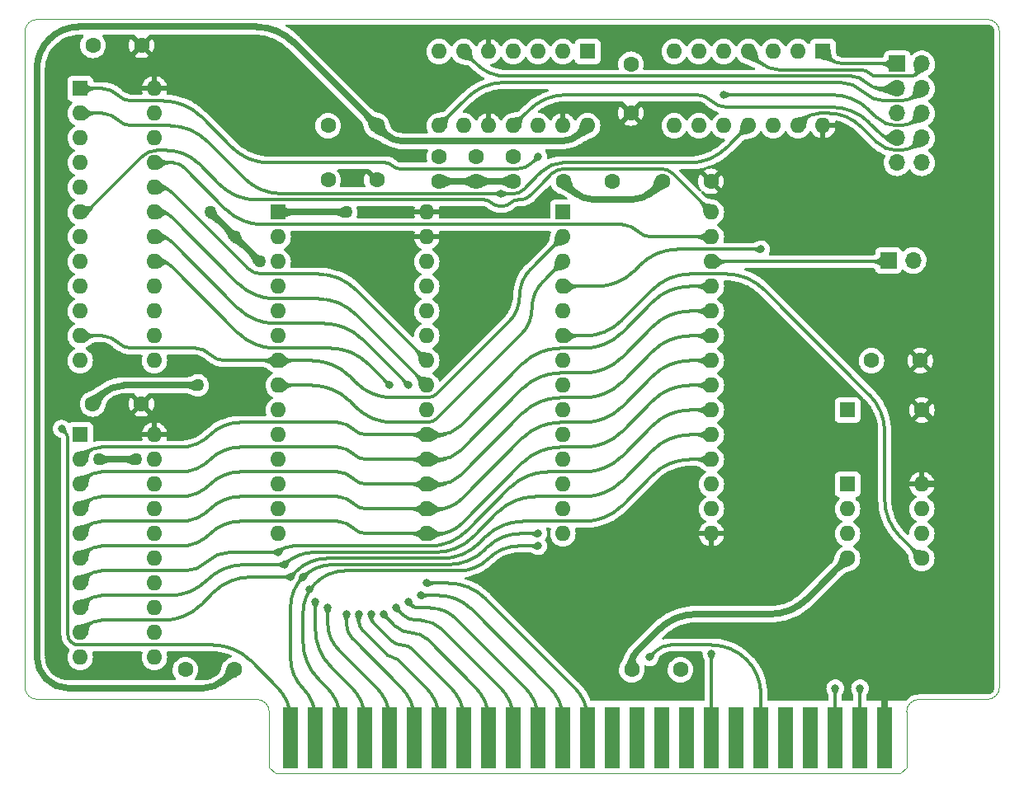
<source format=gbr>
%TF.GenerationSoftware,KiCad,Pcbnew,(6.0.8-1)-1*%
%TF.CreationDate,2022-10-18T00:20:38-07:00*%
%TF.ProjectId,SimpleSerialCard,53696d70-6c65-4536-9572-69616c436172,rev?*%
%TF.SameCoordinates,Original*%
%TF.FileFunction,Copper,L1,Top*%
%TF.FilePolarity,Positive*%
%FSLAX46Y46*%
G04 Gerber Fmt 4.6, Leading zero omitted, Abs format (unit mm)*
G04 Created by KiCad (PCBNEW (6.0.8-1)-1) date 2022-10-18 00:20:38*
%MOMM*%
%LPD*%
G01*
G04 APERTURE LIST*
%TA.AperFunction,Profile*%
%ADD10C,0.100000*%
%TD*%
%TA.AperFunction,ComponentPad*%
%ADD11O,1.700000X1.700000*%
%TD*%
%TA.AperFunction,ComponentPad*%
%ADD12R,1.700000X1.700000*%
%TD*%
%TA.AperFunction,ComponentPad*%
%ADD13O,1.600000X1.600000*%
%TD*%
%TA.AperFunction,ComponentPad*%
%ADD14R,1.600000X1.600000*%
%TD*%
%TA.AperFunction,ComponentPad*%
%ADD15C,1.600000*%
%TD*%
%TA.AperFunction,SMDPad,CuDef*%
%ADD16R,1.524000X6.350000*%
%TD*%
%TA.AperFunction,ViaPad*%
%ADD17C,1.270000*%
%TD*%
%TA.AperFunction,ViaPad*%
%ADD18C,0.800000*%
%TD*%
%TA.AperFunction,Conductor*%
%ADD19C,0.304800*%
%TD*%
%TA.AperFunction,Conductor*%
%ADD20C,0.635000*%
%TD*%
G04 APERTURE END LIST*
D10*
X201002500Y-50038000D02*
X103542500Y-50038000D01*
X103542500Y-119888000D02*
X126072500Y-119888000D01*
X194017500Y-119888000D02*
G75*
G03*
X192747500Y-121158000I0J-1270000D01*
G01*
X194017500Y-119888000D02*
X201002500Y-119888000D01*
X103542500Y-50038000D02*
G75*
G03*
X102272500Y-51308000I0J-1270000D01*
G01*
X102272500Y-118618000D02*
X102272500Y-51308000D01*
X201002500Y-119888000D02*
G75*
G03*
X202272500Y-118618000I0J1270000D01*
G01*
X102272500Y-118618000D02*
G75*
G03*
X103542500Y-119888000I1270000J0D01*
G01*
X127342500Y-121158000D02*
G75*
G03*
X126072500Y-119888000I-1270000J0D01*
G01*
X192112500Y-127508000D02*
X127977500Y-127508000D01*
X192747500Y-126873000D02*
X192112500Y-127508000D01*
X127342500Y-126873000D02*
X127977500Y-127508000D01*
X192747500Y-121158000D02*
X192747500Y-126873000D01*
X202272500Y-51308000D02*
G75*
G03*
X201002500Y-50038000I-1270000J0D01*
G01*
X202272500Y-118618000D02*
X202272500Y-51308000D01*
X127342500Y-121158000D02*
X127342500Y-126873000D01*
D11*
%TO.P,J2,10*%
%TO.N,N/C*%
X194310000Y-64770000D03*
%TO.P,J2,9,RI*%
%TO.N,unconnected-(J2-Pad9)*%
X191770000Y-64770000D03*
%TO.P,J2,8,CTS*%
%TO.N,Net-(J2-Pad8)*%
X194310000Y-62230000D03*
%TO.P,J2,7,RTS*%
%TO.N,Net-(C14-Pad1)*%
X191770000Y-62230000D03*
%TO.P,J2,6,DSR*%
%TO.N,Net-(J2-Pad6)*%
X194310000Y-59690000D03*
%TO.P,J2,5,GND*%
%TO.N,GND*%
X191770000Y-59690000D03*
%TO.P,J2,4,DTR*%
%TO.N,Net-(C13-Pad1)*%
X194310000Y-57150000D03*
%TO.P,J2,3,TxD*%
%TO.N,Net-(C12-Pad1)*%
X191770000Y-57150000D03*
%TO.P,J2,2,RxD*%
%TO.N,Net-(J2-Pad2)*%
X194310000Y-54610000D03*
D12*
%TO.P,J2,1,DCD*%
%TO.N,Net-(J2-Pad1)*%
X191770000Y-54610000D03*
%TD*%
D13*
%TO.P,U1,20,VCC*%
%TO.N,+5V*%
X115570000Y-92710000D03*
%TO.P,U1,19,CE*%
%TO.N,~{LATCHCE}*%
X115570000Y-95250000D03*
%TO.P,U1,18,B0*%
%TO.N,MD7*%
X115570000Y-97790000D03*
%TO.P,U1,17,B1*%
%TO.N,MD6*%
X115570000Y-100330000D03*
%TO.P,U1,16,B2*%
%TO.N,MD5*%
X115570000Y-102870000D03*
%TO.P,U1,15,B3*%
%TO.N,MD4*%
X115570000Y-105410000D03*
%TO.P,U1,14,B4*%
%TO.N,MD3*%
X115570000Y-107950000D03*
%TO.P,U1,13,B5*%
%TO.N,MD2*%
X115570000Y-110490000D03*
%TO.P,U1,12,B6*%
%TO.N,MD1*%
X115570000Y-113030000D03*
%TO.P,U1,11,B7*%
%TO.N,MD0*%
X115570000Y-115570000D03*
%TO.P,U1,10,GND*%
%TO.N,GND*%
X107950000Y-115570000D03*
%TO.P,U1,9,A7*%
%TO.N,D0*%
X107950000Y-113030000D03*
%TO.P,U1,8,A6*%
%TO.N,D1*%
X107950000Y-110490000D03*
%TO.P,U1,7,A5*%
%TO.N,D2*%
X107950000Y-107950000D03*
%TO.P,U1,6,A4*%
%TO.N,D3*%
X107950000Y-105410000D03*
%TO.P,U1,5,A3*%
%TO.N,D4*%
X107950000Y-102870000D03*
%TO.P,U1,4,A2*%
%TO.N,D5*%
X107950000Y-100330000D03*
%TO.P,U1,3,A1*%
%TO.N,D6*%
X107950000Y-97790000D03*
%TO.P,U1,2,A0*%
%TO.N,D7*%
X107950000Y-95250000D03*
D14*
%TO.P,U1,1,A->B*%
%TO.N,R~{W}*%
X107950000Y-92710000D03*
%TD*%
D13*
%TO.P,U2,28,VCC*%
%TO.N,+5V*%
X143510000Y-69850000D03*
%TO.P,U2,27,~{WE}*%
X143510000Y-72390000D03*
%TO.P,U2,26,A13*%
%TO.N,GND*%
X143510000Y-74930000D03*
%TO.P,U2,25,A8*%
%TO.N,ROMA8*%
X143510000Y-77470000D03*
%TO.P,U2,24,A9*%
%TO.N,ROMA9*%
X143510000Y-80010000D03*
%TO.P,U2,23,A11*%
%TO.N,GND*%
X143510000Y-82550000D03*
%TO.P,U2,22,~{OE}*%
%TO.N,~{ROMOE}*%
X143510000Y-85090000D03*
%TO.P,U2,21,A10*%
%TO.N,ROMA10*%
X143510000Y-87630000D03*
%TO.P,U2,20,~{CS}*%
%TO.N,GND*%
X143510000Y-90170000D03*
%TO.P,U2,19,D7*%
%TO.N,D7*%
X143510000Y-92710000D03*
%TO.P,U2,18,D6*%
%TO.N,D6*%
X143510000Y-95250000D03*
%TO.P,U2,17,D5*%
%TO.N,D5*%
X143510000Y-97790000D03*
%TO.P,U2,16,D4*%
%TO.N,D4*%
X143510000Y-100330000D03*
%TO.P,U2,15,D3*%
%TO.N,D3*%
X143510000Y-102870000D03*
%TO.P,U2,14,GND*%
%TO.N,GND*%
X128270000Y-102870000D03*
%TO.P,U2,13,D2*%
%TO.N,D2*%
X128270000Y-100330000D03*
%TO.P,U2,12,D1*%
%TO.N,D1*%
X128270000Y-97790000D03*
%TO.P,U2,11,D0*%
%TO.N,D0*%
X128270000Y-95250000D03*
%TO.P,U2,10,A0*%
%TO.N,A0*%
X128270000Y-92710000D03*
%TO.P,U2,9,A1*%
%TO.N,A1*%
X128270000Y-90170000D03*
%TO.P,U2,8,A2*%
%TO.N,A2*%
X128270000Y-87630000D03*
%TO.P,U2,7,A3*%
%TO.N,A3*%
X128270000Y-85090000D03*
%TO.P,U2,6,A4*%
%TO.N,A4*%
X128270000Y-82550000D03*
%TO.P,U2,5,A5*%
%TO.N,A5*%
X128270000Y-80010000D03*
%TO.P,U2,4,A6*%
%TO.N,A6*%
X128270000Y-77470000D03*
%TO.P,U2,3,A7*%
%TO.N,A7*%
X128270000Y-74930000D03*
%TO.P,U2,2,A12*%
%TO.N,GND*%
X128270000Y-72390000D03*
D14*
%TO.P,U2,1,A14*%
X128270000Y-69850000D03*
%TD*%
D13*
%TO.P,U3,8,VCC*%
%TO.N,+5V*%
X194310000Y-97790000D03*
%TO.P,U3,7*%
%TO.N,N/C*%
X194310000Y-100330000D03*
%TO.P,U3,6*%
X194310000Y-102870000D03*
%TO.P,U3,5,CLK*%
%TO.N,SERCLK*%
X194310000Y-105410000D03*
%TO.P,U3,4,GND*%
%TO.N,GND*%
X186690000Y-105410000D03*
%TO.P,U3,3*%
%TO.N,N/C*%
X186690000Y-102870000D03*
%TO.P,U3,2*%
X186690000Y-100330000D03*
D14*
%TO.P,U3,1*%
X186690000Y-97790000D03*
%TD*%
D13*
%TO.P,U7,14,VCC*%
%TO.N,+5V*%
X184150000Y-60960000D03*
%TO.P,U7,13,ID*%
%TO.N,Net-(J2-Pad8)*%
X181610000Y-60960000D03*
%TO.P,U7,12,RDD*%
%TO.N,unconnected-(U7-Pad12)*%
X179070000Y-60960000D03*
%TO.P,U7,11,OD*%
%TO.N,Net-(U4-Pad2)*%
X176530000Y-60960000D03*
%TO.P,U7,10,IC*%
%TO.N,Net-(J2-Pad6)*%
X173990000Y-60960000D03*
%TO.P,U7,9,RCC*%
%TO.N,unconnected-(U7-Pad9)*%
X171450000Y-60960000D03*
%TO.P,U7,8,OC*%
%TO.N,Net-(U5-Pad17)*%
X168910000Y-60960000D03*
%TO.P,U7,7,GND*%
%TO.N,GND*%
X168910000Y-53340000D03*
%TO.P,U7,6,OB*%
%TO.N,Net-(U5-Pad12)*%
X171450000Y-53340000D03*
%TO.P,U7,5,RCB*%
%TO.N,unconnected-(U7-Pad5)*%
X173990000Y-53340000D03*
%TO.P,U7,4,IB*%
%TO.N,Net-(J2-Pad2)*%
X176530000Y-53340000D03*
%TO.P,U7,3,OA*%
%TO.N,Net-(U5-Pad16)*%
X179070000Y-53340000D03*
%TO.P,U7,2,RCA*%
%TO.N,unconnected-(U7-Pad2)*%
X181610000Y-53340000D03*
D14*
%TO.P,U7,1,IA*%
%TO.N,Net-(J2-Pad1)*%
X184150000Y-53340000D03*
%TD*%
D15*
%TO.P,C2,2*%
%TO.N,GND*%
X133390000Y-66548000D03*
%TO.P,C2,1*%
%TO.N,+5V*%
X138390000Y-66548000D03*
%TD*%
%TO.P,C3,2*%
%TO.N,GND*%
X189143000Y-85090000D03*
%TO.P,C3,1*%
%TO.N,+5V*%
X194143000Y-85090000D03*
%TD*%
%TO.P,C4,2*%
%TO.N,GND*%
X109260000Y-52705000D03*
%TO.P,C4,1*%
%TO.N,+5V*%
X114260000Y-52705000D03*
%TD*%
%TO.P,C5,2*%
%TO.N,GND*%
X167680000Y-66675000D03*
%TO.P,C5,1*%
%TO.N,+5V*%
X172680000Y-66675000D03*
%TD*%
%TO.P,C7,2*%
%TO.N,-12V*%
X162520000Y-66675000D03*
%TO.P,C7,1*%
%TO.N,GND*%
X157520000Y-66675000D03*
%TD*%
D13*
%TO.P,U5,28,R/~{W}*%
%TO.N,R~{W}*%
X172720000Y-69850000D03*
%TO.P,U5,27,\u03D52*%
%TO.N,PHI2*%
X172720000Y-72390000D03*
%TO.P,U5,26,~{IRQ}*%
%TO.N,Net-(J1-Pad1)*%
X172720000Y-74930000D03*
%TO.P,U5,25,D7*%
%TO.N,D7*%
X172720000Y-77470000D03*
%TO.P,U5,24,D6*%
%TO.N,D6*%
X172720000Y-80010000D03*
%TO.P,U5,23,D5*%
%TO.N,D5*%
X172720000Y-82550000D03*
%TO.P,U5,22,D4*%
%TO.N,D4*%
X172720000Y-85090000D03*
%TO.P,U5,21,D3*%
%TO.N,D3*%
X172720000Y-87630000D03*
%TO.P,U5,20,D2*%
%TO.N,D2*%
X172720000Y-90170000D03*
%TO.P,U5,19,D1*%
%TO.N,D1*%
X172720000Y-92710000D03*
%TO.P,U5,18,D0*%
%TO.N,D0*%
X172720000Y-95250000D03*
%TO.P,U5,17,~{DSR}*%
%TO.N,Net-(U5-Pad17)*%
X172720000Y-97790000D03*
%TO.P,U5,16,~{DCD}*%
%TO.N,Net-(U5-Pad16)*%
X172720000Y-100330000D03*
%TO.P,U5,15,VCC*%
%TO.N,+5V*%
X172720000Y-102870000D03*
%TO.P,U5,14,RS1*%
%TO.N,A1*%
X157480000Y-102870000D03*
%TO.P,U5,13,RS0*%
%TO.N,A0*%
X157480000Y-100330000D03*
%TO.P,U5,12,RxD*%
%TO.N,Net-(U5-Pad12)*%
X157480000Y-97790000D03*
%TO.P,U5,11,~{DTR}*%
%TO.N,Net-(U5-Pad11)*%
X157480000Y-95250000D03*
%TO.P,U5,10,TxD*%
%TO.N,Net-(U5-Pad10)*%
X157480000Y-92710000D03*
%TO.P,U5,9,~{CTS}*%
%TO.N,Net-(U4-Pad2)*%
X157480000Y-90170000D03*
%TO.P,U5,8,~{RTS}*%
%TO.N,Net-(U5-Pad8)*%
X157480000Y-87630000D03*
%TO.P,U5,7,XTAL2*%
%TO.N,unconnected-(U5-Pad7)*%
X157480000Y-85090000D03*
%TO.P,U5,6,XTAL1*%
%TO.N,SERCLK*%
X157480000Y-82550000D03*
%TO.P,U5,5,RxC*%
%TO.N,unconnected-(U5-Pad5)*%
X157480000Y-80010000D03*
%TO.P,U5,4,~{RES}*%
%TO.N,~{RES}*%
X157480000Y-77470000D03*
%TO.P,U5,3,~{CS2}*%
%TO.N,A2*%
X157480000Y-74930000D03*
%TO.P,U5,2,CS1*%
%TO.N,A3*%
X157480000Y-72390000D03*
D14*
%TO.P,U5,1,VSS*%
%TO.N,GND*%
X157480000Y-69850000D03*
%TD*%
D15*
%TO.P,C1,2*%
%TO.N,GND*%
X109220000Y-89535000D03*
%TO.P,C1,1*%
%TO.N,+5V*%
X114220000Y-89535000D03*
%TD*%
D13*
%TO.P,U6,14,VCC*%
%TO.N,+12V*%
X160020000Y-60960000D03*
%TO.P,U6,13,ID1*%
%TO.N,+5V*%
X157480000Y-60960000D03*
%TO.P,U6,12,ID2*%
%TO.N,Net-(U5-Pad8)*%
X154940000Y-60960000D03*
%TO.P,U6,11,OD*%
%TO.N,Net-(C14-Pad1)*%
X152400000Y-60960000D03*
%TO.P,U6,10,IC1*%
%TO.N,+5V*%
X149860000Y-60960000D03*
%TO.P,U6,9,IC2*%
%TO.N,Net-(U5-Pad11)*%
X147320000Y-60960000D03*
%TO.P,U6,8,OC*%
%TO.N,Net-(C13-Pad1)*%
X144780000Y-60960000D03*
%TO.P,U6,7,GND*%
%TO.N,GND*%
X144780000Y-53340000D03*
%TO.P,U6,6,OB*%
%TO.N,Net-(C12-Pad1)*%
X147320000Y-53340000D03*
%TO.P,U6,5,IB2*%
%TO.N,+5V*%
X149860000Y-53340000D03*
%TO.P,U6,4,IB1*%
%TO.N,Net-(U5-Pad10)*%
X152400000Y-53340000D03*
%TO.P,U6,3,OA*%
%TO.N,unconnected-(U6-Pad3)*%
X154940000Y-53340000D03*
%TO.P,U6,2,IA*%
%TO.N,unconnected-(U6-Pad2)*%
X157480000Y-53340000D03*
D14*
%TO.P,U6,1,VEE*%
%TO.N,-12V*%
X160020000Y-53340000D03*
%TD*%
D15*
%TO.P,C6,2*%
%TO.N,GND*%
X164465000Y-54650000D03*
%TO.P,C6,1*%
%TO.N,+5V*%
X164465000Y-59650000D03*
%TD*%
D13*
%TO.P,U4,24,VCC*%
%TO.N,+5V*%
X115570000Y-57150000D03*
%TO.P,U4,23*%
%TO.N,N/C*%
X115570000Y-59690000D03*
%TO.P,U4,22,D0*%
%TO.N,D0*%
X115570000Y-62230000D03*
%TO.P,U4,21,PHI2*%
%TO.N,PHI2*%
X115570000Y-64770000D03*
%TO.P,U4,20,~{ROMOE}*%
%TO.N,~{ROMOE}*%
X115570000Y-67310000D03*
%TO.P,U4,19,ROMA10*%
%TO.N,ROMA10*%
X115570000Y-69850000D03*
%TO.P,U4,18,ROMA9*%
%TO.N,ROMA9*%
X115570000Y-72390000D03*
%TO.P,U4,17,ROMA8*%
%TO.N,ROMA8*%
X115570000Y-74930000D03*
%TO.P,U4,16,~{LATCHCE}*%
%TO.N,~{LATCHCE}*%
X115570000Y-77470000D03*
%TO.P,U4,15*%
%TO.N,N/C*%
X115570000Y-80010000D03*
%TO.P,U4,14*%
X115570000Y-82550000D03*
%TO.P,U4,13*%
X115570000Y-85090000D03*
%TO.P,U4,12,GND*%
%TO.N,GND*%
X107950000Y-85090000D03*
%TO.P,U4,11,A3*%
%TO.N,A3*%
X107950000Y-82550000D03*
%TO.P,U4,10,A8*%
%TO.N,A8*%
X107950000Y-80010000D03*
%TO.P,U4,9,A9*%
%TO.N,A9*%
X107950000Y-77470000D03*
%TO.P,U4,8,A10*%
%TO.N,A10*%
X107950000Y-74930000D03*
%TO.P,U4,7,A11*%
%TO.N,A11*%
X107950000Y-72390000D03*
%TO.P,U4,6,R~{W}*%
%TO.N,R~{W}*%
X107950000Y-69850000D03*
%TO.P,U4,5,~{IOSEL}*%
%TO.N,~{IOSEL}*%
X107950000Y-67310000D03*
%TO.P,U4,4,~{DEVSEL}*%
%TO.N,~{DEVSEL}*%
X107950000Y-64770000D03*
%TO.P,U4,3,~{IOSTRB}*%
%TO.N,~{IOSTRB}*%
X107950000Y-62230000D03*
%TO.P,U4,2,CTS*%
%TO.N,Net-(U4-Pad2)*%
X107950000Y-59690000D03*
D14*
%TO.P,U4,1,~{RES}*%
%TO.N,~{RES}*%
X107950000Y-57150000D03*
%TD*%
D11*
%TO.P,J1,2,Pin_2*%
%TO.N,~{IRQ}*%
X193421000Y-74803000D03*
D12*
%TO.P,J1,1,Pin_1*%
%TO.N,Net-(J1-Pad1)*%
X190881000Y-74803000D03*
%TD*%
D15*
%TO.P,C8,2*%
%TO.N,GND*%
X133390000Y-60960000D03*
%TO.P,C8,1*%
%TO.N,+12V*%
X138390000Y-60960000D03*
%TD*%
%TO.P,C14,2*%
%TO.N,GND*%
X152400000Y-66675000D03*
%TO.P,C14,1*%
%TO.N,Net-(C14-Pad1)*%
X152400000Y-64175000D03*
%TD*%
%TO.P,C9,2*%
%TO.N,-12V*%
X169545000Y-116840000D03*
%TO.P,C9,1*%
%TO.N,GND*%
X164545000Y-116840000D03*
%TD*%
%TO.P,C13,2*%
%TO.N,GND*%
X144780000Y-66675000D03*
%TO.P,C13,1*%
%TO.N,Net-(C13-Pad1)*%
X144780000Y-64175000D03*
%TD*%
%TO.P,C10,2*%
%TO.N,GND*%
X118745000Y-116840000D03*
%TO.P,C10,1*%
%TO.N,+12V*%
X123745000Y-116840000D03*
%TD*%
%TO.P,C12,2*%
%TO.N,GND*%
X148590000Y-66675000D03*
%TO.P,C12,1*%
%TO.N,Net-(C12-Pad1)*%
X148590000Y-64175000D03*
%TD*%
D16*
%TO.P,P1,25,+5V*%
%TO.N,+5V*%
X190500000Y-123825000D03*
%TO.P,P1,24,~{DMAOUT}*%
%TO.N,Net-(P1-Pad24)*%
X187960000Y-123825000D03*
%TO.P,P1,23,~{INTOUT}*%
%TO.N,Net-(P1-Pad23)*%
X185420000Y-123825000D03*
%TO.P,P1,22,~{DMA}*%
%TO.N,unconnected-(P1-Pad22)*%
X182880000Y-123825000D03*
%TO.P,P1,21,~{RDY}*%
%TO.N,unconnected-(P1-Pad21)*%
X180340000Y-123825000D03*
%TO.P,P1,20,~{IOSTRB}*%
%TO.N,~{IOSTRB}*%
X177800000Y-123825000D03*
%TO.P,P1,19,SYNC*%
%TO.N,unconnected-(P1-Pad19)*%
X175260000Y-123825000D03*
%TO.P,P1,18,R/~{W}*%
%TO.N,R~{W}*%
X172720000Y-123825000D03*
%TO.P,P1,17,A15*%
%TO.N,unconnected-(P1-Pad17)*%
X170180000Y-123825000D03*
%TO.P,P1,16,A14*%
%TO.N,unconnected-(P1-Pad16)*%
X167640000Y-123825000D03*
%TO.P,P1,15,A13*%
%TO.N,unconnected-(P1-Pad15)*%
X165100000Y-123825000D03*
%TO.P,P1,14,A12*%
%TO.N,unconnected-(P1-Pad14)*%
X162560000Y-123825000D03*
%TO.P,P1,13,A11*%
%TO.N,A11*%
X160020000Y-123825000D03*
%TO.P,P1,12,A10*%
%TO.N,A10*%
X157480000Y-123825000D03*
%TO.P,P1,11,A9*%
%TO.N,A9*%
X154940000Y-123825000D03*
%TO.P,P1,10,A8*%
%TO.N,A8*%
X152400000Y-123825000D03*
%TO.P,P1,9,A7*%
%TO.N,A7*%
X149860000Y-123825000D03*
%TO.P,P1,8,A6*%
%TO.N,A6*%
X147320000Y-123825000D03*
%TO.P,P1,7,A5*%
%TO.N,A5*%
X144780000Y-123825000D03*
%TO.P,P1,6,A4*%
%TO.N,A4*%
X142240000Y-123825000D03*
%TO.P,P1,5,A3*%
%TO.N,A3*%
X139700000Y-123825000D03*
%TO.P,P1,4,A2*%
%TO.N,A2*%
X137160000Y-123825000D03*
%TO.P,P1,3,A1*%
%TO.N,A1*%
X134620000Y-123825000D03*
%TO.P,P1,2,A0*%
%TO.N,A0*%
X132080000Y-123825000D03*
%TO.P,P1,1,~{IOSEL}*%
%TO.N,~{IOSEL}*%
X129540000Y-123825000D03*
%TD*%
D15*
%TO.P,ALT_U3,14,Vcc*%
%TO.N,+5V*%
X194310000Y-90170000D03*
%TO.P,ALT_U3,8,OUT*%
%TO.N,SERCLK*%
X194310000Y-105410000D03*
%TO.P,ALT_U3,7,GND*%
%TO.N,GND*%
X186690000Y-105410000D03*
D14*
%TO.P,ALT_U3,1,NC*%
%TO.N,unconnected-(ALT_U3-Pad1)*%
X186690000Y-90170000D03*
%TD*%
D17*
%TO.N,+5V*%
X135255000Y-63500000D03*
X152400000Y-58420000D03*
%TO.N,GND*%
X126365000Y-74930000D03*
X109855000Y-95250000D03*
X123825000Y-72390000D03*
X120015000Y-87630000D03*
X135255000Y-69850000D03*
X121285000Y-69850000D03*
X113665000Y-95250000D03*
D18*
%TO.N,~{IOSTRB}*%
X166370000Y-115570000D03*
%TO.N,R~{W}*%
X172720000Y-115189000D03*
%TO.N,A11*%
X143510000Y-107950000D03*
%TO.N,A10*%
X142875000Y-109220000D03*
%TO.N,A9*%
X141605000Y-109855000D03*
%TO.N,A8*%
X140335000Y-110490000D03*
%TO.N,A7*%
X139065000Y-111125000D03*
%TO.N,A6*%
X137795000Y-111125000D03*
%TO.N,A5*%
X136525000Y-111125000D03*
%TO.N,A4*%
X135255000Y-111125000D03*
%TO.N,A3*%
X133350000Y-110490000D03*
%TO.N,A2*%
X132080000Y-109855000D03*
%TO.N,A1*%
X131445000Y-108585000D03*
X154940000Y-104140000D03*
%TO.N,A0*%
X154940000Y-102870000D03*
X130810000Y-107315000D03*
%TO.N,~{IOSEL}*%
X106045000Y-92075000D03*
%TO.N,~{RES}*%
X154940000Y-64135000D03*
X177800000Y-73660000D03*
%TO.N,D0*%
X129540000Y-107315000D03*
%TO.N,D1*%
X128905000Y-106045000D03*
%TO.N,D2*%
X128270000Y-104775000D03*
%TO.N,ROMA9*%
X141605000Y-87630000D03*
%TO.N,ROMA8*%
X139700000Y-87630000D03*
%TO.N,Net-(U4-Pad2)*%
X151130000Y-67945000D03*
%TO.N,Net-(P1-Pad23)*%
X185420000Y-118745000D03*
%TO.N,Net-(P1-Pad24)*%
X187960000Y-118745000D03*
%TO.N,Net-(J2-Pad6)*%
X173990000Y-57785000D03*
%TD*%
D19*
%TO.N,D2*%
X129803025Y-104140011D02*
G75*
G03*
X128270000Y-104775000I-25J-2167989D01*
G01*
X129803025Y-104140000D02*
X143796036Y-104140000D01*
X147643785Y-102546200D02*
G75*
G02*
X143796036Y-104140000I-3847785J3847800D01*
G01*
X155923963Y-96519960D02*
G75*
G03*
X152076208Y-98113793I37J-5441540D01*
G01*
X163518785Y-94926200D02*
G75*
G02*
X159671036Y-96520000I-3847785J3847800D01*
G01*
X163518792Y-94926207D02*
X166703455Y-91741544D01*
X170497500Y-90170003D02*
G75*
G03*
X166703455Y-91741544I0J-5365597D01*
G01*
X147643792Y-102546207D02*
X152076207Y-98113792D01*
X155923963Y-96520000D02*
X159671036Y-96520000D01*
X170497500Y-90170000D02*
X172720000Y-90170000D01*
%TO.N,D1*%
X131971051Y-104775022D02*
G75*
G03*
X128905001Y-106045001I-51J-4335978D01*
G01*
X148278785Y-103181200D02*
G75*
G02*
X144431036Y-104775000I-3847785J3847800D01*
G01*
X148278792Y-103181207D02*
X150806206Y-100653792D01*
X154653963Y-99059988D02*
G75*
G03*
X150806206Y-100653792I37J-5441612D01*
G01*
X163518785Y-97466200D02*
G75*
G02*
X159671036Y-99060000I-3847785J3847800D01*
G01*
X170497500Y-92710003D02*
G75*
G03*
X166703455Y-94281544I0J-5365597D01*
G01*
X131971051Y-104775000D02*
X144431036Y-104775000D01*
X154653963Y-99060000D02*
X159671036Y-99060000D01*
X163518792Y-97466207D02*
X166703455Y-94281544D01*
X170497500Y-92710000D02*
X172720000Y-92710000D01*
%TO.N,D0*%
X133241051Y-105410022D02*
G75*
G03*
X130175001Y-106680001I-51J-4335978D01*
G01*
X170497500Y-95250003D02*
G75*
G03*
X166703455Y-96821544I0J-5365597D01*
G01*
X148913785Y-103816200D02*
G75*
G02*
X145066036Y-105410000I-3847785J3847800D01*
G01*
X153383963Y-101599988D02*
G75*
G03*
X149536206Y-103193792I37J-5441612D01*
G01*
X129540000Y-107315000D02*
X130175000Y-106680000D01*
X163518785Y-100006200D02*
G75*
G02*
X159671036Y-101600000I-3847785J3847800D01*
G01*
X133241051Y-105410000D02*
X145066036Y-105410000D01*
X170497500Y-95250000D02*
X172720000Y-95250000D01*
X148913792Y-103816207D02*
X149536206Y-103193792D01*
X153383963Y-101600000D02*
X159671036Y-101600000D01*
X163518792Y-100006207D02*
X166703455Y-96821544D01*
%TO.N,Net-(J2-Pad2)*%
X179782038Y-55244984D02*
G75*
G02*
X177482500Y-54292500I-38J3251984D01*
G01*
X190508535Y-55875000D02*
X193045000Y-55875000D01*
X188912504Y-55562496D02*
G75*
G03*
X188145987Y-55245000I-766504J-766504D01*
G01*
X179782038Y-55245000D02*
X188145987Y-55245000D01*
X189679012Y-55879994D02*
G75*
G02*
X188912500Y-55562500I-12J1083994D01*
G01*
X190502510Y-55877510D02*
G75*
G02*
X190496464Y-55880000I-6010J6010D01*
G01*
X190508535Y-55875015D02*
G75*
G03*
X190502500Y-55877500I-35J-8485D01*
G01*
X194310000Y-54610000D02*
G75*
G02*
X193045000Y-55875000I-1265000J0D01*
G01*
X176530000Y-53340000D02*
X177482500Y-54292500D01*
X189679012Y-55880000D02*
X190496464Y-55880000D01*
%TO.N,R~{W}*%
X152082496Y-68897496D02*
G75*
G02*
X152849012Y-68580000I766504J-766504D01*
G01*
X108267500Y-69850003D02*
G75*
G03*
X108809506Y-69625493I0J766503D01*
G01*
X149410987Y-68580000D02*
X126078963Y-68580000D01*
X122231207Y-66986207D02*
X120092038Y-64847038D01*
X150177496Y-68897504D02*
G75*
G03*
X150944012Y-69215000I766504J766504D01*
G01*
X151315987Y-69214994D02*
G75*
G03*
X152082500Y-68897500I13J1083994D01*
G01*
X156395992Y-65854018D02*
G75*
G02*
X157480000Y-65405000I1084008J-1083982D01*
G01*
X167640000Y-65404993D02*
G75*
G02*
X168724013Y-65854013I0J-1533007D01*
G01*
X149410987Y-68580006D02*
G75*
G02*
X150177500Y-68897500I13J-1083994D01*
G01*
X116840000Y-63500007D02*
G75*
G02*
X120092038Y-64847038I0J-4599093D01*
G01*
X116840000Y-63500000D02*
X115833025Y-63500000D01*
X122231215Y-66986199D02*
G75*
G03*
X126078963Y-68580000I3847785J3847799D01*
G01*
X153035000Y-68580006D02*
G75*
G03*
X154119011Y-68130986I0J1533006D01*
G01*
X114299992Y-64134992D02*
G75*
G02*
X115833025Y-63500000I1533008J-1533008D01*
G01*
X172720000Y-69850000D02*
X168724013Y-65854013D01*
X167640000Y-65405000D02*
X157480000Y-65405000D01*
X156395987Y-65854013D02*
X155257500Y-66992500D01*
X108267500Y-69850000D02*
X107950000Y-69850000D01*
X155257500Y-66992500D02*
X154119012Y-68130987D01*
X151315987Y-69215000D02*
X150944012Y-69215000D01*
X153035000Y-68580000D02*
X152849012Y-68580000D01*
X114300000Y-64135000D02*
X113347500Y-65087500D01*
X113347500Y-65087500D02*
X108809506Y-69625493D01*
%TO.N,Net-(U4-Pad2)*%
X155311975Y-65668026D02*
X154940000Y-66040000D01*
X153484013Y-67495987D02*
X154940000Y-66040000D01*
X153484008Y-67495982D02*
G75*
G02*
X152400000Y-67945000I-1084008J1083982D01*
G01*
X170466036Y-64770010D02*
G75*
G03*
X174313792Y-63176207I-36J5441610D01*
G01*
X155311985Y-65668036D02*
G75*
G02*
X157480000Y-64770000I2168015J-2167964D01*
G01*
X176530000Y-60960000D02*
X174313792Y-63176207D01*
X170466036Y-64770000D02*
X157480000Y-64770000D01*
%TO.N,~{IOSTRB}*%
X172720000Y-114300000D02*
G75*
G02*
X177800000Y-119380000I0J-5080000D01*
G01*
X167004992Y-114934992D02*
G75*
G02*
X168538025Y-114300000I1533008J-1533008D01*
G01*
X177800000Y-123825000D02*
X177800000Y-119380000D01*
X167005000Y-114935000D02*
X166370000Y-115570000D01*
X172720000Y-114300000D02*
X168538025Y-114300000D01*
%TO.N,~{ROMOE}*%
X117289007Y-67759017D02*
G75*
G03*
X116205000Y-67310000I-1084007J-1083983D01*
G01*
X136213792Y-77793792D02*
X143510000Y-85090000D01*
X126628025Y-76199989D02*
G75*
G02*
X125095000Y-75565000I-25J2167989D01*
G01*
X136213784Y-77793800D02*
G75*
G03*
X132366036Y-76200000I-3847784J-3847800D01*
G01*
X117289012Y-67759012D02*
X125095000Y-75565000D01*
X115570000Y-67310000D02*
X116205000Y-67310000D01*
X126628025Y-76200000D02*
X132366036Y-76200000D01*
%TO.N,Net-(U4-Pad2)*%
X152400000Y-67945000D02*
X151130000Y-67945000D01*
D20*
%TO.N,+5V*%
X197485000Y-102397683D02*
X197485000Y-102707317D01*
X197485000Y-102707317D02*
X197485000Y-103016951D01*
X197485000Y-100694696D02*
X197485000Y-101933232D01*
X197485000Y-103326585D02*
X197485000Y-103636219D01*
D19*
%TO.N,PHI2*%
X116125625Y-64770000D02*
X115966875Y-64770000D01*
X115808125Y-64770000D02*
X115649375Y-64770000D01*
X116284375Y-64770000D02*
X116125625Y-64770000D01*
X117157500Y-64770000D02*
X116522500Y-64770000D01*
%TO.N,D0*%
X126825518Y-107315000D02*
X125904481Y-107315000D01*
X127873125Y-107315000D02*
X127396875Y-107315000D01*
X128587500Y-107315000D02*
X128270000Y-107315000D01*
X129222500Y-107315000D02*
X128905000Y-107315000D01*
X128270000Y-107315000D02*
X127952500Y-107315000D01*
X129460625Y-107315000D02*
X129301875Y-107315000D01*
X128905000Y-107315000D02*
X128587500Y-107315000D01*
%TO.N,~{IOSEL}*%
X106680000Y-93840509D02*
X106680000Y-94185247D01*
X106680000Y-94866744D02*
X106680000Y-95885000D01*
X106680000Y-93301323D02*
X106680000Y-93585945D01*
X106680000Y-94185247D02*
X106680000Y-94529985D01*
X106680000Y-95885000D02*
X106680000Y-96903256D01*
X106680000Y-99060000D02*
X106680000Y-102235000D01*
X106680000Y-96933314D02*
X106680000Y-98011686D01*
%TO.N,A2*%
X143192500Y-91440000D02*
X142557500Y-91440000D01*
X142240000Y-91440000D02*
X140970000Y-91440000D01*
%TO.N,A3*%
X143192500Y-88900000D02*
X142875000Y-88900000D01*
X142557500Y-88900000D02*
X142240000Y-88900000D01*
X141763750Y-88900000D02*
X141128750Y-88900000D01*
X142240000Y-88900000D02*
X141922500Y-88900000D01*
X142875000Y-88900000D02*
X142557500Y-88900000D01*
X143430625Y-88900000D02*
X143271875Y-88900000D01*
X140731875Y-88900000D02*
X140255625Y-88900000D01*
D20*
%TO.N,+5V*%
X197485000Y-102397683D02*
X197485000Y-101933232D01*
X197485000Y-103016951D02*
X197485000Y-103326585D01*
D19*
%TO.N,PHI2*%
X116284375Y-64770000D02*
X116522500Y-64770000D01*
X115966875Y-64770000D02*
X115808125Y-64770000D01*
%TO.N,D0*%
X129222500Y-107315000D02*
X129301875Y-107315000D01*
X126825518Y-107315000D02*
X127396875Y-107315000D01*
%TO.N,~{IOSEL}*%
X106680000Y-99060000D02*
X106680000Y-98011686D01*
X106680000Y-94866744D02*
X106680000Y-94529985D01*
X106680000Y-93840509D02*
X106680000Y-93585945D01*
%TO.N,A2*%
X142557500Y-91440000D02*
X142240000Y-91440000D01*
%TO.N,A3*%
X143192500Y-88900000D02*
X143271875Y-88900000D01*
X141128750Y-88900000D02*
X140731875Y-88900000D01*
%TO.N,D0*%
X127873125Y-107315000D02*
X127952500Y-107315000D01*
%TO.N,~{IOSEL}*%
X106680000Y-96903256D02*
X106680000Y-96933314D01*
%TO.N,A2*%
X143510000Y-91440006D02*
G75*
G03*
X144594011Y-90990986I0J1533006D01*
G01*
X143192500Y-91440000D02*
X143510000Y-91440000D01*
%TO.N,A3*%
X141763750Y-88900000D02*
X141922500Y-88900000D01*
%TO.N,A2*%
X131731036Y-87630000D02*
X128270000Y-87630000D01*
X140048963Y-91440010D02*
G75*
G02*
X136201208Y-89846206I37J5441610D01*
G01*
X153182475Y-82402540D02*
G75*
G03*
X154305000Y-79692500I-2710075J2710040D01*
G01*
X154305010Y-79692500D02*
G75*
G02*
X155427532Y-76982467I3832590J0D01*
G01*
X135578784Y-89223800D02*
G75*
G03*
X131731036Y-87630000I-3847784J-3847800D01*
G01*
X136201207Y-89846207D02*
X135578792Y-89223792D01*
X140970000Y-91440000D02*
X140048963Y-91440000D01*
X155427532Y-76982467D02*
X157480000Y-74930000D01*
X144594012Y-90990987D02*
X153182467Y-82402532D01*
D20*
%TO.N,+12V*%
X106757038Y-118744984D02*
G75*
G02*
X104457500Y-117792500I-38J3251984D01*
G01*
X122792511Y-117792511D02*
G75*
G02*
X120492961Y-118745000I-2299511J2299511D01*
G01*
X139190096Y-61760104D02*
G75*
G03*
X141121712Y-62560200I1931604J1931604D01*
G01*
X104774985Y-52069985D02*
G75*
G02*
X107841051Y-50800000I3066015J-3066015D01*
G01*
X104774985Y-52069985D02*
G75*
G03*
X103505000Y-55136051I3066015J-3066015D01*
G01*
X103505016Y-115492961D02*
G75*
G03*
X104457500Y-117792500I3251984J-39D01*
G01*
X129823784Y-52393800D02*
G75*
G03*
X125976036Y-50800000I-3847784J-3847800D01*
G01*
X157288287Y-62560194D02*
G75*
G03*
X159219899Y-61760099I13J2731694D01*
G01*
%TO.N,GND*%
X167316215Y-112718801D02*
G75*
G02*
X171163963Y-111125000I3847785J-3847799D01*
G01*
X178721036Y-111125010D02*
G75*
G03*
X182568792Y-109531207I-36J5441610D01*
G01*
X164545002Y-116165000D02*
G75*
G02*
X165022298Y-115012703I1629598J0D01*
G01*
X158472489Y-67627511D02*
G75*
G03*
X160772038Y-68580000I2299511J2299511D01*
G01*
X166727511Y-67627511D02*
G75*
G02*
X164427961Y-68580000I-2299511J2299511D01*
G01*
X110172489Y-88582489D02*
G75*
G02*
X112472038Y-87630000I2299511J-2299511D01*
G01*
%TO.N,+5V*%
X195891200Y-107638785D02*
G75*
G03*
X197485000Y-103791036I-3847800J3847785D01*
G01*
X190499960Y-115283963D02*
G75*
G02*
X192093793Y-111436208I5441540J-37D01*
G01*
X195913457Y-91773453D02*
G75*
G02*
X197485000Y-95567500I-3794057J-3794047D01*
G01*
X195897500Y-97790000D02*
G75*
G03*
X197485000Y-96202500I0J1587500D01*
G01*
X195897500Y-97790000D02*
G75*
G02*
X197485000Y-99377500I0J-1587500D01*
G01*
X197485000Y-99377500D02*
X197485000Y-100694696D01*
X197485000Y-99377500D02*
X197485000Y-96202500D01*
D19*
%TO.N,Net-(J2-Pad8)*%
X192150509Y-63495004D02*
G75*
G03*
X193677500Y-62862500I-9J2159504D01*
G01*
X189593443Y-62593433D02*
G75*
G03*
X191770000Y-63495000I2176557J2176533D01*
G01*
X184785000Y-59690007D02*
G75*
G02*
X188037038Y-61037038I0J-4599093D01*
G01*
X182244992Y-60324992D02*
G75*
G02*
X183778025Y-59690000I1533008J-1533008D01*
G01*
%TO.N,Net-(J2-Pad6)*%
X191770000Y-60955006D02*
G75*
G02*
X189593438Y-60053438I0J3078106D01*
G01*
X188910008Y-59369992D02*
G75*
G03*
X185083471Y-57785000I-3826508J-3826508D01*
G01*
X192150509Y-60955004D02*
G75*
G03*
X193677500Y-60322500I-9J2159504D01*
G01*
%TO.N,Net-(J2-Pad1)*%
X184784992Y-53975008D02*
G75*
G03*
X186318025Y-54610000I1533008J1533008D01*
G01*
%TO.N,Net-(C14-Pad1)*%
X172719992Y-58420008D02*
G75*
G03*
X174253025Y-59055000I1533008J1533008D01*
G01*
X185079935Y-59054986D02*
G75*
G02*
X188912499Y-60642501I-35J-5420114D01*
G01*
X191135000Y-62230007D02*
G75*
G02*
X190050987Y-61780987I0J1533007D01*
G01*
X171186974Y-57785011D02*
G75*
G02*
X172720000Y-58420000I26J-2167989D01*
G01*
X153987511Y-59372511D02*
G75*
G02*
X157820064Y-57785000I3832589J-3832589D01*
G01*
%TO.N,Net-(C13-Pad1)*%
X190568502Y-58414998D02*
G75*
G02*
X188275001Y-57464999I-2J3243498D01*
G01*
X151478963Y-56514960D02*
G75*
G03*
X147631208Y-58108793I37J-5441540D01*
G01*
X185981497Y-56515002D02*
G75*
G02*
X188274999Y-57465001I3J-3243498D01*
G01*
X192150509Y-58415004D02*
G75*
G03*
X193677500Y-57782500I-9J2159504D01*
G01*
%TO.N,Net-(C12-Pad1)*%
X148590014Y-54609986D02*
G75*
G03*
X151656051Y-55880000I3066086J3066086D01*
G01*
X190128025Y-57149989D02*
G75*
G02*
X188595000Y-56515000I-25J2167989D01*
G01*
X188595008Y-56514992D02*
G75*
G03*
X187061974Y-55880000I-1533008J-1533008D01*
G01*
%TO.N,PHI2*%
X165100008Y-71754992D02*
G75*
G03*
X163566974Y-71120000I-1533008J-1533008D01*
G01*
X166633025Y-72389989D02*
G75*
G02*
X165100000Y-71755000I-25J2167989D01*
G01*
X118559007Y-65219017D02*
G75*
G03*
X117475000Y-64770000I-1084007J-1083983D01*
G01*
X126713963Y-71120010D02*
G75*
G02*
X122866208Y-69526206I37J5441610D01*
G01*
X117475000Y-64770000D02*
X117157500Y-64770000D01*
%TO.N,Net-(U4-Pad2)*%
X120973784Y-62553800D02*
G75*
G03*
X117126036Y-60960000I-3847784J-3847800D01*
G01*
X111760008Y-60324992D02*
G75*
G03*
X110226974Y-59690000I-1533008J-1533008D01*
G01*
X128618963Y-67945010D02*
G75*
G02*
X124771208Y-66351206I37J5441610D01*
G01*
X113293025Y-60959989D02*
G75*
G02*
X111760000Y-60325000I-25J2167989D01*
G01*
%TO.N,SERCLK*%
X163496547Y-80978458D02*
G75*
G02*
X159702500Y-82550000I-3794047J3794058D01*
G01*
X190500010Y-92423963D02*
G75*
G03*
X188906206Y-88576208I-5441610J-37D01*
G01*
X174276036Y-76199990D02*
G75*
G02*
X178123791Y-77793793I-36J-5441610D01*
G01*
X166681236Y-77793821D02*
G75*
G02*
X170528963Y-76200000I3847764J-3847679D01*
G01*
X192093800Y-103193784D02*
G75*
G02*
X190500000Y-99346036I3847800J3847784D01*
G01*
%TO.N,ROMA8*%
X117289007Y-75379017D02*
G75*
G03*
X116205000Y-74930000I-1084007J-1083983D01*
G01*
X127983963Y-83820010D02*
G75*
G02*
X124136208Y-82226206I37J5441610D01*
G01*
X133636036Y-83819990D02*
G75*
G02*
X137483791Y-85413793I-36J-5441610D01*
G01*
%TO.N,ROMA9*%
X133001036Y-81279990D02*
G75*
G02*
X136848791Y-82873793I-36J-5441610D01*
G01*
X117289007Y-72839017D02*
G75*
G03*
X116205000Y-72390000I-1084007J-1083983D01*
G01*
X127983963Y-81280010D02*
G75*
G02*
X124136208Y-79686206I37J5441610D01*
G01*
%TO.N,ROMA10*%
X117289007Y-70299017D02*
G75*
G03*
X116205000Y-69850000I-1084007J-1083983D01*
G01*
X127983963Y-78740010D02*
G75*
G02*
X124136208Y-77146206I37J5441610D01*
G01*
X136213784Y-80333800D02*
G75*
G03*
X132366036Y-78740000I-3847784J-3847800D01*
G01*
%TO.N,D7*%
X108584992Y-94614992D02*
G75*
G02*
X110118025Y-93980000I1533008J-1533008D01*
G01*
X137423025Y-92709989D02*
G75*
G02*
X135890000Y-92075000I-25J2167989D01*
G01*
X163518785Y-82226200D02*
G75*
G02*
X159671036Y-83820000I-3847785J3847800D01*
G01*
X124351051Y-91440022D02*
G75*
G03*
X121285001Y-92710001I-51J-4335978D01*
G01*
X135890008Y-92074992D02*
G75*
G03*
X134356974Y-91440000I-1533008J-1533008D01*
G01*
X153346236Y-85413821D02*
G75*
G02*
X157193963Y-83820000I3847764J-3847679D01*
G01*
X118218948Y-93980020D02*
G75*
G03*
X121285000Y-92710000I-48J4336120D01*
G01*
X166703453Y-79041542D02*
G75*
G02*
X170497500Y-77470000I3794047J-3794058D01*
G01*
X146948036Y-91811985D02*
G75*
G02*
X144780000Y-92710000I-2168036J2168085D01*
G01*
%TO.N,D6*%
X163518785Y-84766200D02*
G75*
G02*
X159671036Y-86360000I-3847785J3847800D01*
G01*
X108584992Y-97154992D02*
G75*
G02*
X110118025Y-96520000I1533008J-1533008D01*
G01*
X137423025Y-95249989D02*
G75*
G02*
X135890000Y-94615000I-25J2167989D01*
G01*
X135890008Y-94614992D02*
G75*
G03*
X134356974Y-93980000I-1533008J-1533008D01*
G01*
X124351051Y-93980022D02*
G75*
G03*
X121285001Y-95250001I-51J-4335978D01*
G01*
X118218948Y-96520020D02*
G75*
G03*
X121285000Y-95250000I-48J4336120D01*
G01*
X166703453Y-81581542D02*
G75*
G02*
X170497500Y-80010000I3794047J-3794058D01*
G01*
X153346236Y-87953821D02*
G75*
G02*
X157193963Y-86360000I3847764J-3847679D01*
G01*
X146948036Y-94351985D02*
G75*
G02*
X144780000Y-95250000I-2168036J2168085D01*
G01*
%TO.N,D5*%
X137423025Y-97789989D02*
G75*
G02*
X135890000Y-97155000I-25J2167989D01*
G01*
X121284985Y-97789985D02*
G75*
G02*
X124351051Y-96520000I3066015J-3066015D01*
G01*
X134356974Y-96520011D02*
G75*
G02*
X135890000Y-97155000I26J-2167989D01*
G01*
X166703453Y-84121542D02*
G75*
G02*
X170497500Y-82550000I3794047J-3794058D01*
G01*
X153346236Y-90493821D02*
G75*
G02*
X157193963Y-88900000I3847764J-3847679D01*
G01*
X121284986Y-97789986D02*
G75*
G02*
X118218948Y-99060000I-3066086J3066086D01*
G01*
X144780000Y-97789985D02*
G75*
G03*
X146948025Y-96891974I0J3066085D01*
G01*
X163518785Y-87306200D02*
G75*
G02*
X159671036Y-88900000I-3847785J3847800D01*
G01*
X110118025Y-99060011D02*
G75*
G03*
X108585000Y-99695000I-25J-2167989D01*
G01*
%TO.N,D4*%
X163518785Y-89846200D02*
G75*
G02*
X159671036Y-91440000I-3847785J3847800D01*
G01*
X121284985Y-100329985D02*
G75*
G02*
X124351051Y-99060000I3066015J-3066015D01*
G01*
X135890008Y-99694992D02*
G75*
G03*
X134356974Y-99060000I-1533008J-1533008D01*
G01*
X157193963Y-91439960D02*
G75*
G03*
X153346208Y-93033793I37J-5441540D01*
G01*
X121284986Y-100329986D02*
G75*
G02*
X118218948Y-101600000I-3066086J3066086D01*
G01*
X166703453Y-86661542D02*
G75*
G02*
X170497500Y-85090000I3794047J-3794058D01*
G01*
X147037838Y-99342181D02*
G75*
G02*
X144653000Y-100330000I-2384838J2384881D01*
G01*
X108584992Y-102234992D02*
G75*
G02*
X110118025Y-101600000I1533008J-1533008D01*
G01*
X137423025Y-100329989D02*
G75*
G02*
X135890000Y-99695000I-25J2167989D01*
G01*
%TO.N,D3*%
X137423025Y-102869989D02*
G75*
G02*
X135890000Y-102235000I-25J2167989D01*
G01*
X135890008Y-102234992D02*
G75*
G03*
X134356974Y-101600000I-1533008J-1533008D01*
G01*
X121284985Y-102869985D02*
G75*
G02*
X124351051Y-101600000I3066015J-3066015D01*
G01*
X121284986Y-102869986D02*
G75*
G02*
X118218948Y-104140000I-3066086J3066086D01*
G01*
X166703453Y-89201542D02*
G75*
G02*
X170497500Y-87630000I3794047J-3794058D01*
G01*
X153346236Y-95573821D02*
G75*
G02*
X157193963Y-93980000I3847764J-3847679D01*
G01*
X147037838Y-101882181D02*
G75*
G02*
X144653000Y-102870000I-2384838J2384881D01*
G01*
X163518785Y-92386200D02*
G75*
G02*
X159671036Y-93980000I-3847785J3847800D01*
G01*
X110118025Y-104140011D02*
G75*
G03*
X108585000Y-104775000I-25J-2167989D01*
G01*
%TO.N,D2*%
X118667961Y-106679984D02*
G75*
G03*
X120967500Y-105727500I39J3251984D01*
G01*
X110118025Y-106680011D02*
G75*
G03*
X108585000Y-107315000I-25J-2167989D01*
G01*
X123267038Y-104775016D02*
G75*
G03*
X120967500Y-105727500I-38J-3251984D01*
G01*
%TO.N,D1*%
X120967489Y-107632489D02*
G75*
G02*
X117134935Y-109220000I-3832589J3832589D01*
G01*
X108584992Y-109854992D02*
G75*
G02*
X110118025Y-109220000I1533008J-1533008D01*
G01*
X120967511Y-107632511D02*
G75*
G02*
X124800064Y-106045000I3832589J-3832589D01*
G01*
%TO.N,D0*%
X110118025Y-111760011D02*
G75*
G03*
X108585000Y-112395000I-25J-2167989D01*
G01*
X125443963Y-107314988D02*
G75*
G03*
X121596206Y-108908792I37J-5441612D01*
G01*
X120338785Y-110166200D02*
G75*
G02*
X116491036Y-111760000I-3847785J3847800D01*
G01*
%TO.N,~{RES}*%
X127348963Y-64770010D02*
G75*
G02*
X123501208Y-63176206I37J5441610D01*
G01*
X139250987Y-64770006D02*
G75*
G02*
X140017500Y-65087500I13J-1083994D01*
G01*
X113293025Y-58419989D02*
G75*
G02*
X111760000Y-57785000I-25J2167989D01*
G01*
X165411215Y-75253801D02*
G75*
G02*
X169258963Y-73660000I3847785J-3847799D01*
G01*
X116491036Y-58419990D02*
G75*
G02*
X120338791Y-60013793I-36J-5441610D01*
G01*
X152771974Y-65404989D02*
G75*
G03*
X154305000Y-64770000I26J2167989D01*
G01*
X164788785Y-75876200D02*
G75*
G02*
X160941036Y-77470000I-3847785J3847800D01*
G01*
X140784012Y-65404994D02*
G75*
G02*
X140017500Y-65087500I-12J1083994D01*
G01*
X110226974Y-57150011D02*
G75*
G02*
X111760000Y-57785000I26J-2167989D01*
G01*
%TO.N,~{IOSEL}*%
X128192966Y-118667956D02*
G75*
G02*
X129540000Y-121920000I-3252066J-3252044D01*
G01*
X106997496Y-113982504D02*
G75*
G03*
X107764012Y-114300000I766504J766504D01*
G01*
X106362504Y-92392496D02*
G75*
G02*
X106680000Y-93159012I-766504J-766504D01*
G01*
X121571036Y-114299990D02*
G75*
G02*
X125418791Y-115893793I-36J-5441610D01*
G01*
X106997496Y-113982504D02*
G75*
G02*
X106680000Y-113215987I766504J766504D01*
G01*
%TO.N,A0*%
X130810014Y-118744986D02*
G75*
G02*
X129540000Y-115678948I3066086J3066086D01*
G01*
X149782957Y-104217034D02*
G75*
G02*
X153035000Y-102870000I3252043J-3252066D01*
G01*
X133876051Y-106045022D02*
G75*
G03*
X130810001Y-107315001I-51J-4335978D01*
G01*
X129540022Y-110381051D02*
G75*
G02*
X130810001Y-107315001I4335978J51D01*
G01*
X149542489Y-104457489D02*
G75*
G02*
X145709935Y-106045000I-3832589J3832589D01*
G01*
X130809986Y-118745014D02*
G75*
G02*
X132080000Y-121811051I-3066086J-3066086D01*
G01*
%TO.N,A1*%
X130809990Y-113951036D02*
G75*
G03*
X132403793Y-117798791I5441610J36D01*
G01*
X152926051Y-104140022D02*
G75*
G03*
X149860001Y-105410001I-51J-4335978D01*
G01*
X146793948Y-106680020D02*
G75*
G03*
X149860000Y-105410000I-48J4336120D01*
G01*
X130810022Y-111016051D02*
G75*
G02*
X132080001Y-107950001I4335978J51D01*
G01*
X135146051Y-106680022D02*
G75*
G03*
X132080001Y-107950001I-51J-4335978D01*
G01*
X133272966Y-118667956D02*
G75*
G02*
X134620000Y-121920000I-3252066J-3252044D01*
G01*
%TO.N,A2*%
X135812966Y-118667956D02*
G75*
G02*
X137160000Y-121920000I-3252066J-3252044D01*
G01*
X132079990Y-112681036D02*
G75*
G03*
X133673793Y-116528791I5441610J36D01*
G01*
%TO.N,A3*%
X111760008Y-83184992D02*
G75*
G03*
X110226974Y-82550000I-1533008J-1533008D01*
G01*
X140017500Y-88899996D02*
G75*
G02*
X136223456Y-87328454I0J5365596D01*
G01*
X134472525Y-114787539D02*
G75*
G02*
X133350000Y-112077500I2710075J2710039D01*
G01*
X138352966Y-118667956D02*
G75*
G02*
X139700000Y-121920000I-3252066J-3252044D01*
G01*
X113293025Y-83819989D02*
G75*
G02*
X111760000Y-83185000I-25J2167989D01*
G01*
X122818025Y-85089989D02*
G75*
G02*
X121285000Y-84455000I-25J2167989D01*
G01*
X121285008Y-84454992D02*
G75*
G03*
X119751974Y-83820000I-1533008J-1533008D01*
G01*
X154157525Y-75712460D02*
G75*
G03*
X153035000Y-78422500I2710075J-2710040D01*
G01*
X151912475Y-81132539D02*
G75*
G03*
X153035000Y-78422500I-2710075J2710039D01*
G01*
X135578784Y-86683800D02*
G75*
G03*
X131731036Y-85090000I-3847784J-3847800D01*
G01*
%TO.N,A4*%
X135928527Y-113703511D02*
G75*
G02*
X135255000Y-112077500I1625973J1626011D01*
G01*
X142239993Y-121920000D02*
G75*
G03*
X140892961Y-118667961I-4599093J0D01*
G01*
%TO.N,A5*%
X140017500Y-115569997D02*
G75*
G02*
X140559505Y-115794507I0J-766503D01*
G01*
X143432966Y-118667956D02*
G75*
G02*
X144780000Y-121920000I-3252066J-3252044D01*
G01*
X139475496Y-115345490D02*
G75*
G03*
X140017500Y-115570000I542004J541990D01*
G01*
X136524993Y-111760000D02*
G75*
G03*
X136974012Y-112844012I1533007J0D01*
G01*
%TO.N,A6*%
X147319993Y-121920000D02*
G75*
G03*
X145972961Y-118667961I-4599093J0D01*
G01*
X140970000Y-114300007D02*
G75*
G02*
X139885987Y-113850987I0J1533007D01*
G01*
X142054007Y-114749017D02*
G75*
G03*
X140970000Y-114300000I-1084007J-1083983D01*
G01*
X138019509Y-111984503D02*
G75*
G02*
X137795000Y-111442500I541991J542003D01*
G01*
%TO.N,A7*%
X141922500Y-113030011D02*
G75*
G02*
X140296480Y-112356480I0J2299511D01*
G01*
X148512966Y-118667956D02*
G75*
G02*
X149860000Y-121920000I-3252066J-3252044D01*
G01*
X143548511Y-113703527D02*
G75*
G03*
X141922500Y-113030000I-1626011J-1625973D01*
G01*
%TO.N,A8*%
X151052966Y-118667956D02*
G75*
G02*
X152400000Y-121920000I-3252066J-3252044D01*
G01*
X140969992Y-111125008D02*
G75*
G03*
X142503025Y-111760000I1533008J1533008D01*
G01*
X145043035Y-112658015D02*
G75*
G03*
X142875000Y-111760000I-2168035J-2168085D01*
G01*
%TO.N,A9*%
X146537539Y-111612525D02*
G75*
G03*
X143827500Y-110490000I-2710039J-2710075D01*
G01*
X142689012Y-110489994D02*
G75*
G02*
X141922500Y-110172500I-12J1083994D01*
G01*
X153592966Y-118667956D02*
G75*
G02*
X154940000Y-121920000I-3252066J-3252044D01*
G01*
%TO.N,A10*%
X144780000Y-109220007D02*
G75*
G02*
X148032038Y-110567038I0J-4599093D01*
G01*
X156132966Y-118667956D02*
G75*
G02*
X157480000Y-121920000I-3252066J-3252044D01*
G01*
%TO.N,A11*%
X160019993Y-121920000D02*
G75*
G03*
X158672961Y-118667961I-4599093J0D01*
G01*
X149526546Y-109521542D02*
G75*
G03*
X145732500Y-107950000I-3794046J-3794058D01*
G01*
%TO.N,Net-(J1-Pad1)*%
X190664197Y-74929998D02*
G75*
G03*
X190817499Y-74866499I3J216798D01*
G01*
%TO.N,A3*%
X143510000Y-88900006D02*
G75*
G03*
X144594011Y-88450986I0J1533006D01*
G01*
X143510000Y-88900000D02*
X143430625Y-88900000D01*
X140017500Y-88900000D02*
X140255625Y-88900000D01*
X131731036Y-85090000D02*
X128270000Y-85090000D01*
X135578792Y-86683792D02*
X136223455Y-87328455D01*
X151912467Y-81132531D02*
X144594012Y-88450987D01*
X154157532Y-75712467D02*
X157480000Y-72390000D01*
D20*
%TO.N,+5V*%
X192093792Y-111436207D02*
X195891207Y-107638792D01*
X195897500Y-97790000D02*
X194310000Y-97790000D01*
X197485000Y-96202500D02*
X197485000Y-95567500D01*
X190500000Y-115283963D02*
X190500000Y-123825000D01*
X195913455Y-91773455D02*
X194310000Y-90170000D01*
X197485000Y-103791036D02*
X197485000Y-103636219D01*
%TO.N,GND*%
X148590000Y-66675000D02*
X144780000Y-66675000D01*
X160772038Y-68580000D02*
X164427961Y-68580000D01*
X112472038Y-87630000D02*
X120015000Y-87630000D01*
X182568792Y-109531207D02*
X186690000Y-105410000D01*
X123825000Y-72390000D02*
X121285000Y-69850000D01*
X165022297Y-115012702D02*
X167316206Y-112718792D01*
X113665000Y-95250000D02*
X109855000Y-95250000D01*
X158472500Y-67627500D02*
X157520000Y-66675000D01*
X166727500Y-67627500D02*
X167680000Y-66675000D01*
X148590000Y-66675000D02*
X152400000Y-66675000D01*
X164545000Y-116165000D02*
X164545000Y-116840000D01*
X110172500Y-88582500D02*
X109220000Y-89535000D01*
X135255000Y-69850000D02*
X128270000Y-69850000D01*
X123825000Y-72390000D02*
X126365000Y-74930000D01*
X178721036Y-111125000D02*
X171163963Y-111125000D01*
D19*
%TO.N,Net-(J1-Pad1)*%
X190664197Y-74930000D02*
X172720000Y-74930000D01*
X190817500Y-74866500D02*
X190881000Y-74803000D01*
%TO.N,R~{W}*%
X172720000Y-115189000D02*
X172720000Y-123825000D01*
%TO.N,A11*%
X145732500Y-107950000D02*
X143510000Y-107950000D01*
X160020000Y-121920000D02*
X160020000Y-123825000D01*
X158672961Y-118667961D02*
X149526544Y-109521544D01*
%TO.N,A10*%
X142875000Y-109220000D02*
X144780000Y-109220000D01*
X157480000Y-121920000D02*
X157480000Y-123825000D01*
X148032038Y-110567038D02*
X156132961Y-118667961D01*
%TO.N,A9*%
X153592961Y-118667961D02*
X146537532Y-111612532D01*
X143827500Y-110490000D02*
X142689012Y-110490000D01*
X141922500Y-110172500D02*
X141605000Y-109855000D01*
X154940000Y-121920000D02*
X154940000Y-123825000D01*
%TO.N,A8*%
X142503025Y-111760000D02*
X142875000Y-111760000D01*
X140335000Y-110490000D02*
X140970000Y-111125000D01*
X152400000Y-121920000D02*
X152400000Y-123825000D01*
X145043025Y-112658025D02*
X151052961Y-118667961D01*
%TO.N,A7*%
X148512961Y-118667961D02*
X143548519Y-113703519D01*
X149860000Y-121920000D02*
X149860000Y-123825000D01*
X140296480Y-112356480D02*
X139065000Y-111125000D01*
%TO.N,A6*%
X137795000Y-111442500D02*
X137795000Y-111125000D01*
X145972961Y-118667961D02*
X142054012Y-114749012D01*
X147320000Y-121920000D02*
X147320000Y-123825000D01*
X138019506Y-111984506D02*
X139885987Y-113850987D01*
%TO.N,A5*%
X139475493Y-115345493D02*
X136974012Y-112844012D01*
X144780000Y-121920000D02*
X144780000Y-123825000D01*
X140559506Y-115794506D02*
X143432961Y-118667961D01*
X136525000Y-111125000D02*
X136525000Y-111760000D01*
%TO.N,A4*%
X135255000Y-112077500D02*
X135255000Y-111125000D01*
X135928519Y-113703519D02*
X140892961Y-118667961D01*
X142240000Y-121920000D02*
X142240000Y-123825000D01*
%TO.N,A3*%
X119751974Y-83820000D02*
X113293025Y-83820000D01*
X110226974Y-82550000D02*
X107950000Y-82550000D01*
X139700000Y-121920000D02*
X139700000Y-123825000D01*
X122818025Y-85090000D02*
X128270000Y-85090000D01*
X138352961Y-118667961D02*
X134472532Y-114787532D01*
X133350000Y-110490000D02*
X133350000Y-112077500D01*
%TO.N,A2*%
X135812961Y-118667961D02*
X133673792Y-116528792D01*
X132080000Y-109855000D02*
X132080000Y-112681036D01*
X137160000Y-121920000D02*
X137160000Y-123825000D01*
%TO.N,A1*%
X132403792Y-117798792D02*
X133272961Y-118667961D01*
X134620000Y-121920000D02*
X134620000Y-123825000D01*
X135146051Y-106680000D02*
X146793948Y-106680000D01*
X154940000Y-104140000D02*
X152926051Y-104140000D01*
X130810000Y-111016051D02*
X130810000Y-113951036D01*
%TO.N,A0*%
X129540000Y-110381051D02*
X129540000Y-115678948D01*
X145709935Y-106045000D02*
X133876051Y-106045000D01*
X149542500Y-104457500D02*
X149782961Y-104217038D01*
X132080000Y-121811051D02*
X132080000Y-123825000D01*
X153035000Y-102870000D02*
X154940000Y-102870000D01*
%TO.N,~{IOSEL}*%
X106680000Y-93159012D02*
X106680000Y-93301323D01*
X106680000Y-113215987D02*
X106680000Y-102235000D01*
X129540000Y-121920000D02*
X129540000Y-123825000D01*
X125418792Y-115893792D02*
X128192961Y-118667961D01*
X107764012Y-114300000D02*
X121571036Y-114300000D01*
X106045000Y-92075000D02*
X106362500Y-92392500D01*
%TO.N,~{RES}*%
X169258963Y-73660000D02*
X177800000Y-73660000D01*
X160941036Y-77470000D02*
X157480000Y-77470000D01*
X139250987Y-64770000D02*
X127348963Y-64770000D01*
X120338792Y-60013792D02*
X123501207Y-63176207D01*
X165411206Y-75253792D02*
X164788792Y-75876207D01*
X152771974Y-65405000D02*
X140784012Y-65405000D01*
X110226974Y-57150000D02*
X107950000Y-57150000D01*
X154305000Y-64770000D02*
X154940000Y-64135000D01*
X113293025Y-58420000D02*
X116491036Y-58420000D01*
%TO.N,D0*%
X116491036Y-111760000D02*
X110118025Y-111760000D01*
X108585000Y-112395000D02*
X107950000Y-113030000D01*
X129540000Y-107315000D02*
X129460625Y-107315000D01*
X121596206Y-108908792D02*
X120338792Y-110166207D01*
X125904481Y-107315000D02*
X125443963Y-107315000D01*
%TO.N,D1*%
X108585000Y-109855000D02*
X107950000Y-110490000D01*
X117134935Y-109220000D02*
X110118025Y-109220000D01*
X124800064Y-106045000D02*
X128905000Y-106045000D01*
%TO.N,D2*%
X123267038Y-104775000D02*
X128270000Y-104775000D01*
X118667961Y-106680000D02*
X110118025Y-106680000D01*
X108585000Y-107315000D02*
X107950000Y-107950000D01*
%TO.N,D3*%
X144653000Y-102870000D02*
X143256000Y-102870000D01*
X170497500Y-87630000D02*
X172720000Y-87630000D01*
X163518792Y-92386207D02*
X166703455Y-89201544D01*
X137423025Y-102870000D02*
X143510000Y-102870000D01*
X153346207Y-95573792D02*
X147037828Y-101882171D01*
X118218948Y-104140000D02*
X110118025Y-104140000D01*
X134356974Y-101600000D02*
X124351051Y-101600000D01*
X159671036Y-93980000D02*
X157193963Y-93980000D01*
X108585000Y-104775000D02*
X107950000Y-105410000D01*
%TO.N,D4*%
X118218948Y-101600000D02*
X110118025Y-101600000D01*
X170497500Y-85090000D02*
X172720000Y-85090000D01*
X137423025Y-100330000D02*
X143510000Y-100330000D01*
X159671036Y-91440000D02*
X157193963Y-91440000D01*
X166703455Y-86661544D02*
X163518792Y-89846207D01*
X144653000Y-100330000D02*
X143256000Y-100330000D01*
X108585000Y-102235000D02*
X107950000Y-102870000D01*
X124351051Y-99060000D02*
X134356974Y-99060000D01*
X153346207Y-93033792D02*
X147037828Y-99342171D01*
%TO.N,D5*%
X166703455Y-84121544D02*
X163518792Y-87306207D01*
X143510000Y-97790000D02*
X144780000Y-97790000D01*
X108585000Y-99695000D02*
X107950000Y-100330000D01*
X170497500Y-82550000D02*
X172720000Y-82550000D01*
X118218948Y-99060000D02*
X110118025Y-99060000D01*
X124351051Y-96520000D02*
X134356974Y-96520000D01*
X153346207Y-90493792D02*
X146948025Y-96891974D01*
X143510000Y-97790000D02*
X137423025Y-97790000D01*
X159671036Y-88900000D02*
X157193963Y-88900000D01*
%TO.N,D6*%
X143510000Y-95250000D02*
X137423025Y-95250000D01*
X163518792Y-84766207D02*
X166703455Y-81581544D01*
X110118025Y-96520000D02*
X118218948Y-96520000D01*
X159671036Y-86360000D02*
X157193963Y-86360000D01*
X153346207Y-87953792D02*
X146948025Y-94351974D01*
X170497500Y-80010000D02*
X172720000Y-80010000D01*
X144780000Y-95250000D02*
X143510000Y-95250000D01*
X108585000Y-97155000D02*
X107950000Y-97790000D01*
X124351051Y-93980000D02*
X134356974Y-93980000D01*
%TO.N,D7*%
X124351051Y-91440000D02*
X134356974Y-91440000D01*
X110118025Y-93980000D02*
X118218948Y-93980000D01*
X153346207Y-85413792D02*
X146948025Y-91811974D01*
X144780000Y-92710000D02*
X143510000Y-92710000D01*
X108585000Y-94615000D02*
X107950000Y-95250000D01*
X166703455Y-79041544D02*
X163518792Y-82226207D01*
X170497500Y-77470000D02*
X172720000Y-77470000D01*
X159671036Y-83820000D02*
X157193963Y-83820000D01*
X137423025Y-92710000D02*
X143510000Y-92710000D01*
%TO.N,ROMA10*%
X116205000Y-69850000D02*
X115570000Y-69850000D01*
X127983963Y-78740000D02*
X132366036Y-78740000D01*
X124136207Y-77146207D02*
X117289012Y-70299012D01*
X136213792Y-80333792D02*
X143510000Y-87630000D01*
%TO.N,ROMA9*%
X116205000Y-72390000D02*
X115570000Y-72390000D01*
X127983963Y-81280000D02*
X133001036Y-81280000D01*
X124136207Y-79686207D02*
X117289012Y-72839012D01*
X141605000Y-87630000D02*
X136848792Y-82873792D01*
%TO.N,ROMA8*%
X133636036Y-83820000D02*
X127983963Y-83820000D01*
X117289012Y-75379012D02*
X124136207Y-82226207D01*
X116205000Y-74930000D02*
X115570000Y-74930000D01*
X139700000Y-87630000D02*
X137483792Y-85413792D01*
%TO.N,SERCLK*%
X190500000Y-99346036D02*
X190500000Y-92423963D01*
X166681207Y-77793792D02*
X163496544Y-80978455D01*
X188906207Y-88576207D02*
X178123792Y-77793792D01*
X170528963Y-76200000D02*
X174276036Y-76200000D01*
X159702500Y-82550000D02*
X157480000Y-82550000D01*
X192093792Y-103193792D02*
X194310000Y-105410000D01*
%TO.N,Net-(U4-Pad2)*%
X117126036Y-60960000D02*
X113293025Y-60960000D01*
X124771207Y-66351207D02*
X120973792Y-62553792D01*
X110226974Y-59690000D02*
X107950000Y-59690000D01*
X150789935Y-67945000D02*
X128618963Y-67945000D01*
%TO.N,PHI2*%
X163566974Y-71120000D02*
X126713963Y-71120000D01*
X115649375Y-64770000D02*
X115570000Y-64770000D01*
X118559012Y-65219012D02*
X122866207Y-69526207D01*
X166633025Y-72390000D02*
X172720000Y-72390000D01*
%TO.N,Net-(P1-Pad23)*%
X185420000Y-118745000D02*
X185420000Y-123825000D01*
%TO.N,Net-(P1-Pad24)*%
X187960000Y-118745000D02*
X187960000Y-123825000D01*
D20*
%TO.N,+12V*%
X103505000Y-55136051D02*
X103505000Y-115492961D01*
X125976036Y-50800000D02*
X107841051Y-50800000D01*
X138390000Y-60960000D02*
X129823792Y-52393792D01*
X138390000Y-60960000D02*
X139190100Y-61760100D01*
X122792500Y-117792500D02*
X123745000Y-116840000D01*
X159219900Y-61760100D02*
X160020000Y-60960000D01*
X120492961Y-118745000D02*
X106757038Y-118745000D01*
X141121712Y-62560200D02*
X157288287Y-62560200D01*
D19*
%TO.N,Net-(C12-Pad1)*%
X148590000Y-54610000D02*
X147320000Y-53340000D01*
X190128025Y-57150000D02*
X191770000Y-57150000D01*
X151656051Y-55880000D02*
X187061974Y-55880000D01*
%TO.N,Net-(C13-Pad1)*%
X185981497Y-56515000D02*
X151478963Y-56515000D01*
X147631207Y-58108792D02*
X144780000Y-60960000D01*
X193677500Y-57782500D02*
X194310000Y-57150000D01*
X192150509Y-58415000D02*
X190568502Y-58415000D01*
%TO.N,Net-(C14-Pad1)*%
X171186974Y-57785000D02*
X157820064Y-57785000D01*
X153987500Y-59372500D02*
X152400000Y-60960000D01*
X191135000Y-62230000D02*
X191770000Y-62230000D01*
X174253025Y-59055000D02*
X185079935Y-59055000D01*
X190050987Y-61780987D02*
X188912500Y-60642500D01*
%TO.N,Net-(J2-Pad1)*%
X186318025Y-54610000D02*
X191770000Y-54610000D01*
X184785000Y-53975000D02*
X184150000Y-53340000D01*
%TO.N,Net-(J2-Pad6)*%
X193677500Y-60322500D02*
X194310000Y-59690000D01*
X188910000Y-59370000D02*
X189593438Y-60053438D01*
X173990000Y-57785000D02*
X185083471Y-57785000D01*
X191770000Y-60955000D02*
X192150509Y-60955000D01*
%TO.N,Net-(J2-Pad8)*%
X193677500Y-62862500D02*
X194310000Y-62230000D01*
X183778025Y-59690000D02*
X184785000Y-59690000D01*
X182245000Y-60325000D02*
X181610000Y-60960000D01*
X188037038Y-61037038D02*
X189593438Y-62593438D01*
X191770000Y-63495000D02*
X192150509Y-63495000D01*
%TD*%
%TA.AperFunction,Conductor*%
%TO.N,Net-(J2-Pad8)*%
G36*
X194606694Y-61932983D02*
G01*
X194610282Y-61941645D01*
X194610098Y-61951051D01*
X194593396Y-62805470D01*
X194589112Y-63024600D01*
X194585524Y-63032804D01*
X194581031Y-63035498D01*
X194402840Y-63093427D01*
X194402406Y-63093557D01*
X194351516Y-63107741D01*
X194241661Y-63138358D01*
X194241210Y-63138475D01*
X194171767Y-63154880D01*
X194098573Y-63172172D01*
X194098302Y-63172232D01*
X193966854Y-63199298D01*
X193839821Y-63224187D01*
X193710492Y-63251347D01*
X193610735Y-63275775D01*
X193572149Y-63285223D01*
X193572143Y-63285225D01*
X193572019Y-63285255D01*
X193417558Y-63330385D01*
X193417432Y-63330428D01*
X193417420Y-63330432D01*
X193343539Y-63355781D01*
X193240261Y-63391216D01*
X193240150Y-63391259D01*
X193240132Y-63391266D01*
X193043975Y-63468039D01*
X193035022Y-63467863D01*
X193028898Y-63461612D01*
X192921049Y-63200567D01*
X192921057Y-63191612D01*
X192926612Y-63185643D01*
X193020780Y-63138358D01*
X193082239Y-63107498D01*
X193202892Y-63015630D01*
X193286756Y-62914823D01*
X193341727Y-62804983D01*
X193375704Y-62686017D01*
X193396582Y-62557833D01*
X193412262Y-62420337D01*
X193430597Y-62273766D01*
X193430703Y-62273087D01*
X193459508Y-62117591D01*
X193459763Y-62116505D01*
X193504699Y-61959363D01*
X193510268Y-61952351D01*
X193515719Y-61950882D01*
X193703994Y-61947201D01*
X194598355Y-61929718D01*
X194606694Y-61932983D01*
G37*
%TD.AperFunction*%
%TD*%
%TA.AperFunction,Conductor*%
%TO.N,D2*%
G36*
X128869158Y-104196443D02*
G01*
X128983245Y-104454411D01*
X128983457Y-104463363D01*
X128977760Y-104469616D01*
X128969215Y-104473871D01*
X128914761Y-104500985D01*
X128914503Y-104501151D01*
X128914497Y-104501155D01*
X128880665Y-104523004D01*
X128856755Y-104538445D01*
X128811262Y-104577535D01*
X128775792Y-104618775D01*
X128775573Y-104619120D01*
X128775571Y-104619122D01*
X128748040Y-104662399D01*
X128748036Y-104662406D01*
X128747858Y-104662686D01*
X128724971Y-104709788D01*
X128704645Y-104760602D01*
X128704609Y-104760700D01*
X128684431Y-104815540D01*
X128684391Y-104815648D01*
X128661802Y-104875230D01*
X128661635Y-104875647D01*
X128637415Y-104932806D01*
X128631032Y-104939086D01*
X128625792Y-104939910D01*
X128414879Y-104924549D01*
X128321556Y-104917752D01*
X128116153Y-104902792D01*
X128163581Y-104480331D01*
X128173177Y-104394857D01*
X128177506Y-104387017D01*
X128182115Y-104384775D01*
X128255561Y-104367433D01*
X128255769Y-104367386D01*
X128265110Y-104365359D01*
X128326702Y-104351993D01*
X128390129Y-104338908D01*
X128448839Y-104326646D01*
X128505734Y-104313698D01*
X128505810Y-104313678D01*
X128505823Y-104313675D01*
X128536720Y-104305606D01*
X128563712Y-104298557D01*
X128625676Y-104279713D01*
X128694526Y-104255657D01*
X128735307Y-104239697D01*
X128773028Y-104224935D01*
X128773059Y-104224923D01*
X128773162Y-104224882D01*
X128853863Y-104190415D01*
X128862817Y-104190317D01*
X128869158Y-104196443D01*
G37*
%TD.AperFunction*%
%TD*%
%TA.AperFunction,Conductor*%
%TO.N,D2*%
G36*
X172377437Y-89455913D02*
G01*
X173111231Y-90161567D01*
X173114819Y-90169771D01*
X173111231Y-90178433D01*
X172377437Y-90884087D01*
X172369098Y-90887352D01*
X172363779Y-90885955D01*
X172313600Y-90858930D01*
X172224553Y-90810971D01*
X172223749Y-90810494D01*
X172101291Y-90731045D01*
X172100710Y-90730643D01*
X171994866Y-90652504D01*
X171994640Y-90652333D01*
X171898391Y-90577610D01*
X171898341Y-90577571D01*
X171804689Y-90508427D01*
X171762953Y-90482305D01*
X171707006Y-90447289D01*
X171707001Y-90447286D01*
X171706713Y-90447106D01*
X171597335Y-90395724D01*
X171567467Y-90386538D01*
X171469864Y-90356519D01*
X171469860Y-90356518D01*
X171469476Y-90356400D01*
X171340728Y-90335297D01*
X171316381Y-90331306D01*
X171316379Y-90331306D01*
X171316057Y-90331253D01*
X171315739Y-90331238D01*
X171315731Y-90331237D01*
X171141144Y-90322930D01*
X171133043Y-90319114D01*
X171130000Y-90311243D01*
X171130000Y-90028757D01*
X171133427Y-90020484D01*
X171141144Y-90017070D01*
X171315730Y-90008762D01*
X171315738Y-90008761D01*
X171316057Y-90008746D01*
X171316379Y-90008693D01*
X171316381Y-90008693D01*
X171340728Y-90004702D01*
X171469476Y-89983599D01*
X171469860Y-89983481D01*
X171469864Y-89983480D01*
X171596938Y-89944397D01*
X171596937Y-89944397D01*
X171597335Y-89944275D01*
X171706713Y-89892893D01*
X171707001Y-89892713D01*
X171707006Y-89892710D01*
X171804508Y-89831685D01*
X171804689Y-89831572D01*
X171898341Y-89762428D01*
X171994640Y-89687666D01*
X171994866Y-89687495D01*
X172100710Y-89609356D01*
X172101291Y-89608954D01*
X172148019Y-89578637D01*
X172223749Y-89529505D01*
X172224553Y-89529029D01*
X172307270Y-89484479D01*
X172363779Y-89454045D01*
X172372688Y-89453139D01*
X172377437Y-89455913D01*
G37*
%TD.AperFunction*%
%TD*%
%TA.AperFunction,Conductor*%
%TO.N,D1*%
G36*
X129439835Y-105418308D02*
G01*
X129599304Y-105650955D01*
X129601155Y-105659716D01*
X129596618Y-105666972D01*
X129554764Y-105697972D01*
X129536284Y-105711659D01*
X129536098Y-105711824D01*
X129536096Y-105711826D01*
X129481783Y-105760125D01*
X129481779Y-105760129D01*
X129481544Y-105760338D01*
X129439005Y-105807477D01*
X129406209Y-105854258D01*
X129380697Y-105901862D01*
X129380593Y-105902112D01*
X129380588Y-105902122D01*
X129360084Y-105951297D01*
X129360013Y-105951468D01*
X129341698Y-106004260D01*
X129341668Y-106004352D01*
X129341661Y-106004374D01*
X129323314Y-106061354D01*
X129323274Y-106061476D01*
X129302407Y-106123933D01*
X129302269Y-106124322D01*
X129279315Y-106185731D01*
X129273209Y-106192280D01*
X129268045Y-106193330D01*
X128961638Y-106185184D01*
X128961637Y-106185184D01*
X128959290Y-106185122D01*
X128757209Y-106179750D01*
X128786231Y-105738455D01*
X128786367Y-105736391D01*
X128790749Y-105669764D01*
X128794712Y-105661734D01*
X128799264Y-105659267D01*
X128828897Y-105650955D01*
X128868847Y-105639749D01*
X128869093Y-105639683D01*
X128907222Y-105630000D01*
X128937159Y-105622397D01*
X128937283Y-105622366D01*
X128998495Y-105607532D01*
X128998519Y-105607526D01*
X129055065Y-105593243D01*
X129055067Y-105593242D01*
X129055148Y-105593222D01*
X129055223Y-105593200D01*
X129055239Y-105593196D01*
X129078648Y-105586432D01*
X129109609Y-105577486D01*
X129164287Y-105558365D01*
X129221592Y-105533900D01*
X129283931Y-105502132D01*
X129353716Y-105461102D01*
X129423767Y-105415141D01*
X129432564Y-105413467D01*
X129439835Y-105418308D01*
G37*
%TD.AperFunction*%
%TD*%
%TA.AperFunction,Conductor*%
%TO.N,D1*%
G36*
X172377437Y-91995913D02*
G01*
X173111231Y-92701567D01*
X173114819Y-92709771D01*
X173111231Y-92718433D01*
X172377437Y-93424087D01*
X172369098Y-93427352D01*
X172363779Y-93425955D01*
X172313600Y-93398930D01*
X172224553Y-93350971D01*
X172223749Y-93350494D01*
X172101291Y-93271045D01*
X172100710Y-93270643D01*
X171994866Y-93192504D01*
X171994640Y-93192333D01*
X171898391Y-93117610D01*
X171898341Y-93117571D01*
X171804689Y-93048427D01*
X171762953Y-93022305D01*
X171707006Y-92987289D01*
X171707001Y-92987286D01*
X171706713Y-92987106D01*
X171597335Y-92935724D01*
X171567467Y-92926538D01*
X171469864Y-92896519D01*
X171469860Y-92896518D01*
X171469476Y-92896400D01*
X171340728Y-92875297D01*
X171316381Y-92871306D01*
X171316379Y-92871306D01*
X171316057Y-92871253D01*
X171315739Y-92871238D01*
X171315731Y-92871237D01*
X171141144Y-92862930D01*
X171133043Y-92859114D01*
X171130000Y-92851243D01*
X171130000Y-92568757D01*
X171133427Y-92560484D01*
X171141144Y-92557070D01*
X171315730Y-92548762D01*
X171315738Y-92548761D01*
X171316057Y-92548746D01*
X171316379Y-92548693D01*
X171316381Y-92548693D01*
X171340728Y-92544702D01*
X171469476Y-92523599D01*
X171469860Y-92523481D01*
X171469864Y-92523480D01*
X171596938Y-92484397D01*
X171596937Y-92484397D01*
X171597335Y-92484275D01*
X171706713Y-92432893D01*
X171707001Y-92432713D01*
X171707006Y-92432710D01*
X171804508Y-92371685D01*
X171804689Y-92371572D01*
X171898341Y-92302428D01*
X171994640Y-92227666D01*
X171994866Y-92227495D01*
X172100710Y-92149356D01*
X172101291Y-92148954D01*
X172148019Y-92118637D01*
X172223749Y-92069505D01*
X172224553Y-92069029D01*
X172307270Y-92024479D01*
X172363779Y-91994045D01*
X172372688Y-91993139D01*
X172377437Y-91995913D01*
G37*
%TD.AperFunction*%
%TD*%
%TA.AperFunction,Conductor*%
%TO.N,D0*%
G36*
X129998886Y-106656660D02*
G01*
X130198340Y-106856114D01*
X130201767Y-106864387D01*
X130198577Y-106872416D01*
X130177406Y-106894857D01*
X130144892Y-106929320D01*
X130096743Y-106988197D01*
X130059647Y-107042560D01*
X130031324Y-107094190D01*
X130009491Y-107144866D01*
X129991868Y-107196371D01*
X129991834Y-107196489D01*
X129976173Y-107250483D01*
X129976155Y-107250548D01*
X129960142Y-107308920D01*
X129960099Y-107309072D01*
X129941498Y-107373461D01*
X129941385Y-107373830D01*
X129920419Y-107438351D01*
X129914603Y-107445160D01*
X129909522Y-107446433D01*
X129398579Y-107456421D01*
X129407593Y-106995339D01*
X129408567Y-106945477D01*
X129412155Y-106937274D01*
X129416647Y-106934581D01*
X129452465Y-106922942D01*
X129481170Y-106913614D01*
X129481539Y-106913501D01*
X129545927Y-106894900D01*
X129546079Y-106894857D01*
X129569417Y-106888454D01*
X129604516Y-106878826D01*
X129658628Y-106863131D01*
X129679136Y-106856114D01*
X129709935Y-106845576D01*
X129709941Y-106845574D01*
X129710133Y-106845508D01*
X129710324Y-106845426D01*
X129710331Y-106845423D01*
X129760547Y-106823788D01*
X129760549Y-106823787D01*
X129760809Y-106823675D01*
X129761048Y-106823544D01*
X129761056Y-106823540D01*
X129789386Y-106807998D01*
X129812439Y-106795352D01*
X129866802Y-106758256D01*
X129925679Y-106710107D01*
X129982584Y-106656422D01*
X129990954Y-106653238D01*
X129998886Y-106656660D01*
G37*
%TD.AperFunction*%
%TD*%
%TA.AperFunction,Conductor*%
%TO.N,D0*%
G36*
X172377437Y-94535913D02*
G01*
X173111231Y-95241567D01*
X173114819Y-95249771D01*
X173111231Y-95258433D01*
X172377437Y-95964087D01*
X172369098Y-95967352D01*
X172363779Y-95965955D01*
X172313600Y-95938930D01*
X172224553Y-95890971D01*
X172223749Y-95890494D01*
X172101291Y-95811045D01*
X172100710Y-95810643D01*
X171994866Y-95732504D01*
X171994640Y-95732333D01*
X171898391Y-95657610D01*
X171898341Y-95657571D01*
X171804689Y-95588427D01*
X171762953Y-95562305D01*
X171707006Y-95527289D01*
X171707001Y-95527286D01*
X171706713Y-95527106D01*
X171597335Y-95475724D01*
X171567467Y-95466538D01*
X171469864Y-95436519D01*
X171469860Y-95436518D01*
X171469476Y-95436400D01*
X171340728Y-95415297D01*
X171316381Y-95411306D01*
X171316379Y-95411306D01*
X171316057Y-95411253D01*
X171315739Y-95411238D01*
X171315731Y-95411237D01*
X171141144Y-95402930D01*
X171133043Y-95399114D01*
X171130000Y-95391243D01*
X171130000Y-95108757D01*
X171133427Y-95100484D01*
X171141144Y-95097070D01*
X171315730Y-95088762D01*
X171315738Y-95088761D01*
X171316057Y-95088746D01*
X171316379Y-95088693D01*
X171316381Y-95088693D01*
X171340728Y-95084702D01*
X171469476Y-95063599D01*
X171469860Y-95063481D01*
X171469864Y-95063480D01*
X171596938Y-95024397D01*
X171596937Y-95024397D01*
X171597335Y-95024275D01*
X171706713Y-94972893D01*
X171707001Y-94972713D01*
X171707006Y-94972710D01*
X171804508Y-94911685D01*
X171804689Y-94911572D01*
X171898341Y-94842428D01*
X171994640Y-94767666D01*
X171994866Y-94767495D01*
X172100710Y-94689356D01*
X172101291Y-94688954D01*
X172148019Y-94658637D01*
X172223749Y-94609505D01*
X172224553Y-94609029D01*
X172307270Y-94564479D01*
X172363779Y-94534045D01*
X172372688Y-94533139D01*
X172377437Y-94535913D01*
G37*
%TD.AperFunction*%
%TD*%
%TA.AperFunction,Conductor*%
%TO.N,Net-(J2-Pad2)*%
G36*
X194449617Y-54222131D02*
G01*
X194450870Y-54226933D01*
X194470695Y-54703733D01*
X194500851Y-55429009D01*
X194497771Y-55437416D01*
X194492381Y-55440742D01*
X194447658Y-55453546D01*
X194354553Y-55480202D01*
X194354250Y-55480328D01*
X194354243Y-55480330D01*
X194234639Y-55529894D01*
X194234632Y-55529898D01*
X194234341Y-55530018D01*
X194133417Y-55585828D01*
X194072775Y-55626780D01*
X194044714Y-55645730D01*
X194044704Y-55645737D01*
X194044599Y-55645808D01*
X194044499Y-55645882D01*
X194044498Y-55645883D01*
X193960723Y-55708124D01*
X193960641Y-55708184D01*
X193874838Y-55770783D01*
X193874276Y-55771168D01*
X193779452Y-55832226D01*
X193778524Y-55832765D01*
X193667353Y-55890647D01*
X193666242Y-55891153D01*
X193531379Y-55944171D01*
X193530262Y-55944546D01*
X193448287Y-55967464D01*
X193375681Y-55987763D01*
X193366791Y-55986690D01*
X193361131Y-55979127D01*
X193298571Y-55708184D01*
X193297679Y-55704320D01*
X193299157Y-55695489D01*
X193305248Y-55690634D01*
X193419167Y-55651153D01*
X193419166Y-55651153D01*
X193419958Y-55650879D01*
X193455974Y-55625208D01*
X193504300Y-55590763D01*
X193504301Y-55590762D01*
X193505151Y-55590156D01*
X193556718Y-55513858D01*
X193565639Y-55480109D01*
X193580307Y-55424614D01*
X193580307Y-55424612D01*
X193580486Y-55423936D01*
X193582282Y-55322343D01*
X193567933Y-55211028D01*
X193543265Y-55091943D01*
X193514122Y-54967107D01*
X193514080Y-54966918D01*
X193486350Y-54838583D01*
X193486230Y-54837939D01*
X193466951Y-54715997D01*
X193469043Y-54707290D01*
X193473218Y-54703734D01*
X194414252Y-54226933D01*
X194433892Y-54216982D01*
X194442821Y-54216300D01*
X194449617Y-54222131D01*
G37*
%TD.AperFunction*%
%TD*%
%TA.AperFunction,Conductor*%
%TO.N,Net-(J2-Pad2)*%
G36*
X177277299Y-53077296D02*
G01*
X177285503Y-53080884D01*
X177288225Y-53085465D01*
X177353375Y-53291435D01*
X177353514Y-53291912D01*
X177405206Y-53485060D01*
X177405259Y-53485263D01*
X177448950Y-53661076D01*
X177492448Y-53822340D01*
X177543611Y-53972015D01*
X177610312Y-54113126D01*
X177700427Y-54248703D01*
X177821830Y-54381773D01*
X177982397Y-54515364D01*
X178180665Y-54646336D01*
X178185678Y-54653754D01*
X178184254Y-54662106D01*
X178039438Y-54904028D01*
X178032248Y-54909367D01*
X178023429Y-54908081D01*
X177802849Y-54777209D01*
X177606492Y-54663852D01*
X177436108Y-54569778D01*
X177436082Y-54569764D01*
X177436038Y-54569740D01*
X177283145Y-54490658D01*
X177139472Y-54422389D01*
X176996679Y-54360717D01*
X176846422Y-54301428D01*
X176846348Y-54301401D01*
X176846333Y-54301395D01*
X176680400Y-54240319D01*
X176680307Y-54240286D01*
X176490154Y-54173131D01*
X176490102Y-54173113D01*
X176490094Y-54173110D01*
X176275156Y-54098369D01*
X176268468Y-54092415D01*
X176267301Y-54087547D01*
X176247396Y-53069323D01*
X176250661Y-53060984D01*
X176259323Y-53057396D01*
X177277299Y-53077296D01*
G37*
%TD.AperFunction*%
%TD*%
%TA.AperFunction,Conductor*%
%TO.N,R~{W}*%
G36*
X109210056Y-69024808D02*
G01*
X109409836Y-69224588D01*
X109413263Y-69232861D01*
X109410058Y-69240905D01*
X109277250Y-69381138D01*
X109166326Y-69513407D01*
X109078173Y-69633015D01*
X109005850Y-69743532D01*
X109005788Y-69743635D01*
X108942436Y-69848499D01*
X108942403Y-69848554D01*
X108881026Y-69951423D01*
X108880856Y-69951700D01*
X108814627Y-70055983D01*
X108814273Y-70056508D01*
X108736274Y-70165799D01*
X108735816Y-70166397D01*
X108639017Y-70284436D01*
X108638511Y-70285012D01*
X108521472Y-70409529D01*
X108513310Y-70413209D01*
X108508021Y-70412127D01*
X108234244Y-70285021D01*
X107581805Y-69982114D01*
X107575745Y-69975523D01*
X107576366Y-69966080D01*
X108048195Y-69064157D01*
X108055066Y-69058414D01*
X108060622Y-69058063D01*
X108194486Y-69082004D01*
X108195393Y-69082204D01*
X108324567Y-69116181D01*
X108325044Y-69116318D01*
X108333137Y-69118830D01*
X108444306Y-69153341D01*
X108555799Y-69187635D01*
X108555815Y-69187639D01*
X108555947Y-69187680D01*
X108556082Y-69187713D01*
X108556097Y-69187717D01*
X108661904Y-69213484D01*
X108661910Y-69213485D01*
X108662263Y-69213571D01*
X108662633Y-69213613D01*
X108765222Y-69225260D01*
X108765224Y-69225260D01*
X108765779Y-69225323D01*
X108801291Y-69222544D01*
X108868350Y-69217297D01*
X108868354Y-69217296D01*
X108869021Y-69217244D01*
X108869661Y-69217040D01*
X108869662Y-69217040D01*
X108898674Y-69207799D01*
X108974514Y-69183643D01*
X108975074Y-69183314D01*
X108975076Y-69183313D01*
X109084326Y-69119100D01*
X109084328Y-69119099D01*
X109084785Y-69118830D01*
X109087687Y-69116320D01*
X109111298Y-69095892D01*
X109194129Y-69024233D01*
X109202627Y-69021411D01*
X109210056Y-69024808D01*
G37*
%TD.AperFunction*%
%TD*%
%TA.AperFunction,Conductor*%
%TO.N,R~{W}*%
G36*
X171711719Y-68625443D02*
G01*
X171841286Y-68743239D01*
X171967551Y-68833941D01*
X172085767Y-68896545D01*
X172086148Y-68896682D01*
X172086147Y-68896682D01*
X172199116Y-68937438D01*
X172199120Y-68937439D01*
X172199441Y-68937555D01*
X172240963Y-68947109D01*
X172311876Y-68963426D01*
X172311886Y-68963428D01*
X172312082Y-68963473D01*
X172312279Y-68963503D01*
X172312286Y-68963504D01*
X172362303Y-68971034D01*
X172427196Y-68980804D01*
X172536524Y-68994568D01*
X172548116Y-68996027D01*
X172548397Y-68996065D01*
X172678535Y-69015662D01*
X172679231Y-69015789D01*
X172821985Y-69046197D01*
X172822908Y-69046433D01*
X172974370Y-69091857D01*
X172981310Y-69097516D01*
X172982707Y-69102834D01*
X172984922Y-69216147D01*
X173002604Y-70120677D01*
X172999339Y-70129016D01*
X172990677Y-70132604D01*
X172586519Y-70124703D01*
X171972834Y-70112707D01*
X171964631Y-70109119D01*
X171961857Y-70104370D01*
X171916433Y-69952908D01*
X171916197Y-69951985D01*
X171885789Y-69809231D01*
X171885662Y-69808535D01*
X171866065Y-69678397D01*
X171866027Y-69678116D01*
X171850804Y-69557196D01*
X171833504Y-69442286D01*
X171833503Y-69442279D01*
X171833473Y-69442082D01*
X171807555Y-69329441D01*
X171766545Y-69215767D01*
X171703941Y-69097551D01*
X171613239Y-68971286D01*
X171495443Y-68841719D01*
X171492413Y-68833292D01*
X171495827Y-68825575D01*
X171695575Y-68625827D01*
X171703848Y-68622400D01*
X171711719Y-68625443D01*
G37*
%TD.AperFunction*%
%TD*%
%TA.AperFunction,Conductor*%
%TO.N,Net-(U4-Pad2)*%
G36*
X176809016Y-60680661D02*
G01*
X176812604Y-60689323D01*
X176806516Y-61000768D01*
X176794908Y-61594589D01*
X176792707Y-61707165D01*
X176789119Y-61715369D01*
X176784370Y-61718143D01*
X176632908Y-61763566D01*
X176631985Y-61763802D01*
X176489231Y-61794210D01*
X176488535Y-61794337D01*
X176358402Y-61813933D01*
X176358122Y-61813971D01*
X176237307Y-61829182D01*
X176237196Y-61829196D01*
X176196051Y-61835390D01*
X176122286Y-61846495D01*
X176122279Y-61846496D01*
X176122082Y-61846526D01*
X176121886Y-61846571D01*
X176121876Y-61846573D01*
X176028881Y-61867971D01*
X176009442Y-61872444D01*
X176009127Y-61872558D01*
X176009119Y-61872560D01*
X175912750Y-61907327D01*
X175895767Y-61913454D01*
X175777551Y-61976058D01*
X175651286Y-62066760D01*
X175651035Y-62066988D01*
X175651034Y-62066989D01*
X175521719Y-62184557D01*
X175513292Y-62187587D01*
X175505575Y-62184173D01*
X175305827Y-61984425D01*
X175302400Y-61976152D01*
X175305443Y-61968281D01*
X175423010Y-61838965D01*
X175423011Y-61838964D01*
X175423239Y-61838713D01*
X175513941Y-61712448D01*
X175576545Y-61594232D01*
X175617555Y-61480558D01*
X175643473Y-61367917D01*
X175660804Y-61252803D01*
X175676027Y-61131883D01*
X175676065Y-61131602D01*
X175695662Y-61001464D01*
X175695789Y-61000768D01*
X175726197Y-60858014D01*
X175726433Y-60857091D01*
X175771857Y-60705630D01*
X175777516Y-60698690D01*
X175782834Y-60697293D01*
X176396519Y-60685297D01*
X176800677Y-60677396D01*
X176809016Y-60680661D01*
G37*
%TD.AperFunction*%
%TD*%
%TA.AperFunction,Conductor*%
%TO.N,~{IOSTRB}*%
G36*
X166828886Y-114911660D02*
G01*
X167028340Y-115111114D01*
X167031767Y-115119387D01*
X167028577Y-115127416D01*
X167007406Y-115149857D01*
X166974892Y-115184320D01*
X166974768Y-115184471D01*
X166974765Y-115184475D01*
X166968485Y-115192154D01*
X166926743Y-115243197D01*
X166889647Y-115297560D01*
X166861324Y-115349190D01*
X166839491Y-115399866D01*
X166821868Y-115451371D01*
X166821834Y-115451489D01*
X166806173Y-115505483D01*
X166806155Y-115505548D01*
X166790142Y-115563920D01*
X166790099Y-115564072D01*
X166771498Y-115628461D01*
X166771385Y-115628830D01*
X166750419Y-115693351D01*
X166744603Y-115700160D01*
X166739522Y-115701433D01*
X166452721Y-115707039D01*
X166240744Y-115711183D01*
X166232405Y-115707918D01*
X166228817Y-115699256D01*
X166235665Y-115348943D01*
X166238567Y-115200478D01*
X166242155Y-115192275D01*
X166246649Y-115189581D01*
X166311170Y-115168614D01*
X166311539Y-115168501D01*
X166375927Y-115149900D01*
X166376079Y-115149857D01*
X166399417Y-115143454D01*
X166434516Y-115133826D01*
X166488628Y-115118131D01*
X166509136Y-115111114D01*
X166539935Y-115100576D01*
X166539941Y-115100574D01*
X166540133Y-115100508D01*
X166540324Y-115100426D01*
X166540331Y-115100423D01*
X166590547Y-115078788D01*
X166590549Y-115078787D01*
X166590809Y-115078675D01*
X166591048Y-115078544D01*
X166591056Y-115078540D01*
X166619386Y-115062998D01*
X166642439Y-115050352D01*
X166696802Y-115013256D01*
X166755679Y-114965107D01*
X166812584Y-114911422D01*
X166820954Y-114908238D01*
X166828886Y-114911660D01*
G37*
%TD.AperFunction*%
%TD*%
%TA.AperFunction,Conductor*%
%TO.N,~{ROMOE}*%
G36*
X116049908Y-66669834D02*
G01*
X116181925Y-66765830D01*
X116301204Y-66850973D01*
X116406343Y-66924645D01*
X116502762Y-66991188D01*
X116595875Y-67054939D01*
X116595882Y-67054944D01*
X116691123Y-67120254D01*
X116691169Y-67120286D01*
X116793903Y-67191461D01*
X116793973Y-67191510D01*
X116909564Y-67272852D01*
X116909642Y-67272907D01*
X117043761Y-67368933D01*
X117043835Y-67368987D01*
X117192187Y-67476972D01*
X117196860Y-67484611D01*
X117194737Y-67493350D01*
X117056181Y-67682292D01*
X117027762Y-67721045D01*
X117020106Y-67725690D01*
X117012276Y-67724140D01*
X116935219Y-67677581D01*
X116886163Y-67647941D01*
X116885523Y-67647735D01*
X116885522Y-67647734D01*
X116765761Y-67609093D01*
X116765760Y-67609093D01*
X116764970Y-67608838D01*
X116670656Y-67606286D01*
X116655142Y-67605866D01*
X116655141Y-67605866D01*
X116654326Y-67605844D01*
X116550701Y-67632435D01*
X116450567Y-67682089D01*
X116450265Y-67682288D01*
X116450259Y-67682292D01*
X116378557Y-67729674D01*
X116350394Y-67748284D01*
X116299536Y-67785647D01*
X116246716Y-67824451D01*
X116246620Y-67824521D01*
X116136098Y-67904004D01*
X116135513Y-67904398D01*
X116014875Y-67980561D01*
X116013820Y-67981154D01*
X115886550Y-68044157D01*
X115877615Y-68044756D01*
X115872799Y-68041647D01*
X115346613Y-67476972D01*
X115179687Y-67297835D01*
X115176554Y-67289447D01*
X115180271Y-67281300D01*
X115181446Y-67280339D01*
X115617693Y-66968731D01*
X116036228Y-66669776D01*
X116044951Y-66667756D01*
X116049908Y-66669834D01*
G37*
%TD.AperFunction*%
%TD*%
%TA.AperFunction,Conductor*%
%TO.N,~{ROMOE}*%
G36*
X142501719Y-83865443D02*
G01*
X142631286Y-83983239D01*
X142757551Y-84073941D01*
X142875767Y-84136545D01*
X142876148Y-84136682D01*
X142876147Y-84136682D01*
X142989116Y-84177438D01*
X142989120Y-84177439D01*
X142989441Y-84177555D01*
X143030963Y-84187109D01*
X143101876Y-84203426D01*
X143101886Y-84203428D01*
X143102082Y-84203473D01*
X143102279Y-84203503D01*
X143102286Y-84203504D01*
X143152303Y-84211034D01*
X143217196Y-84220804D01*
X143326524Y-84234568D01*
X143338116Y-84236027D01*
X143338397Y-84236065D01*
X143468535Y-84255662D01*
X143469231Y-84255789D01*
X143611985Y-84286197D01*
X143612908Y-84286433D01*
X143764370Y-84331857D01*
X143771310Y-84337516D01*
X143772707Y-84342834D01*
X143774922Y-84456147D01*
X143792604Y-85360677D01*
X143789339Y-85369016D01*
X143780677Y-85372604D01*
X143376519Y-85364703D01*
X142762834Y-85352707D01*
X142754631Y-85349119D01*
X142751857Y-85344370D01*
X142706433Y-85192908D01*
X142706197Y-85191985D01*
X142675789Y-85049231D01*
X142675662Y-85048535D01*
X142656065Y-84918397D01*
X142656027Y-84918116D01*
X142640804Y-84797196D01*
X142623504Y-84682286D01*
X142623503Y-84682279D01*
X142623473Y-84682082D01*
X142597555Y-84569441D01*
X142556545Y-84455767D01*
X142493941Y-84337551D01*
X142403239Y-84211286D01*
X142285443Y-84081719D01*
X142282413Y-84073292D01*
X142285827Y-84065575D01*
X142485575Y-83865827D01*
X142493848Y-83862400D01*
X142501719Y-83865443D01*
G37*
%TD.AperFunction*%
%TD*%
%TA.AperFunction,Conductor*%
%TO.N,Net-(U4-Pad2)*%
G36*
X151311774Y-67588780D02*
G01*
X151372220Y-67619576D01*
X151372561Y-67619757D01*
X151431239Y-67652131D01*
X151431377Y-67652208D01*
X151484041Y-67682198D01*
X151533402Y-67709363D01*
X151582283Y-67733321D01*
X151582486Y-67733402D01*
X151582491Y-67733404D01*
X151598027Y-67739584D01*
X151633555Y-67753717D01*
X151690091Y-67770197D01*
X151690364Y-67770248D01*
X151690370Y-67770250D01*
X151714035Y-67774718D01*
X151754762Y-67782407D01*
X151755004Y-67782431D01*
X151755009Y-67782432D01*
X151816405Y-67788585D01*
X151830441Y-67789992D01*
X151830645Y-67789998D01*
X151830646Y-67789998D01*
X151840066Y-67790272D01*
X151908642Y-67792269D01*
X151916810Y-67795935D01*
X151920000Y-67803964D01*
X151920000Y-68086036D01*
X151916573Y-68094309D01*
X151908641Y-68097731D01*
X151843308Y-68099632D01*
X151830645Y-68100001D01*
X151830643Y-68100001D01*
X151830441Y-68100007D01*
X151801001Y-68102958D01*
X151755009Y-68107567D01*
X151755004Y-68107568D01*
X151754762Y-68107592D01*
X151714035Y-68115281D01*
X151690370Y-68119749D01*
X151690364Y-68119751D01*
X151690091Y-68119802D01*
X151633555Y-68136282D01*
X151598480Y-68150235D01*
X151582491Y-68156595D01*
X151582486Y-68156597D01*
X151582283Y-68156678D01*
X151533402Y-68180636D01*
X151484041Y-68207801D01*
X151483999Y-68207825D01*
X151431377Y-68237791D01*
X151431239Y-68237868D01*
X151372561Y-68270242D01*
X151372220Y-68270423D01*
X151311774Y-68301220D01*
X151302847Y-68301922D01*
X151298353Y-68299228D01*
X151131679Y-68138945D01*
X151131678Y-68138945D01*
X150930000Y-67945000D01*
X151130000Y-67752669D01*
X151149440Y-67733975D01*
X151298353Y-67590772D01*
X151306692Y-67587507D01*
X151311774Y-67588780D01*
G37*
%TD.AperFunction*%
%TD*%
%TA.AperFunction,Conductor*%
%TO.N,D0*%
G36*
X129371634Y-106960760D02*
G01*
X129405914Y-106993725D01*
X129740000Y-107315000D01*
X129541900Y-107505504D01*
X129371634Y-107669240D01*
X129363295Y-107672505D01*
X129358233Y-107671242D01*
X129295973Y-107639676D01*
X129295674Y-107639519D01*
X129235329Y-107606701D01*
X129235230Y-107606647D01*
X129180984Y-107576463D01*
X129130247Y-107549392D01*
X129130240Y-107549388D01*
X129130121Y-107549325D01*
X129079730Y-107525540D01*
X129079523Y-107525461D01*
X129079518Y-107525459D01*
X129059424Y-107517804D01*
X129026886Y-107505408D01*
X129026640Y-107505340D01*
X129026635Y-107505338D01*
X129005012Y-107499329D01*
X128968666Y-107489229D01*
X128968406Y-107489182D01*
X128968400Y-107489181D01*
X128902389Y-107477345D01*
X128902391Y-107477345D01*
X128902144Y-107477301D01*
X128901909Y-107477279D01*
X128901904Y-107477278D01*
X128824579Y-107469942D01*
X128824571Y-107469942D01*
X128824397Y-107469925D01*
X128824217Y-107469920D01*
X128824216Y-107469920D01*
X128818445Y-107469761D01*
X128743878Y-107467713D01*
X128735703Y-107464060D01*
X128732500Y-107456017D01*
X128732500Y-107173983D01*
X128735927Y-107165710D01*
X128743878Y-107162287D01*
X128816145Y-107160301D01*
X128824216Y-107160079D01*
X128824217Y-107160079D01*
X128824397Y-107160074D01*
X128824571Y-107160057D01*
X128824579Y-107160057D01*
X128901904Y-107152721D01*
X128901909Y-107152720D01*
X128902144Y-107152698D01*
X128914646Y-107150456D01*
X128968400Y-107140818D01*
X128968406Y-107140817D01*
X128968666Y-107140770D01*
X129005012Y-107130670D01*
X129026635Y-107124661D01*
X129026640Y-107124659D01*
X129026886Y-107124591D01*
X129059424Y-107112195D01*
X129079518Y-107104540D01*
X129079523Y-107104538D01*
X129079730Y-107104459D01*
X129130121Y-107080674D01*
X129180984Y-107053536D01*
X129235243Y-107023345D01*
X129295674Y-106990480D01*
X129295973Y-106990323D01*
X129358233Y-106958758D01*
X129367162Y-106958073D01*
X129371634Y-106960760D01*
G37*
%TD.AperFunction*%
%TD*%
%TA.AperFunction,Conductor*%
%TO.N,PHI2*%
G36*
X115926217Y-64054033D02*
G01*
X116066919Y-64129633D01*
X116067719Y-64130104D01*
X116138491Y-64175714D01*
X116191579Y-64209928D01*
X116192126Y-64210304D01*
X116270667Y-64267693D01*
X116299299Y-64288614D01*
X116299511Y-64288773D01*
X116397063Y-64363508D01*
X116491979Y-64432509D01*
X116591261Y-64493613D01*
X116591564Y-64493753D01*
X116591568Y-64493755D01*
X116701664Y-64544582D01*
X116702024Y-64544748D01*
X116766705Y-64564293D01*
X116831004Y-64583724D01*
X116831010Y-64583725D01*
X116831386Y-64583839D01*
X116831779Y-64583902D01*
X116831782Y-64583903D01*
X116911622Y-64596761D01*
X116986464Y-64608814D01*
X116986799Y-64608830D01*
X116986802Y-64608830D01*
X117037908Y-64611219D01*
X117163222Y-64617079D01*
X117171325Y-64620887D01*
X117174375Y-64628765D01*
X117174375Y-64911234D01*
X117170948Y-64919507D01*
X117163221Y-64922921D01*
X116986802Y-64931169D01*
X116986799Y-64931169D01*
X116986464Y-64931185D01*
X116911622Y-64943238D01*
X116831782Y-64956096D01*
X116831779Y-64956097D01*
X116831386Y-64956160D01*
X116831010Y-64956274D01*
X116831004Y-64956275D01*
X116766705Y-64975706D01*
X116702024Y-64995251D01*
X116701666Y-64995416D01*
X116701664Y-64995417D01*
X116591568Y-65046244D01*
X116591564Y-65046246D01*
X116591261Y-65046386D01*
X116491979Y-65107490D01*
X116397063Y-65176491D01*
X116396983Y-65176552D01*
X116396962Y-65176568D01*
X116299511Y-65251226D01*
X116299299Y-65251385D01*
X116192126Y-65329695D01*
X116191579Y-65330071D01*
X116067710Y-65409901D01*
X116066928Y-65410362D01*
X115929703Y-65484094D01*
X115926217Y-65485967D01*
X115917307Y-65486865D01*
X115912569Y-65484094D01*
X115835903Y-65410367D01*
X115178769Y-64778433D01*
X115175181Y-64770229D01*
X115178769Y-64761567D01*
X115337597Y-64608830D01*
X115912570Y-64055906D01*
X115920908Y-64052641D01*
X115926217Y-64054033D01*
G37*
%TD.AperFunction*%
%TD*%
%TA.AperFunction,Conductor*%
%TO.N,A2*%
G36*
X128626221Y-86914045D02*
G01*
X128679448Y-86942712D01*
X128765446Y-86989029D01*
X128766250Y-86989505D01*
X128841980Y-87038637D01*
X128888708Y-87068954D01*
X128889289Y-87069356D01*
X128995133Y-87147495D01*
X128995359Y-87147666D01*
X129091658Y-87222428D01*
X129185310Y-87291572D01*
X129185491Y-87291685D01*
X129282993Y-87352710D01*
X129282998Y-87352713D01*
X129283286Y-87352893D01*
X129392664Y-87404275D01*
X129393062Y-87404397D01*
X129393061Y-87404397D01*
X129520135Y-87443480D01*
X129520139Y-87443481D01*
X129520523Y-87443599D01*
X129649271Y-87464702D01*
X129673618Y-87468693D01*
X129673620Y-87468693D01*
X129673942Y-87468746D01*
X129674261Y-87468761D01*
X129674269Y-87468762D01*
X129848856Y-87477070D01*
X129856957Y-87480886D01*
X129860000Y-87488757D01*
X129860000Y-87771243D01*
X129856573Y-87779516D01*
X129848856Y-87782930D01*
X129674268Y-87791237D01*
X129674260Y-87791238D01*
X129673942Y-87791253D01*
X129673620Y-87791306D01*
X129673618Y-87791306D01*
X129649271Y-87795297D01*
X129520523Y-87816400D01*
X129520139Y-87816518D01*
X129520135Y-87816519D01*
X129422532Y-87846538D01*
X129392664Y-87855724D01*
X129283286Y-87907106D01*
X129282998Y-87907286D01*
X129282993Y-87907289D01*
X129227046Y-87942305D01*
X129185310Y-87968427D01*
X129091658Y-88037571D01*
X129091608Y-88037610D01*
X128995359Y-88112333D01*
X128995133Y-88112504D01*
X128889289Y-88190643D01*
X128888708Y-88191045D01*
X128766250Y-88270494D01*
X128765446Y-88270971D01*
X128672529Y-88321014D01*
X128626221Y-88345955D01*
X128617312Y-88346861D01*
X128612563Y-88344087D01*
X127878769Y-87638433D01*
X127875181Y-87630229D01*
X127878769Y-87621567D01*
X128612563Y-86915913D01*
X128620902Y-86912648D01*
X128626221Y-86914045D01*
G37*
%TD.AperFunction*%
%TD*%
%TA.AperFunction,Conductor*%
%TO.N,A2*%
G36*
X157759016Y-74650661D02*
G01*
X157762604Y-74659323D01*
X157756516Y-74970768D01*
X157744908Y-75564589D01*
X157742707Y-75677165D01*
X157739119Y-75685369D01*
X157734370Y-75688143D01*
X157582908Y-75733566D01*
X157581985Y-75733802D01*
X157439231Y-75764210D01*
X157438535Y-75764337D01*
X157308402Y-75783933D01*
X157308122Y-75783971D01*
X157187307Y-75799182D01*
X157187196Y-75799196D01*
X157146051Y-75805390D01*
X157072286Y-75816495D01*
X157072279Y-75816496D01*
X157072082Y-75816526D01*
X157071886Y-75816571D01*
X157071876Y-75816573D01*
X156978881Y-75837971D01*
X156959442Y-75842444D01*
X156959127Y-75842558D01*
X156959119Y-75842560D01*
X156862750Y-75877327D01*
X156845767Y-75883454D01*
X156727551Y-75946058D01*
X156601286Y-76036760D01*
X156601035Y-76036988D01*
X156601034Y-76036989D01*
X156471719Y-76154557D01*
X156463292Y-76157587D01*
X156455575Y-76154173D01*
X156255827Y-75954425D01*
X156252400Y-75946152D01*
X156255443Y-75938281D01*
X156373010Y-75808965D01*
X156373011Y-75808964D01*
X156373239Y-75808713D01*
X156463941Y-75682448D01*
X156526545Y-75564232D01*
X156567555Y-75450558D01*
X156593473Y-75337917D01*
X156610804Y-75222803D01*
X156626027Y-75101883D01*
X156626065Y-75101602D01*
X156645662Y-74971464D01*
X156645789Y-74970768D01*
X156676197Y-74828014D01*
X156676433Y-74827091D01*
X156721857Y-74675630D01*
X156727516Y-74668690D01*
X156732834Y-74667293D01*
X157346519Y-74655297D01*
X157750677Y-74647396D01*
X157759016Y-74650661D01*
G37*
%TD.AperFunction*%
%TD*%
%TA.AperFunction,Conductor*%
%TO.N,GND*%
G36*
X164546105Y-115119594D02*
G01*
X165061286Y-115450313D01*
X165066396Y-115457666D01*
X165065249Y-115465738D01*
X165000226Y-115585600D01*
X165000063Y-115586100D01*
X165000061Y-115586105D01*
X164962455Y-115701550D01*
X164962257Y-115702159D01*
X164962196Y-115702794D01*
X164962195Y-115702799D01*
X164953003Y-115798501D01*
X164952017Y-115808762D01*
X164964999Y-115908310D01*
X164996698Y-116003705D01*
X164996867Y-116004052D01*
X164996868Y-116004054D01*
X165042501Y-116097638D01*
X165042508Y-116097651D01*
X165042604Y-116097848D01*
X165098213Y-116193641D01*
X165098249Y-116193700D01*
X165158926Y-116293836D01*
X165159083Y-116294102D01*
X165220324Y-116401459D01*
X165220675Y-116402124D01*
X165274440Y-116512268D01*
X165274990Y-116521206D01*
X165272033Y-116525836D01*
X165007762Y-116779811D01*
X164538531Y-117230759D01*
X164530194Y-117234020D01*
X164521990Y-117230429D01*
X164521247Y-117229577D01*
X164497879Y-117200010D01*
X163876829Y-116414218D01*
X163874387Y-116405603D01*
X163876017Y-116400875D01*
X163959374Y-116264105D01*
X163959375Y-116264104D01*
X163959441Y-116263995D01*
X164029037Y-116135829D01*
X164047269Y-116098042D01*
X164085530Y-116018740D01*
X164085572Y-116018653D01*
X164134053Y-115907789D01*
X164179483Y-115798557D01*
X164226800Y-115686439D01*
X164226921Y-115686161D01*
X164281125Y-115566474D01*
X164281322Y-115566062D01*
X164347404Y-115434115D01*
X164347644Y-115433660D01*
X164430679Y-115284620D01*
X164430932Y-115284187D01*
X164529816Y-115123313D01*
X164537068Y-115118060D01*
X164546105Y-115119594D01*
G37*
%TD.AperFunction*%
%TD*%
%TA.AperFunction,Conductor*%
%TO.N,Net-(C14-Pad1)*%
G36*
X191462413Y-61446387D02*
G01*
X192155135Y-62218028D01*
X192184608Y-62250859D01*
X192187585Y-62259305D01*
X192183718Y-62267381D01*
X192182158Y-62268562D01*
X191226678Y-62873102D01*
X191217854Y-62874630D01*
X191212955Y-62872222D01*
X191081632Y-62763347D01*
X191081561Y-62763288D01*
X190961297Y-62668905D01*
X190853773Y-62589065D01*
X190853751Y-62589049D01*
X190853727Y-62589032D01*
X190754056Y-62518337D01*
X190657212Y-62451290D01*
X190657191Y-62451275D01*
X190558374Y-62382538D01*
X190558234Y-62382439D01*
X190452454Y-62306543D01*
X190452372Y-62306482D01*
X190334722Y-62218019D01*
X190334503Y-62217850D01*
X190200021Y-62111370D01*
X190199803Y-62111193D01*
X190052538Y-61988736D01*
X190048368Y-61980812D01*
X190051104Y-61972162D01*
X190112695Y-61899703D01*
X190233947Y-61757054D01*
X190241915Y-61752971D01*
X190249575Y-61755051D01*
X190377191Y-61844474D01*
X190377856Y-61844729D01*
X190377857Y-61844730D01*
X190500813Y-61891956D01*
X190501644Y-61892275D01*
X190502532Y-61892332D01*
X190517849Y-61893315D01*
X190617432Y-61899703D01*
X190727786Y-61874122D01*
X190835934Y-61822899D01*
X190836229Y-61822711D01*
X190836233Y-61822709D01*
X190944986Y-61753472D01*
X190944992Y-61753468D01*
X190945105Y-61753396D01*
X191058526Y-61672980D01*
X191179138Y-61589214D01*
X191179724Y-61588833D01*
X191310517Y-61509179D01*
X191311593Y-61508599D01*
X191448697Y-61443630D01*
X191457640Y-61443184D01*
X191462413Y-61446387D01*
G37*
%TD.AperFunction*%
%TD*%
%TA.AperFunction,Conductor*%
%TO.N,ROMA8*%
G36*
X116049908Y-74289834D02*
G01*
X116181925Y-74385830D01*
X116301204Y-74470973D01*
X116406343Y-74544645D01*
X116502762Y-74611188D01*
X116595875Y-74674939D01*
X116595882Y-74674944D01*
X116691123Y-74740254D01*
X116691169Y-74740286D01*
X116793903Y-74811461D01*
X116793973Y-74811510D01*
X116909564Y-74892852D01*
X116909642Y-74892907D01*
X117043761Y-74988933D01*
X117043835Y-74988987D01*
X117192187Y-75096972D01*
X117196860Y-75104611D01*
X117194737Y-75113350D01*
X117056181Y-75302292D01*
X117027762Y-75341045D01*
X117020106Y-75345690D01*
X117012276Y-75344140D01*
X116935219Y-75297581D01*
X116886163Y-75267941D01*
X116885523Y-75267735D01*
X116885522Y-75267734D01*
X116765761Y-75229093D01*
X116765760Y-75229093D01*
X116764970Y-75228838D01*
X116670656Y-75226286D01*
X116655142Y-75225866D01*
X116655141Y-75225866D01*
X116654326Y-75225844D01*
X116550701Y-75252435D01*
X116450567Y-75302089D01*
X116450265Y-75302288D01*
X116450259Y-75302292D01*
X116378557Y-75349674D01*
X116350394Y-75368284D01*
X116299536Y-75405647D01*
X116246716Y-75444451D01*
X116246620Y-75444521D01*
X116136098Y-75524004D01*
X116135513Y-75524398D01*
X116014875Y-75600561D01*
X116013820Y-75601154D01*
X115886550Y-75664157D01*
X115877615Y-75664756D01*
X115872799Y-75661647D01*
X115346613Y-75096972D01*
X115179687Y-74917835D01*
X115176554Y-74909447D01*
X115180271Y-74901300D01*
X115181446Y-74900339D01*
X115617693Y-74588731D01*
X116036228Y-74289776D01*
X116044951Y-74287756D01*
X116049908Y-74289834D01*
G37*
%TD.AperFunction*%
%TD*%
%TA.AperFunction,Conductor*%
%TO.N,ROMA9*%
G36*
X116049908Y-71749834D02*
G01*
X116181925Y-71845830D01*
X116301204Y-71930973D01*
X116406343Y-72004645D01*
X116502762Y-72071188D01*
X116595875Y-72134939D01*
X116595882Y-72134944D01*
X116691123Y-72200254D01*
X116691169Y-72200286D01*
X116793903Y-72271461D01*
X116793973Y-72271510D01*
X116909564Y-72352852D01*
X116909642Y-72352907D01*
X117043761Y-72448933D01*
X117043835Y-72448987D01*
X117192187Y-72556972D01*
X117196860Y-72564611D01*
X117194737Y-72573350D01*
X117056181Y-72762292D01*
X117027762Y-72801045D01*
X117020106Y-72805690D01*
X117012276Y-72804140D01*
X116935219Y-72757581D01*
X116886163Y-72727941D01*
X116885523Y-72727735D01*
X116885522Y-72727734D01*
X116765761Y-72689093D01*
X116765760Y-72689093D01*
X116764970Y-72688838D01*
X116670656Y-72686286D01*
X116655142Y-72685866D01*
X116655141Y-72685866D01*
X116654326Y-72685844D01*
X116550701Y-72712435D01*
X116450567Y-72762089D01*
X116450265Y-72762288D01*
X116450259Y-72762292D01*
X116378557Y-72809674D01*
X116350394Y-72828284D01*
X116299536Y-72865647D01*
X116246716Y-72904451D01*
X116246620Y-72904521D01*
X116136098Y-72984004D01*
X116135513Y-72984398D01*
X116014875Y-73060561D01*
X116013820Y-73061154D01*
X115886550Y-73124157D01*
X115877615Y-73124756D01*
X115872799Y-73121647D01*
X115346613Y-72556972D01*
X115179687Y-72377835D01*
X115176554Y-72369447D01*
X115180271Y-72361300D01*
X115181446Y-72360339D01*
X115617693Y-72048731D01*
X116036228Y-71749776D01*
X116044951Y-71747756D01*
X116049908Y-71749834D01*
G37*
%TD.AperFunction*%
%TD*%
%TA.AperFunction,Conductor*%
%TO.N,ROMA10*%
G36*
X116049908Y-69209834D02*
G01*
X116181925Y-69305830D01*
X116301204Y-69390973D01*
X116406343Y-69464645D01*
X116502762Y-69531188D01*
X116595875Y-69594939D01*
X116595882Y-69594944D01*
X116691123Y-69660254D01*
X116691169Y-69660286D01*
X116793903Y-69731461D01*
X116793973Y-69731510D01*
X116909564Y-69812852D01*
X116909642Y-69812907D01*
X117043761Y-69908933D01*
X117043835Y-69908987D01*
X117192187Y-70016972D01*
X117196860Y-70024611D01*
X117194737Y-70033350D01*
X117056181Y-70222292D01*
X117027762Y-70261045D01*
X117020106Y-70265690D01*
X117012276Y-70264140D01*
X116935219Y-70217581D01*
X116886163Y-70187941D01*
X116885523Y-70187735D01*
X116885522Y-70187734D01*
X116765761Y-70149093D01*
X116765760Y-70149093D01*
X116764970Y-70148838D01*
X116670656Y-70146286D01*
X116655142Y-70145866D01*
X116655141Y-70145866D01*
X116654326Y-70145844D01*
X116550701Y-70172435D01*
X116450567Y-70222089D01*
X116450265Y-70222288D01*
X116450259Y-70222292D01*
X116378557Y-70269674D01*
X116350394Y-70288284D01*
X116299536Y-70325647D01*
X116246716Y-70364451D01*
X116246620Y-70364521D01*
X116136098Y-70444004D01*
X116135513Y-70444398D01*
X116014875Y-70520561D01*
X116013820Y-70521154D01*
X115886550Y-70584157D01*
X115877615Y-70584756D01*
X115872799Y-70581647D01*
X115346613Y-70016972D01*
X115179687Y-69837835D01*
X115176554Y-69829447D01*
X115180271Y-69821300D01*
X115181446Y-69820339D01*
X115617693Y-69508731D01*
X116036228Y-69209776D01*
X116044951Y-69207756D01*
X116049908Y-69209834D01*
G37*
%TD.AperFunction*%
%TD*%
%TA.AperFunction,Conductor*%
%TO.N,A0*%
G36*
X131344835Y-106688308D02*
G01*
X131504304Y-106920955D01*
X131506155Y-106929716D01*
X131501618Y-106936972D01*
X131459764Y-106967972D01*
X131441284Y-106981659D01*
X131441098Y-106981824D01*
X131441096Y-106981826D01*
X131386783Y-107030125D01*
X131386779Y-107030129D01*
X131386544Y-107030338D01*
X131344005Y-107077477D01*
X131311209Y-107124258D01*
X131285697Y-107171862D01*
X131285593Y-107172112D01*
X131285588Y-107172122D01*
X131279947Y-107185652D01*
X131265013Y-107221468D01*
X131246698Y-107274260D01*
X131246668Y-107274352D01*
X131246661Y-107274374D01*
X131228314Y-107331354D01*
X131228274Y-107331476D01*
X131207407Y-107393933D01*
X131207269Y-107394322D01*
X131184315Y-107455731D01*
X131178209Y-107462280D01*
X131173045Y-107463330D01*
X131100296Y-107461396D01*
X130952466Y-107457466D01*
X130662209Y-107449750D01*
X130680468Y-107172122D01*
X130695749Y-106939764D01*
X130699712Y-106931734D01*
X130704264Y-106929267D01*
X130733897Y-106920955D01*
X130773847Y-106909749D01*
X130774093Y-106909683D01*
X130812222Y-106900000D01*
X130842159Y-106892397D01*
X130842283Y-106892366D01*
X130903495Y-106877532D01*
X130903519Y-106877526D01*
X130960065Y-106863243D01*
X130960067Y-106863242D01*
X130960148Y-106863222D01*
X130960223Y-106863200D01*
X130960239Y-106863196D01*
X130983648Y-106856432D01*
X131014609Y-106847486D01*
X131069287Y-106828365D01*
X131126592Y-106803900D01*
X131188931Y-106772132D01*
X131258716Y-106731102D01*
X131328767Y-106685141D01*
X131337564Y-106683467D01*
X131344835Y-106688308D01*
G37*
%TD.AperFunction*%
%TD*%
%TA.AperFunction,Conductor*%
%TO.N,A0*%
G36*
X130952466Y-107457466D02*
G01*
X130952532Y-107459954D01*
X130958330Y-107678045D01*
X130955124Y-107686406D01*
X130950731Y-107689315D01*
X130889322Y-107712269D01*
X130888933Y-107712407D01*
X130826476Y-107733274D01*
X130826354Y-107733314D01*
X130800137Y-107741756D01*
X130769260Y-107751698D01*
X130716468Y-107770013D01*
X130716305Y-107770081D01*
X130716297Y-107770084D01*
X130667122Y-107790588D01*
X130667112Y-107790593D01*
X130666862Y-107790697D01*
X130619258Y-107816209D01*
X130572477Y-107849005D01*
X130525338Y-107891544D01*
X130476659Y-107946284D01*
X130476511Y-107946484D01*
X130431972Y-108006618D01*
X130424294Y-108011226D01*
X130415955Y-108009304D01*
X130183308Y-107849835D01*
X130178422Y-107842331D01*
X130180141Y-107833767D01*
X130208310Y-107790833D01*
X130226102Y-107763716D01*
X130267132Y-107693931D01*
X130298900Y-107631592D01*
X130323365Y-107574287D01*
X130342486Y-107519609D01*
X130358222Y-107465148D01*
X130360075Y-107457814D01*
X130372532Y-107408495D01*
X130372546Y-107408438D01*
X130387376Y-107347241D01*
X130387407Y-107347117D01*
X130404679Y-107279109D01*
X130404754Y-107278829D01*
X130424267Y-107209264D01*
X130429801Y-107202224D01*
X130434764Y-107200749D01*
X130677322Y-107184797D01*
X130677323Y-107184797D01*
X130679644Y-107184644D01*
X130944750Y-107167209D01*
X130952466Y-107457466D01*
G37*
%TD.AperFunction*%
%TD*%
%TA.AperFunction,Conductor*%
%TO.N,A6*%
G36*
X137792134Y-110933439D02*
G01*
X137793340Y-110934416D01*
X138158126Y-111272621D01*
X138161863Y-111280759D01*
X138160759Y-111286180D01*
X138136488Y-111337789D01*
X138136117Y-111338512D01*
X138105803Y-111392827D01*
X138105627Y-111393130D01*
X138075146Y-111444094D01*
X138075106Y-111444162D01*
X138046948Y-111493012D01*
X138023731Y-111540805D01*
X138023607Y-111541182D01*
X138023605Y-111541187D01*
X138020318Y-111551182D01*
X138007938Y-111588827D01*
X138002052Y-111638361D01*
X138008556Y-111690691D01*
X138029932Y-111747102D01*
X138030239Y-111747591D01*
X138062923Y-111799721D01*
X138064414Y-111808551D01*
X138059990Y-111815326D01*
X138029434Y-111838042D01*
X137833693Y-111983558D01*
X137825010Y-111985743D01*
X137817144Y-111980899D01*
X137767238Y-111909940D01*
X137766865Y-111909376D01*
X137722803Y-111838331D01*
X137722455Y-111837730D01*
X137688061Y-111774132D01*
X137687782Y-111773583D01*
X137675444Y-111747591D01*
X137660092Y-111715252D01*
X137659933Y-111714901D01*
X137649732Y-111691340D01*
X137636042Y-111659724D01*
X137626664Y-111637656D01*
X137613152Y-111605861D01*
X137613140Y-111605833D01*
X137613109Y-111605761D01*
X137588326Y-111551182D01*
X137582786Y-111540446D01*
X137558894Y-111494151D01*
X137558891Y-111494146D01*
X137558804Y-111493977D01*
X137558330Y-111493187D01*
X137521757Y-111432305D01*
X137521753Y-111432299D01*
X137521654Y-111432134D01*
X137478673Y-111370375D01*
X137476760Y-111361627D01*
X137478718Y-111356946D01*
X137775829Y-110936247D01*
X137783400Y-110931466D01*
X137792134Y-110933439D01*
G37*
%TD.AperFunction*%
%TD*%
%TA.AperFunction,Conductor*%
%TO.N,A3*%
G36*
X128626221Y-84374045D02*
G01*
X128679448Y-84402712D01*
X128765446Y-84449029D01*
X128766250Y-84449505D01*
X128841980Y-84498637D01*
X128888708Y-84528954D01*
X128889289Y-84529356D01*
X128995133Y-84607495D01*
X128995359Y-84607666D01*
X129091658Y-84682428D01*
X129185310Y-84751572D01*
X129185491Y-84751685D01*
X129282993Y-84812710D01*
X129282998Y-84812713D01*
X129283286Y-84812893D01*
X129392664Y-84864275D01*
X129393062Y-84864397D01*
X129393061Y-84864397D01*
X129520135Y-84903480D01*
X129520139Y-84903481D01*
X129520523Y-84903599D01*
X129649271Y-84924702D01*
X129673618Y-84928693D01*
X129673620Y-84928693D01*
X129673942Y-84928746D01*
X129674261Y-84928761D01*
X129674269Y-84928762D01*
X129848856Y-84937070D01*
X129856957Y-84940886D01*
X129860000Y-84948757D01*
X129860000Y-85231243D01*
X129856573Y-85239516D01*
X129848856Y-85242930D01*
X129674268Y-85251237D01*
X129674260Y-85251238D01*
X129673942Y-85251253D01*
X129673620Y-85251306D01*
X129673618Y-85251306D01*
X129649271Y-85255297D01*
X129520523Y-85276400D01*
X129520139Y-85276518D01*
X129520135Y-85276519D01*
X129422532Y-85306538D01*
X129392664Y-85315724D01*
X129283286Y-85367106D01*
X129282998Y-85367286D01*
X129282993Y-85367289D01*
X129227046Y-85402305D01*
X129185310Y-85428427D01*
X129091658Y-85497571D01*
X129091608Y-85497610D01*
X128995359Y-85572333D01*
X128995133Y-85572504D01*
X128889289Y-85650643D01*
X128888708Y-85651045D01*
X128766250Y-85730494D01*
X128765446Y-85730971D01*
X128672529Y-85781014D01*
X128626221Y-85805955D01*
X128617312Y-85806861D01*
X128612563Y-85804087D01*
X128271679Y-85476275D01*
X128271678Y-85476275D01*
X128270000Y-85474661D01*
X127870000Y-85090000D01*
X128270000Y-84705339D01*
X128453419Y-84528954D01*
X128612563Y-84375913D01*
X128620902Y-84372648D01*
X128626221Y-84374045D01*
G37*
%TD.AperFunction*%
%TD*%
%TA.AperFunction,Conductor*%
%TO.N,A3*%
G36*
X157759016Y-72110661D02*
G01*
X157762604Y-72119323D01*
X157756516Y-72430768D01*
X157744908Y-73024589D01*
X157742707Y-73137165D01*
X157739119Y-73145369D01*
X157734370Y-73148143D01*
X157582908Y-73193566D01*
X157581985Y-73193802D01*
X157439231Y-73224210D01*
X157438535Y-73224337D01*
X157308397Y-73243934D01*
X157308113Y-73243972D01*
X157187196Y-73259195D01*
X157125843Y-73268432D01*
X157072286Y-73276495D01*
X157072279Y-73276496D01*
X157072082Y-73276526D01*
X157071886Y-73276571D01*
X157071876Y-73276573D01*
X156978881Y-73297971D01*
X156959442Y-73302444D01*
X156959127Y-73302558D01*
X156959119Y-73302560D01*
X156862750Y-73337327D01*
X156845767Y-73343454D01*
X156727551Y-73406058D01*
X156601286Y-73496760D01*
X156601035Y-73496988D01*
X156601034Y-73496989D01*
X156471719Y-73614557D01*
X156463292Y-73617587D01*
X156455575Y-73614173D01*
X156255827Y-73414425D01*
X156252400Y-73406152D01*
X156255443Y-73398281D01*
X156373010Y-73268965D01*
X156373011Y-73268964D01*
X156373239Y-73268713D01*
X156463941Y-73142448D01*
X156526545Y-73024232D01*
X156567555Y-72910558D01*
X156593473Y-72797917D01*
X156610804Y-72682803D01*
X156626027Y-72561883D01*
X156626065Y-72561602D01*
X156645662Y-72431464D01*
X156645789Y-72430768D01*
X156676197Y-72288014D01*
X156676433Y-72287091D01*
X156721857Y-72135630D01*
X156727516Y-72128690D01*
X156732834Y-72127293D01*
X157346519Y-72115297D01*
X157750677Y-72107396D01*
X157759016Y-72110661D01*
G37*
%TD.AperFunction*%
%TD*%
%TA.AperFunction,Conductor*%
%TO.N,GND*%
G36*
X145136118Y-65958749D02*
G01*
X145140082Y-65960755D01*
X145264722Y-66023838D01*
X145265006Y-66023986D01*
X145383271Y-66087961D01*
X145489538Y-66146564D01*
X145543121Y-66174804D01*
X145589207Y-66199093D01*
X145589220Y-66199099D01*
X145589352Y-66199169D01*
X145688377Y-66245216D01*
X145792281Y-66284146D01*
X145792534Y-66284215D01*
X145792543Y-66284218D01*
X145905465Y-66315054D01*
X145906729Y-66315399D01*
X146037387Y-66338415D01*
X146161404Y-66349976D01*
X146189728Y-66352617D01*
X146189731Y-66352617D01*
X146189922Y-66352635D01*
X146190103Y-66352640D01*
X146190105Y-66352640D01*
X146208807Y-66353145D01*
X146358617Y-66357192D01*
X146366794Y-66360841D01*
X146370000Y-66368888D01*
X146370000Y-66981111D01*
X146366573Y-66989384D01*
X146358616Y-66992807D01*
X146190105Y-66997359D01*
X146190103Y-66997359D01*
X146189922Y-66997364D01*
X146189731Y-66997382D01*
X146189728Y-66997382D01*
X146161404Y-67000023D01*
X146037387Y-67011584D01*
X145906729Y-67034600D01*
X145906480Y-67034668D01*
X145792543Y-67065781D01*
X145792534Y-67065784D01*
X145792281Y-67065853D01*
X145688377Y-67104783D01*
X145589352Y-67150830D01*
X145589220Y-67150900D01*
X145589207Y-67150906D01*
X145543121Y-67175195D01*
X145489538Y-67203435D01*
X145489435Y-67203492D01*
X145383354Y-67261992D01*
X145383271Y-67262038D01*
X145265021Y-67326005D01*
X145264738Y-67326153D01*
X145136120Y-67391250D01*
X145127190Y-67391929D01*
X145122726Y-67389244D01*
X144388769Y-66683433D01*
X144385181Y-66675229D01*
X144388769Y-66666567D01*
X145122727Y-65960755D01*
X145131065Y-65957490D01*
X145136118Y-65958749D01*
G37*
%TD.AperFunction*%
%TD*%
%TA.AperFunction,Conductor*%
%TO.N,GND*%
G36*
X148247273Y-65960754D02*
G01*
X148313026Y-66023986D01*
X148583635Y-66284218D01*
X148990000Y-66675000D01*
X148590000Y-67059661D01*
X148247273Y-67389245D01*
X148238935Y-67392510D01*
X148233883Y-67391252D01*
X148105245Y-67326145D01*
X148104993Y-67326013D01*
X147986728Y-67262038D01*
X147986645Y-67261992D01*
X147880564Y-67203492D01*
X147880461Y-67203435D01*
X147826878Y-67175195D01*
X147780792Y-67150906D01*
X147780779Y-67150900D01*
X147780647Y-67150830D01*
X147681622Y-67104783D01*
X147577718Y-67065853D01*
X147577465Y-67065784D01*
X147577456Y-67065781D01*
X147463519Y-67034668D01*
X147463270Y-67034600D01*
X147332612Y-67011584D01*
X147208595Y-67000023D01*
X147180271Y-66997382D01*
X147180268Y-66997382D01*
X147180077Y-66997364D01*
X147179896Y-66997359D01*
X147179894Y-66997359D01*
X147011384Y-66992807D01*
X147003206Y-66989158D01*
X147000000Y-66981111D01*
X147000000Y-66368888D01*
X147003427Y-66360615D01*
X147011383Y-66357192D01*
X147161137Y-66353147D01*
X147179894Y-66352640D01*
X147179896Y-66352640D01*
X147180077Y-66352635D01*
X147180268Y-66352617D01*
X147180271Y-66352617D01*
X147208595Y-66349976D01*
X147332612Y-66338415D01*
X147463270Y-66315399D01*
X147464534Y-66315054D01*
X147577456Y-66284218D01*
X147577465Y-66284215D01*
X147577718Y-66284146D01*
X147681622Y-66245216D01*
X147780647Y-66199169D01*
X147780779Y-66199099D01*
X147780792Y-66199093D01*
X147826878Y-66174804D01*
X147880461Y-66146564D01*
X147986728Y-66087961D01*
X148104993Y-66023986D01*
X148105277Y-66023838D01*
X148229918Y-65960755D01*
X148233882Y-65958749D01*
X148242810Y-65958070D01*
X148247273Y-65960754D01*
G37*
%TD.AperFunction*%
%TD*%
%TA.AperFunction,Conductor*%
%TO.N,GND*%
G36*
X119744104Y-87064168D02*
G01*
X120002144Y-87312312D01*
X120323731Y-87621567D01*
X120327319Y-87629771D01*
X120323731Y-87638433D01*
X119962684Y-87985634D01*
X119744104Y-88195832D01*
X119735765Y-88199097D01*
X119730863Y-88197914D01*
X119635056Y-88151158D01*
X119543415Y-88106796D01*
X119543401Y-88106790D01*
X119543361Y-88106770D01*
X119459190Y-88068181D01*
X119429936Y-88056222D01*
X119378785Y-88035311D01*
X119378769Y-88035305D01*
X119378605Y-88035238D01*
X119368129Y-88031685D01*
X119297868Y-88007853D01*
X119297857Y-88007850D01*
X119297672Y-88007787D01*
X119260571Y-87998159D01*
X119212663Y-87985726D01*
X119212651Y-87985723D01*
X119212453Y-87985672D01*
X119119012Y-87968740D01*
X119118807Y-87968717D01*
X119118801Y-87968716D01*
X119013559Y-87956853D01*
X119013546Y-87956852D01*
X119013414Y-87956837D01*
X119013295Y-87956830D01*
X119013282Y-87956829D01*
X118910627Y-87950900D01*
X118891722Y-87949808D01*
X118832085Y-87948837D01*
X118761509Y-87947687D01*
X118753293Y-87944126D01*
X118750000Y-87935989D01*
X118750000Y-87324010D01*
X118753427Y-87315737D01*
X118761508Y-87312313D01*
X118891722Y-87310191D01*
X118910627Y-87309099D01*
X119013282Y-87303170D01*
X119013295Y-87303169D01*
X119013414Y-87303162D01*
X119013546Y-87303147D01*
X119013559Y-87303146D01*
X119118801Y-87291283D01*
X119118807Y-87291282D01*
X119119012Y-87291259D01*
X119212453Y-87274327D01*
X119212651Y-87274276D01*
X119212663Y-87274273D01*
X119260571Y-87261840D01*
X119297672Y-87252212D01*
X119297857Y-87252149D01*
X119297868Y-87252146D01*
X119378422Y-87224823D01*
X119378605Y-87224761D01*
X119378769Y-87224694D01*
X119378785Y-87224688D01*
X119429936Y-87203777D01*
X119459190Y-87191818D01*
X119543361Y-87153229D01*
X119635056Y-87108841D01*
X119635083Y-87108828D01*
X119730863Y-87062086D01*
X119739801Y-87061538D01*
X119744104Y-87064168D01*
G37*
%TD.AperFunction*%
%TD*%
%TA.AperFunction,Conductor*%
%TO.N,GND*%
G36*
X186969016Y-105130661D02*
G01*
X186972604Y-105139323D01*
X186952702Y-106157391D01*
X186949114Y-106165595D01*
X186944650Y-106168280D01*
X186914213Y-106178260D01*
X186807622Y-106213212D01*
X186807369Y-106213291D01*
X186678611Y-106251648D01*
X186678520Y-106251675D01*
X186561979Y-106285367D01*
X186561890Y-106285394D01*
X186454285Y-106318722D01*
X186454277Y-106318725D01*
X186454163Y-106318760D01*
X186454048Y-106318802D01*
X186454045Y-106318803D01*
X186351795Y-106356144D01*
X186351790Y-106356146D01*
X186351582Y-106356222D01*
X186250583Y-106402165D01*
X186147558Y-106460993D01*
X186038893Y-106537107D01*
X186038718Y-106537252D01*
X186038709Y-106537259D01*
X185921129Y-106634786D01*
X185920980Y-106634910D01*
X185798707Y-106750752D01*
X185798474Y-106750973D01*
X185790111Y-106754175D01*
X185782154Y-106750752D01*
X185349248Y-106317845D01*
X185345821Y-106309572D01*
X185349027Y-106301525D01*
X185464964Y-106179150D01*
X185464965Y-106179149D01*
X185465089Y-106179018D01*
X185465199Y-106178885D01*
X185465210Y-106178873D01*
X185562740Y-106061289D01*
X185562747Y-106061280D01*
X185562892Y-106061105D01*
X185639006Y-105952441D01*
X185697834Y-105849415D01*
X185743777Y-105748417D01*
X185781239Y-105645835D01*
X185814620Y-105538060D01*
X185848324Y-105421479D01*
X185886699Y-105292660D01*
X185886794Y-105292354D01*
X185931720Y-105155350D01*
X185937555Y-105148557D01*
X185942609Y-105147298D01*
X186960677Y-105127396D01*
X186969016Y-105130661D01*
G37*
%TD.AperFunction*%
%TD*%
%TA.AperFunction,Conductor*%
%TO.N,GND*%
G36*
X186969016Y-105130661D02*
G01*
X186972604Y-105139323D01*
X186952702Y-106157391D01*
X186949114Y-106165595D01*
X186944650Y-106168280D01*
X186914213Y-106178260D01*
X186807622Y-106213212D01*
X186807369Y-106213291D01*
X186678611Y-106251648D01*
X186678520Y-106251675D01*
X186561979Y-106285367D01*
X186561890Y-106285394D01*
X186454285Y-106318722D01*
X186454277Y-106318725D01*
X186454163Y-106318760D01*
X186454048Y-106318802D01*
X186454045Y-106318803D01*
X186351795Y-106356144D01*
X186351790Y-106356146D01*
X186351582Y-106356222D01*
X186250583Y-106402165D01*
X186147558Y-106460993D01*
X186038893Y-106537107D01*
X186038718Y-106537252D01*
X186038709Y-106537259D01*
X185921129Y-106634786D01*
X185920980Y-106634910D01*
X185798707Y-106750752D01*
X185798474Y-106750973D01*
X185790111Y-106754175D01*
X185782154Y-106750752D01*
X185349248Y-106317845D01*
X185345821Y-106309572D01*
X185349027Y-106301525D01*
X185464964Y-106179150D01*
X185464965Y-106179149D01*
X185465089Y-106179018D01*
X185465199Y-106178885D01*
X185465210Y-106178873D01*
X185562740Y-106061289D01*
X185562747Y-106061280D01*
X185562892Y-106061105D01*
X185639006Y-105952441D01*
X185697834Y-105849415D01*
X185743777Y-105748417D01*
X185781239Y-105645835D01*
X185814620Y-105538060D01*
X185848324Y-105421479D01*
X185886699Y-105292660D01*
X185886794Y-105292354D01*
X185931720Y-105155350D01*
X185937555Y-105148557D01*
X185942609Y-105147298D01*
X186960677Y-105127396D01*
X186969016Y-105130661D01*
G37*
%TD.AperFunction*%
%TD*%
%TA.AperFunction,Conductor*%
%TO.N,GND*%
G36*
X123163287Y-71279008D02*
G01*
X123256862Y-71369584D01*
X123347881Y-71450663D01*
X123348003Y-71450760D01*
X123348018Y-71450773D01*
X123393997Y-71487436D01*
X123430967Y-71516916D01*
X123509012Y-71571015D01*
X123584908Y-71615637D01*
X123661548Y-71653454D01*
X123741824Y-71687142D01*
X123828628Y-71719374D01*
X123828680Y-71719392D01*
X123828710Y-71719403D01*
X123924806Y-71752809D01*
X123924853Y-71752825D01*
X124025660Y-71787509D01*
X124032368Y-71793441D01*
X124033551Y-71798342D01*
X124049506Y-72614506D01*
X123233343Y-72598551D01*
X123225139Y-72594963D01*
X123222509Y-72590660D01*
X123187825Y-72489853D01*
X123187809Y-72489806D01*
X123154414Y-72393742D01*
X123154403Y-72393710D01*
X123154374Y-72393628D01*
X123122142Y-72306824D01*
X123088454Y-72226548D01*
X123050637Y-72149908D01*
X123006015Y-72074012D01*
X122951916Y-71995967D01*
X122922436Y-71958997D01*
X122885773Y-71913018D01*
X122885760Y-71913003D01*
X122885663Y-71912881D01*
X122804584Y-71821862D01*
X122714008Y-71728287D01*
X122710718Y-71719960D01*
X122714143Y-71711878D01*
X123146878Y-71279143D01*
X123155151Y-71275716D01*
X123163287Y-71279008D01*
G37*
%TD.AperFunction*%
%TD*%
%TA.AperFunction,Conductor*%
%TO.N,GND*%
G36*
X121453909Y-69633185D02*
G01*
X121876657Y-69641449D01*
X121884861Y-69645037D01*
X121887491Y-69649340D01*
X121922174Y-69750146D01*
X121955625Y-69846371D01*
X121987857Y-69933175D01*
X122021545Y-70013451D01*
X122059362Y-70090091D01*
X122103984Y-70165987D01*
X122158083Y-70244032D01*
X122187563Y-70281002D01*
X122224226Y-70326981D01*
X122224239Y-70326996D01*
X122224336Y-70327118D01*
X122305415Y-70418137D01*
X122395992Y-70511713D01*
X122399282Y-70520040D01*
X122395857Y-70528122D01*
X121963122Y-70960857D01*
X121954849Y-70964284D01*
X121946714Y-70960992D01*
X121853137Y-70870415D01*
X121762118Y-70789336D01*
X121761996Y-70789239D01*
X121761981Y-70789226D01*
X121716002Y-70752563D01*
X121679032Y-70723083D01*
X121600987Y-70668984D01*
X121525091Y-70624362D01*
X121448451Y-70586545D01*
X121368175Y-70552857D01*
X121281371Y-70520625D01*
X121281319Y-70520607D01*
X121281289Y-70520596D01*
X121185252Y-70487211D01*
X121185146Y-70487174D01*
X121084340Y-70452491D01*
X121077632Y-70446559D01*
X121076449Y-70441657D01*
X121075988Y-70418040D01*
X121066506Y-69933046D01*
X121060732Y-69637659D01*
X121063997Y-69629320D01*
X121072659Y-69625732D01*
X121453909Y-69633185D01*
G37*
%TD.AperFunction*%
%TD*%
%TA.AperFunction,Conductor*%
%TO.N,GND*%
G36*
X110139137Y-94682086D02*
G01*
X110234916Y-94728828D01*
X110234943Y-94728841D01*
X110326638Y-94773229D01*
X110410809Y-94811818D01*
X110440063Y-94823777D01*
X110491214Y-94844688D01*
X110491230Y-94844694D01*
X110491394Y-94844761D01*
X110491577Y-94844823D01*
X110572131Y-94872146D01*
X110572142Y-94872149D01*
X110572327Y-94872212D01*
X110609428Y-94881840D01*
X110657336Y-94894273D01*
X110657348Y-94894276D01*
X110657546Y-94894327D01*
X110750987Y-94911259D01*
X110751192Y-94911282D01*
X110751198Y-94911283D01*
X110856440Y-94923146D01*
X110856453Y-94923147D01*
X110856585Y-94923162D01*
X110856704Y-94923169D01*
X110856717Y-94923170D01*
X110959372Y-94929099D01*
X110978277Y-94930191D01*
X111108492Y-94932313D01*
X111116707Y-94935873D01*
X111120000Y-94944010D01*
X111120000Y-95555989D01*
X111116573Y-95564262D01*
X111108491Y-95567687D01*
X111038013Y-95568835D01*
X110978277Y-95569808D01*
X110959372Y-95570900D01*
X110856717Y-95576829D01*
X110856704Y-95576830D01*
X110856585Y-95576837D01*
X110856453Y-95576852D01*
X110856440Y-95576853D01*
X110751198Y-95588716D01*
X110751192Y-95588717D01*
X110750987Y-95588740D01*
X110657546Y-95605672D01*
X110657348Y-95605723D01*
X110657336Y-95605726D01*
X110609428Y-95618159D01*
X110572327Y-95627787D01*
X110572142Y-95627850D01*
X110572131Y-95627853D01*
X110501870Y-95651685D01*
X110491394Y-95655238D01*
X110491230Y-95655305D01*
X110491214Y-95655311D01*
X110440063Y-95676222D01*
X110410809Y-95688181D01*
X110326638Y-95726770D01*
X110326598Y-95726790D01*
X110326584Y-95726796D01*
X110234943Y-95771158D01*
X110234916Y-95771171D01*
X110139137Y-95817914D01*
X110130199Y-95818462D01*
X110125896Y-95815832D01*
X109907316Y-95605634D01*
X109546269Y-95258433D01*
X109542681Y-95250229D01*
X109546269Y-95241567D01*
X109864154Y-94935873D01*
X110125896Y-94684168D01*
X110134235Y-94680903D01*
X110139137Y-94682086D01*
G37*
%TD.AperFunction*%
%TD*%
%TA.AperFunction,Conductor*%
%TO.N,GND*%
G36*
X113394104Y-94684168D02*
G01*
X113652144Y-94932312D01*
X113973731Y-95241567D01*
X113977319Y-95249771D01*
X113973731Y-95258433D01*
X113612684Y-95605634D01*
X113394104Y-95815832D01*
X113385765Y-95819097D01*
X113380863Y-95817914D01*
X113285056Y-95771158D01*
X113193415Y-95726796D01*
X113193401Y-95726790D01*
X113193361Y-95726770D01*
X113109190Y-95688181D01*
X113079936Y-95676222D01*
X113028785Y-95655311D01*
X113028769Y-95655305D01*
X113028605Y-95655238D01*
X113018129Y-95651685D01*
X112947868Y-95627853D01*
X112947857Y-95627850D01*
X112947672Y-95627787D01*
X112910571Y-95618159D01*
X112862663Y-95605726D01*
X112862651Y-95605723D01*
X112862453Y-95605672D01*
X112769012Y-95588740D01*
X112768807Y-95588717D01*
X112768801Y-95588716D01*
X112663559Y-95576853D01*
X112663546Y-95576852D01*
X112663414Y-95576837D01*
X112663295Y-95576830D01*
X112663282Y-95576829D01*
X112560627Y-95570900D01*
X112541722Y-95569808D01*
X112482085Y-95568837D01*
X112411509Y-95567687D01*
X112403293Y-95564126D01*
X112400000Y-95555989D01*
X112400000Y-94944010D01*
X112403427Y-94935737D01*
X112411508Y-94932313D01*
X112541722Y-94930191D01*
X112560627Y-94929099D01*
X112663282Y-94923170D01*
X112663295Y-94923169D01*
X112663414Y-94923162D01*
X112663546Y-94923147D01*
X112663559Y-94923146D01*
X112768801Y-94911283D01*
X112768807Y-94911282D01*
X112769012Y-94911259D01*
X112862453Y-94894327D01*
X112862651Y-94894276D01*
X112862663Y-94894273D01*
X112910571Y-94881840D01*
X112947672Y-94872212D01*
X112947857Y-94872149D01*
X112947868Y-94872146D01*
X113028422Y-94844823D01*
X113028605Y-94844761D01*
X113028769Y-94844694D01*
X113028785Y-94844688D01*
X113079936Y-94823777D01*
X113109190Y-94811818D01*
X113193361Y-94773229D01*
X113285056Y-94728841D01*
X113285083Y-94728828D01*
X113380863Y-94682086D01*
X113389801Y-94681538D01*
X113394104Y-94684168D01*
G37*
%TD.AperFunction*%
%TD*%
%TA.AperFunction,Conductor*%
%TO.N,GND*%
G36*
X158267455Y-66412299D02*
G01*
X158275659Y-66415887D01*
X158278317Y-66420271D01*
X158341142Y-66607256D01*
X158341170Y-66607342D01*
X158398353Y-66782023D01*
X158398373Y-66782083D01*
X158453256Y-66940141D01*
X158511661Y-67084631D01*
X158579458Y-67218753D01*
X158662518Y-67345707D01*
X158766711Y-67468694D01*
X158897907Y-67590914D01*
X158989988Y-67660874D01*
X159061791Y-67715428D01*
X159061800Y-67715434D01*
X159061976Y-67715568D01*
X159230188Y-67823629D01*
X159255251Y-67839730D01*
X159260359Y-67847085D01*
X159258966Y-67855583D01*
X159022818Y-68250080D01*
X158944727Y-68380534D01*
X158937537Y-68385873D01*
X158928555Y-68384489D01*
X158710453Y-68250230D01*
X158710216Y-68250080D01*
X158518177Y-68125437D01*
X158517999Y-68125319D01*
X158432408Y-68067522D01*
X158353397Y-68014168D01*
X158207745Y-67914317D01*
X158072632Y-67823629D01*
X157939553Y-67739908D01*
X157800002Y-67660952D01*
X157645473Y-67584564D01*
X157645335Y-67584505D01*
X157467605Y-67508605D01*
X157467589Y-67508599D01*
X157467461Y-67508544D01*
X157359250Y-67468428D01*
X157264935Y-67433464D01*
X157258369Y-67427376D01*
X157257304Y-67422723D01*
X157255799Y-67345707D01*
X157237396Y-66404323D01*
X157240661Y-66395984D01*
X157249323Y-66392396D01*
X158267455Y-66412299D01*
G37*
%TD.AperFunction*%
%TD*%
%TA.AperFunction,Conductor*%
%TO.N,GND*%
G36*
X167959016Y-66395661D02*
G01*
X167962604Y-66404323D01*
X167944202Y-67345707D01*
X167942696Y-67422723D01*
X167939108Y-67430927D01*
X167935065Y-67433464D01*
X167839394Y-67468931D01*
X167732538Y-67508544D01*
X167732410Y-67508599D01*
X167732394Y-67508605D01*
X167554664Y-67584505D01*
X167554526Y-67584564D01*
X167399997Y-67660952D01*
X167260445Y-67739908D01*
X167127366Y-67823629D01*
X166992253Y-67914316D01*
X166846601Y-68014168D01*
X166767590Y-68067522D01*
X166681999Y-68125319D01*
X166681821Y-68125437D01*
X166489782Y-68250080D01*
X166489545Y-68250230D01*
X166271444Y-68384489D01*
X166262603Y-68385907D01*
X166255272Y-68380534D01*
X166177182Y-68250080D01*
X165941033Y-67855583D01*
X165939724Y-67846725D01*
X165944748Y-67839730D01*
X165969812Y-67823629D01*
X166138023Y-67715568D01*
X166138199Y-67715434D01*
X166138208Y-67715428D01*
X166210011Y-67660874D01*
X166302091Y-67590914D01*
X166433287Y-67468694D01*
X166537480Y-67345707D01*
X166620540Y-67218753D01*
X166688338Y-67084631D01*
X166746743Y-66940141D01*
X166801626Y-66782083D01*
X166858857Y-66607256D01*
X166921683Y-66420271D01*
X166927567Y-66413520D01*
X166932545Y-66412299D01*
X167950677Y-66392396D01*
X167959016Y-66395661D01*
G37*
%TD.AperFunction*%
%TD*%
%TA.AperFunction,Conductor*%
%TO.N,GND*%
G36*
X152057273Y-65960754D02*
G01*
X152791231Y-66666567D01*
X152794819Y-66674771D01*
X152791231Y-66683433D01*
X152057273Y-67389245D01*
X152048935Y-67392510D01*
X152043883Y-67391252D01*
X151915245Y-67326145D01*
X151914993Y-67326013D01*
X151796728Y-67262038D01*
X151796645Y-67261992D01*
X151690564Y-67203492D01*
X151690461Y-67203435D01*
X151636878Y-67175195D01*
X151590792Y-67150906D01*
X151590779Y-67150900D01*
X151590647Y-67150830D01*
X151491622Y-67104783D01*
X151387718Y-67065853D01*
X151387465Y-67065784D01*
X151387456Y-67065781D01*
X151273519Y-67034668D01*
X151273270Y-67034600D01*
X151142612Y-67011584D01*
X151018595Y-67000023D01*
X150990271Y-66997382D01*
X150990268Y-66997382D01*
X150990077Y-66997364D01*
X150989896Y-66997359D01*
X150989894Y-66997359D01*
X150821384Y-66992807D01*
X150813206Y-66989158D01*
X150810000Y-66981111D01*
X150810000Y-66368888D01*
X150813427Y-66360615D01*
X150821383Y-66357192D01*
X150971137Y-66353147D01*
X150989894Y-66352640D01*
X150989896Y-66352640D01*
X150990077Y-66352635D01*
X150990268Y-66352617D01*
X150990271Y-66352617D01*
X151018595Y-66349976D01*
X151142612Y-66338415D01*
X151273270Y-66315399D01*
X151274534Y-66315054D01*
X151387456Y-66284218D01*
X151387465Y-66284215D01*
X151387718Y-66284146D01*
X151491622Y-66245216D01*
X151590647Y-66199169D01*
X151590779Y-66199099D01*
X151590792Y-66199093D01*
X151636878Y-66174804D01*
X151690461Y-66146564D01*
X151796728Y-66087961D01*
X151914993Y-66023986D01*
X151915277Y-66023838D01*
X152039918Y-65960755D01*
X152043882Y-65958749D01*
X152052810Y-65958070D01*
X152057273Y-65960754D01*
G37*
%TD.AperFunction*%
%TD*%
%TA.AperFunction,Conductor*%
%TO.N,GND*%
G36*
X148946118Y-65958749D02*
G01*
X148950082Y-65960755D01*
X149074722Y-66023838D01*
X149075006Y-66023986D01*
X149193271Y-66087961D01*
X149299538Y-66146564D01*
X149353121Y-66174804D01*
X149399207Y-66199093D01*
X149399220Y-66199099D01*
X149399352Y-66199169D01*
X149498377Y-66245216D01*
X149602281Y-66284146D01*
X149602534Y-66284215D01*
X149602543Y-66284218D01*
X149715465Y-66315054D01*
X149716729Y-66315399D01*
X149847387Y-66338415D01*
X149971404Y-66349976D01*
X149999728Y-66352617D01*
X149999731Y-66352617D01*
X149999922Y-66352635D01*
X150000103Y-66352640D01*
X150000105Y-66352640D01*
X150018807Y-66353145D01*
X150168617Y-66357192D01*
X150176794Y-66360841D01*
X150180000Y-66368888D01*
X150180000Y-66981111D01*
X150176573Y-66989384D01*
X150168616Y-66992807D01*
X150000105Y-66997359D01*
X150000103Y-66997359D01*
X149999922Y-66997364D01*
X149999731Y-66997382D01*
X149999728Y-66997382D01*
X149971404Y-67000023D01*
X149847387Y-67011584D01*
X149716729Y-67034600D01*
X149716480Y-67034668D01*
X149602543Y-67065781D01*
X149602534Y-67065784D01*
X149602281Y-67065853D01*
X149498377Y-67104783D01*
X149399352Y-67150830D01*
X149399220Y-67150900D01*
X149399207Y-67150906D01*
X149353121Y-67175195D01*
X149299538Y-67203435D01*
X149299435Y-67203492D01*
X149193354Y-67261992D01*
X149193271Y-67262038D01*
X149075021Y-67326005D01*
X149074738Y-67326153D01*
X148946120Y-67391250D01*
X148937190Y-67391929D01*
X148932726Y-67389244D01*
X148591679Y-67061275D01*
X148591678Y-67061275D01*
X148190000Y-66675000D01*
X148590000Y-66290339D01*
X148932727Y-65960755D01*
X148941065Y-65957490D01*
X148946118Y-65958749D01*
G37*
%TD.AperFunction*%
%TD*%
%TA.AperFunction,Conductor*%
%TO.N,GND*%
G36*
X110644727Y-87829465D02*
G01*
X110958966Y-88354416D01*
X110960275Y-88363274D01*
X110955252Y-88370268D01*
X110761975Y-88494430D01*
X110761799Y-88494564D01*
X110761790Y-88494570D01*
X110691859Y-88547702D01*
X110597907Y-88619084D01*
X110466711Y-88741304D01*
X110362518Y-88864291D01*
X110279458Y-88991246D01*
X110211661Y-89125367D01*
X110153256Y-89269857D01*
X110098373Y-89427916D01*
X110098353Y-89427976D01*
X110041170Y-89602657D01*
X110041142Y-89602743D01*
X109978317Y-89789729D01*
X109972433Y-89796480D01*
X109967455Y-89797701D01*
X108949323Y-89817604D01*
X108940984Y-89814339D01*
X108937396Y-89805677D01*
X108947873Y-89269736D01*
X108957304Y-88787277D01*
X108960892Y-88779073D01*
X108964935Y-88776536D01*
X109167305Y-88701513D01*
X109167311Y-88701510D01*
X109167461Y-88701455D01*
X109167589Y-88701400D01*
X109167605Y-88701394D01*
X109345335Y-88625494D01*
X109345337Y-88625493D01*
X109345473Y-88625435D01*
X109500002Y-88549047D01*
X109639553Y-88470091D01*
X109772632Y-88386369D01*
X109907745Y-88295682D01*
X110053397Y-88195830D01*
X110075566Y-88180860D01*
X110217999Y-88084679D01*
X110218177Y-88084561D01*
X110410216Y-87959918D01*
X110410453Y-87959768D01*
X110628555Y-87825510D01*
X110637396Y-87824092D01*
X110644727Y-87829465D01*
G37*
%TD.AperFunction*%
%TD*%
%TA.AperFunction,Conductor*%
%TO.N,GND*%
G36*
X134984104Y-69284168D02*
G01*
X135242144Y-69532312D01*
X135563731Y-69841567D01*
X135567319Y-69849771D01*
X135563731Y-69858433D01*
X135202684Y-70205634D01*
X134984104Y-70415832D01*
X134975765Y-70419097D01*
X134970863Y-70417914D01*
X134875056Y-70371158D01*
X134783415Y-70326796D01*
X134783401Y-70326790D01*
X134783361Y-70326770D01*
X134699190Y-70288181D01*
X134669936Y-70276222D01*
X134618785Y-70255311D01*
X134618769Y-70255305D01*
X134618605Y-70255238D01*
X134608129Y-70251685D01*
X134537868Y-70227853D01*
X134537857Y-70227850D01*
X134537672Y-70227787D01*
X134500571Y-70218159D01*
X134452663Y-70205726D01*
X134452651Y-70205723D01*
X134452453Y-70205672D01*
X134359012Y-70188740D01*
X134358807Y-70188717D01*
X134358801Y-70188716D01*
X134253559Y-70176853D01*
X134253546Y-70176852D01*
X134253414Y-70176837D01*
X134253295Y-70176830D01*
X134253282Y-70176829D01*
X134150627Y-70170900D01*
X134131722Y-70169808D01*
X134072085Y-70168837D01*
X134001509Y-70167687D01*
X133993293Y-70164126D01*
X133990000Y-70155989D01*
X133990000Y-69544010D01*
X133993427Y-69535737D01*
X134001508Y-69532313D01*
X134131722Y-69530191D01*
X134150627Y-69529099D01*
X134253282Y-69523170D01*
X134253295Y-69523169D01*
X134253414Y-69523162D01*
X134253546Y-69523147D01*
X134253559Y-69523146D01*
X134358801Y-69511283D01*
X134358807Y-69511282D01*
X134359012Y-69511259D01*
X134452453Y-69494327D01*
X134452651Y-69494276D01*
X134452663Y-69494273D01*
X134500571Y-69481840D01*
X134537672Y-69472212D01*
X134537857Y-69472149D01*
X134537868Y-69472146D01*
X134618422Y-69444823D01*
X134618605Y-69444761D01*
X134618769Y-69444694D01*
X134618785Y-69444688D01*
X134669936Y-69423777D01*
X134699190Y-69411818D01*
X134783361Y-69373229D01*
X134875056Y-69328841D01*
X134875083Y-69328828D01*
X134970863Y-69282086D01*
X134979801Y-69281538D01*
X134984104Y-69284168D01*
G37*
%TD.AperFunction*%
%TD*%
%TA.AperFunction,Conductor*%
%TO.N,GND*%
G36*
X128626118Y-69133749D02*
G01*
X128630082Y-69135755D01*
X128754722Y-69198838D01*
X128755006Y-69198986D01*
X128873271Y-69262961D01*
X128979538Y-69321564D01*
X129033121Y-69349804D01*
X129079207Y-69374093D01*
X129079220Y-69374099D01*
X129079352Y-69374169D01*
X129178377Y-69420216D01*
X129282281Y-69459146D01*
X129282534Y-69459215D01*
X129282543Y-69459218D01*
X129395465Y-69490054D01*
X129396729Y-69490399D01*
X129527387Y-69513415D01*
X129651404Y-69524976D01*
X129679728Y-69527617D01*
X129679731Y-69527617D01*
X129679922Y-69527635D01*
X129680103Y-69527640D01*
X129680105Y-69527640D01*
X129698807Y-69528145D01*
X129848617Y-69532192D01*
X129856794Y-69535841D01*
X129860000Y-69543888D01*
X129860000Y-70156111D01*
X129856573Y-70164384D01*
X129848616Y-70167807D01*
X129680105Y-70172359D01*
X129680103Y-70172359D01*
X129679922Y-70172364D01*
X129679731Y-70172382D01*
X129679728Y-70172382D01*
X129651404Y-70175023D01*
X129527387Y-70186584D01*
X129396729Y-70209600D01*
X129396480Y-70209668D01*
X129282543Y-70240781D01*
X129282534Y-70240784D01*
X129282281Y-70240853D01*
X129178377Y-70279783D01*
X129079352Y-70325830D01*
X129079220Y-70325900D01*
X129079207Y-70325906D01*
X129033121Y-70350195D01*
X128979538Y-70378435D01*
X128979435Y-70378492D01*
X128873354Y-70436992D01*
X128873271Y-70437038D01*
X128755021Y-70501005D01*
X128754738Y-70501153D01*
X128626120Y-70566250D01*
X128617190Y-70566929D01*
X128612726Y-70564244D01*
X127878769Y-69858433D01*
X127875181Y-69850229D01*
X127878769Y-69841567D01*
X128612727Y-69135755D01*
X128621065Y-69132490D01*
X128626118Y-69133749D01*
G37*
%TD.AperFunction*%
%TD*%
%TA.AperFunction,Conductor*%
%TO.N,GND*%
G36*
X125703287Y-73819008D02*
G01*
X125796862Y-73909584D01*
X125887881Y-73990663D01*
X125888003Y-73990760D01*
X125888018Y-73990773D01*
X125933997Y-74027436D01*
X125970967Y-74056916D01*
X126049012Y-74111015D01*
X126124908Y-74155637D01*
X126201548Y-74193454D01*
X126281824Y-74227142D01*
X126368628Y-74259374D01*
X126368680Y-74259392D01*
X126368710Y-74259403D01*
X126464806Y-74292809D01*
X126464853Y-74292825D01*
X126565660Y-74327509D01*
X126572368Y-74333441D01*
X126573551Y-74338342D01*
X126580420Y-74689729D01*
X126589268Y-75142341D01*
X126586003Y-75150680D01*
X126577341Y-75154268D01*
X126196091Y-75146815D01*
X125773343Y-75138551D01*
X125765139Y-75134963D01*
X125762509Y-75130660D01*
X125727825Y-75029853D01*
X125727809Y-75029806D01*
X125694414Y-74933742D01*
X125694403Y-74933710D01*
X125694374Y-74933628D01*
X125662142Y-74846824D01*
X125628454Y-74766548D01*
X125590637Y-74689908D01*
X125546015Y-74614012D01*
X125491916Y-74535967D01*
X125462436Y-74498997D01*
X125425773Y-74453018D01*
X125425760Y-74453003D01*
X125425663Y-74452881D01*
X125344584Y-74361862D01*
X125254008Y-74268287D01*
X125250718Y-74259960D01*
X125254143Y-74251878D01*
X125686878Y-73819143D01*
X125695151Y-73815716D01*
X125703287Y-73819008D01*
G37*
%TD.AperFunction*%
%TD*%
%TA.AperFunction,Conductor*%
%TO.N,GND*%
G36*
X124416657Y-72181449D02*
G01*
X124424861Y-72185037D01*
X124427491Y-72189340D01*
X124462174Y-72290146D01*
X124495625Y-72386371D01*
X124527857Y-72473175D01*
X124561545Y-72553451D01*
X124599362Y-72630091D01*
X124643984Y-72705987D01*
X124698083Y-72784032D01*
X124727563Y-72821002D01*
X124764226Y-72866981D01*
X124764239Y-72866996D01*
X124764336Y-72867118D01*
X124845415Y-72958137D01*
X124935992Y-73051713D01*
X124939282Y-73060040D01*
X124935857Y-73068122D01*
X124503122Y-73500857D01*
X124494849Y-73504284D01*
X124486714Y-73500992D01*
X124393137Y-73410415D01*
X124302118Y-73329336D01*
X124301996Y-73329239D01*
X124301981Y-73329226D01*
X124256002Y-73292563D01*
X124219032Y-73263083D01*
X124140987Y-73208984D01*
X124065091Y-73164362D01*
X123988451Y-73126545D01*
X123908175Y-73092857D01*
X123821371Y-73060625D01*
X123821319Y-73060607D01*
X123821289Y-73060596D01*
X123725252Y-73027211D01*
X123725146Y-73027174D01*
X123624340Y-72992491D01*
X123617632Y-72986559D01*
X123616449Y-72981657D01*
X123615989Y-72958137D01*
X123600494Y-72165494D01*
X124416657Y-72181449D01*
G37*
%TD.AperFunction*%
%TD*%
%TA.AperFunction,Conductor*%
%TO.N,Net-(J1-Pad1)*%
G36*
X173076221Y-74214045D02*
G01*
X173129448Y-74242712D01*
X173215446Y-74289029D01*
X173216250Y-74289505D01*
X173291980Y-74338637D01*
X173338708Y-74368954D01*
X173339289Y-74369356D01*
X173445133Y-74447495D01*
X173445359Y-74447666D01*
X173541658Y-74522428D01*
X173635310Y-74591572D01*
X173635491Y-74591685D01*
X173732993Y-74652710D01*
X173732998Y-74652713D01*
X173733286Y-74652893D01*
X173842664Y-74704275D01*
X173843062Y-74704397D01*
X173843061Y-74704397D01*
X173970135Y-74743480D01*
X173970139Y-74743481D01*
X173970523Y-74743599D01*
X174099271Y-74764702D01*
X174123618Y-74768693D01*
X174123620Y-74768693D01*
X174123942Y-74768746D01*
X174124261Y-74768761D01*
X174124269Y-74768762D01*
X174298856Y-74777070D01*
X174306957Y-74780886D01*
X174310000Y-74788757D01*
X174310000Y-75071243D01*
X174306573Y-75079516D01*
X174298856Y-75082930D01*
X174124268Y-75091237D01*
X174124260Y-75091238D01*
X174123942Y-75091253D01*
X174123620Y-75091306D01*
X174123618Y-75091306D01*
X174099271Y-75095297D01*
X173970523Y-75116400D01*
X173970139Y-75116518D01*
X173970135Y-75116519D01*
X173872532Y-75146538D01*
X173842664Y-75155724D01*
X173733286Y-75207106D01*
X173732998Y-75207286D01*
X173732993Y-75207289D01*
X173677046Y-75242305D01*
X173635310Y-75268427D01*
X173541658Y-75337571D01*
X173541608Y-75337610D01*
X173445359Y-75412333D01*
X173445133Y-75412504D01*
X173339289Y-75490643D01*
X173338708Y-75491045D01*
X173216250Y-75570494D01*
X173215446Y-75570971D01*
X173122529Y-75621014D01*
X173076221Y-75645955D01*
X173067312Y-75646861D01*
X173062563Y-75644087D01*
X172328769Y-74938433D01*
X172325181Y-74930229D01*
X172328769Y-74921567D01*
X173062563Y-74215913D01*
X173070902Y-74212648D01*
X173076221Y-74214045D01*
G37*
%TD.AperFunction*%
%TD*%
%TA.AperFunction,Conductor*%
%TO.N,Net-(J1-Pad1)*%
G36*
X190408069Y-74106337D02*
G01*
X191159200Y-74639165D01*
X191291375Y-74732926D01*
X191296140Y-74740508D01*
X191293877Y-74749606D01*
X190633267Y-75607721D01*
X190625505Y-75612186D01*
X190620021Y-75611587D01*
X190524121Y-75576926D01*
X190452156Y-75550915D01*
X190451190Y-75550517D01*
X190304448Y-75482126D01*
X190303676Y-75481730D01*
X190177334Y-75411003D01*
X190176944Y-75410774D01*
X190062747Y-75340337D01*
X189952759Y-75273048D01*
X189952643Y-75272985D01*
X189952630Y-75272978D01*
X189839294Y-75211926D01*
X189839042Y-75211790D01*
X189838783Y-75211682D01*
X189838775Y-75211678D01*
X189756070Y-75177131D01*
X189713460Y-75159331D01*
X189713122Y-75159236D01*
X189713119Y-75159235D01*
X189568222Y-75118531D01*
X189568221Y-75118531D01*
X189567880Y-75118435D01*
X189546496Y-75115165D01*
X189394475Y-75091915D01*
X189394466Y-75091914D01*
X189394171Y-75091869D01*
X189195370Y-75082904D01*
X189187260Y-75079108D01*
X189184197Y-75071216D01*
X189184197Y-74788722D01*
X189187624Y-74780449D01*
X189195304Y-74777037D01*
X189346961Y-74769345D01*
X189373797Y-74767984D01*
X189374146Y-74767922D01*
X189374148Y-74767922D01*
X189529178Y-74740483D01*
X189529177Y-74740483D01*
X189529619Y-74740405D01*
X189530041Y-74740262D01*
X189530046Y-74740261D01*
X189658230Y-74696915D01*
X189658232Y-74696914D01*
X189658670Y-74696766D01*
X189659077Y-74696551D01*
X189767591Y-74639165D01*
X189767595Y-74639162D01*
X189767959Y-74638970D01*
X189768296Y-74638726D01*
X189768300Y-74638723D01*
X189864257Y-74569088D01*
X189864263Y-74569083D01*
X189864492Y-74568917D01*
X189955280Y-74488512D01*
X190047329Y-74399657D01*
X190147442Y-74304450D01*
X190147848Y-74304081D01*
X190262928Y-74204479D01*
X190263592Y-74203946D01*
X190394307Y-74106500D01*
X190402988Y-74104302D01*
X190408069Y-74106337D01*
G37*
%TD.AperFunction*%
%TD*%
%TA.AperFunction,Conductor*%
%TO.N,R~{W}*%
G36*
X172728433Y-114997769D02*
G01*
X173074228Y-115357353D01*
X173077493Y-115365692D01*
X173076220Y-115370774D01*
X173045423Y-115431220D01*
X173045242Y-115431561D01*
X173012868Y-115490239D01*
X173012791Y-115490377D01*
X172982801Y-115543041D01*
X172955636Y-115592402D01*
X172931678Y-115641283D01*
X172911282Y-115692555D01*
X172894802Y-115749091D01*
X172882592Y-115813762D01*
X172875007Y-115889441D01*
X172875001Y-115889643D01*
X172875001Y-115889645D01*
X172872731Y-115967640D01*
X172869065Y-115975810D01*
X172861036Y-115979000D01*
X172578964Y-115979000D01*
X172570691Y-115975573D01*
X172567269Y-115967641D01*
X172564998Y-115889646D01*
X172564998Y-115889645D01*
X172564992Y-115889441D01*
X172557407Y-115813762D01*
X172545197Y-115749091D01*
X172528717Y-115692555D01*
X172508321Y-115641283D01*
X172484363Y-115592402D01*
X172457198Y-115543041D01*
X172427208Y-115490377D01*
X172427131Y-115490239D01*
X172394757Y-115431561D01*
X172394576Y-115431220D01*
X172363780Y-115370774D01*
X172363078Y-115361847D01*
X172365772Y-115357353D01*
X172711567Y-114997769D01*
X172719771Y-114994181D01*
X172728433Y-114997769D01*
G37*
%TD.AperFunction*%
%TD*%
%TA.AperFunction,Conductor*%
%TO.N,A11*%
G36*
X143691774Y-107593780D02*
G01*
X143752220Y-107624576D01*
X143752561Y-107624757D01*
X143811239Y-107657131D01*
X143811377Y-107657208D01*
X143864041Y-107687198D01*
X143913402Y-107714363D01*
X143962283Y-107738321D01*
X143962486Y-107738402D01*
X143962491Y-107738404D01*
X143978480Y-107744764D01*
X144013555Y-107758717D01*
X144070091Y-107775197D01*
X144070364Y-107775248D01*
X144070370Y-107775250D01*
X144094035Y-107779718D01*
X144134762Y-107787407D01*
X144135004Y-107787431D01*
X144135009Y-107787432D01*
X144196405Y-107793585D01*
X144210441Y-107794992D01*
X144210645Y-107794998D01*
X144210646Y-107794998D01*
X144220066Y-107795272D01*
X144288642Y-107797269D01*
X144296810Y-107800935D01*
X144300000Y-107808964D01*
X144300000Y-108091036D01*
X144296573Y-108099309D01*
X144288641Y-108102731D01*
X144223308Y-108104632D01*
X144210645Y-108105001D01*
X144210643Y-108105001D01*
X144210441Y-108105007D01*
X144181001Y-108107958D01*
X144135009Y-108112567D01*
X144135004Y-108112568D01*
X144134762Y-108112592D01*
X144094035Y-108120281D01*
X144070370Y-108124749D01*
X144070364Y-108124751D01*
X144070091Y-108124802D01*
X144013555Y-108141282D01*
X143978480Y-108155235D01*
X143962491Y-108161595D01*
X143962486Y-108161597D01*
X143962283Y-108161678D01*
X143913402Y-108185636D01*
X143864041Y-108212801D01*
X143863999Y-108212825D01*
X143811377Y-108242791D01*
X143811239Y-108242868D01*
X143752561Y-108275242D01*
X143752220Y-108275423D01*
X143691774Y-108306220D01*
X143682847Y-108306922D01*
X143678353Y-108304228D01*
X143318769Y-107958433D01*
X143315181Y-107950229D01*
X143318769Y-107941567D01*
X143678353Y-107595772D01*
X143686692Y-107592507D01*
X143691774Y-107593780D01*
G37*
%TD.AperFunction*%
%TD*%
%TA.AperFunction,Conductor*%
%TO.N,A10*%
G36*
X143056774Y-108863780D02*
G01*
X143117220Y-108894576D01*
X143117561Y-108894757D01*
X143176239Y-108927131D01*
X143176377Y-108927208D01*
X143229041Y-108957198D01*
X143278402Y-108984363D01*
X143327283Y-109008321D01*
X143327486Y-109008402D01*
X143327491Y-109008404D01*
X143343480Y-109014764D01*
X143378555Y-109028717D01*
X143435091Y-109045197D01*
X143435364Y-109045248D01*
X143435370Y-109045250D01*
X143459035Y-109049718D01*
X143499762Y-109057407D01*
X143500004Y-109057431D01*
X143500009Y-109057432D01*
X143561405Y-109063585D01*
X143575441Y-109064992D01*
X143575645Y-109064998D01*
X143575646Y-109064998D01*
X143585066Y-109065272D01*
X143653642Y-109067269D01*
X143661810Y-109070935D01*
X143665000Y-109078964D01*
X143665000Y-109361036D01*
X143661573Y-109369309D01*
X143653641Y-109372731D01*
X143588308Y-109374632D01*
X143575645Y-109375001D01*
X143575643Y-109375001D01*
X143575441Y-109375007D01*
X143546001Y-109377958D01*
X143500009Y-109382567D01*
X143500004Y-109382568D01*
X143499762Y-109382592D01*
X143459035Y-109390281D01*
X143435370Y-109394749D01*
X143435364Y-109394751D01*
X143435091Y-109394802D01*
X143378555Y-109411282D01*
X143343480Y-109425235D01*
X143327491Y-109431595D01*
X143327486Y-109431597D01*
X143327283Y-109431678D01*
X143278402Y-109455636D01*
X143229041Y-109482801D01*
X143228999Y-109482825D01*
X143176377Y-109512791D01*
X143176239Y-109512868D01*
X143117561Y-109545242D01*
X143117220Y-109545423D01*
X143056774Y-109576220D01*
X143047847Y-109576922D01*
X143043353Y-109574228D01*
X142683769Y-109228433D01*
X142680181Y-109220229D01*
X142683769Y-109211567D01*
X143043353Y-108865772D01*
X143051692Y-108862507D01*
X143056774Y-108863780D01*
G37*
%TD.AperFunction*%
%TD*%
%TA.AperFunction,Conductor*%
%TO.N,A9*%
G36*
X141684855Y-109717905D02*
G01*
X141974420Y-109723565D01*
X141982623Y-109727153D01*
X141985358Y-109731776D01*
X142005215Y-109795384D01*
X142005370Y-109795925D01*
X142022681Y-109862460D01*
X142022722Y-109862625D01*
X142037823Y-109924749D01*
X142053426Y-109982606D01*
X142072280Y-110036467D01*
X142097154Y-110086680D01*
X142130815Y-110133592D01*
X142176031Y-110177550D01*
X142235571Y-110218901D01*
X142262908Y-110232846D01*
X142302343Y-110252963D01*
X142308155Y-110259775D01*
X142307726Y-110268116D01*
X142208284Y-110492971D01*
X142193673Y-110526009D01*
X142187193Y-110532189D01*
X142178201Y-110531959D01*
X142090933Y-110492971D01*
X142090858Y-110492938D01*
X142007633Y-110455060D01*
X142007584Y-110455037D01*
X141935900Y-110422010D01*
X141935897Y-110422006D01*
X141935896Y-110422008D01*
X141872293Y-110392676D01*
X141813471Y-110365957D01*
X141756114Y-110340761D01*
X141756078Y-110340745D01*
X141696760Y-110315934D01*
X141632165Y-110290418D01*
X141558939Y-110263091D01*
X141481356Y-110235553D01*
X141474706Y-110229556D01*
X141473572Y-110224756D01*
X141463817Y-109725744D01*
X141467082Y-109717405D01*
X141475744Y-109713817D01*
X141684855Y-109717905D01*
G37*
%TD.AperFunction*%
%TD*%
%TA.AperFunction,Conductor*%
%TO.N,A8*%
G36*
X140417721Y-110352961D02*
G01*
X140704522Y-110358567D01*
X140712725Y-110362155D01*
X140715419Y-110366649D01*
X140736385Y-110431170D01*
X140736498Y-110431539D01*
X140755099Y-110495927D01*
X140755142Y-110496079D01*
X140771173Y-110554516D01*
X140786868Y-110608628D01*
X140804491Y-110660133D01*
X140826324Y-110710809D01*
X140854647Y-110762439D01*
X140891743Y-110816802D01*
X140939892Y-110875679D01*
X140954764Y-110891443D01*
X140993577Y-110932584D01*
X140996762Y-110940954D01*
X140993340Y-110948886D01*
X140793886Y-111148340D01*
X140785613Y-111151767D01*
X140777584Y-111148577D01*
X140720828Y-111095033D01*
X140720679Y-111094892D01*
X140661802Y-111046743D01*
X140607439Y-111009647D01*
X140584386Y-110997001D01*
X140556056Y-110981459D01*
X140556048Y-110981455D01*
X140555809Y-110981324D01*
X140555547Y-110981211D01*
X140505331Y-110959576D01*
X140505324Y-110959573D01*
X140505133Y-110959491D01*
X140504941Y-110959425D01*
X140504935Y-110959423D01*
X140453742Y-110941907D01*
X140453628Y-110941868D01*
X140399516Y-110926173D01*
X140364417Y-110916545D01*
X140341079Y-110910142D01*
X140340927Y-110910099D01*
X140276539Y-110891498D01*
X140276170Y-110891385D01*
X140211649Y-110870419D01*
X140204840Y-110864603D01*
X140203567Y-110859521D01*
X140201665Y-110762194D01*
X140197604Y-110554451D01*
X140193817Y-110360744D01*
X140197082Y-110352405D01*
X140205744Y-110348817D01*
X140417721Y-110352961D01*
G37*
%TD.AperFunction*%
%TD*%
%TA.AperFunction,Conductor*%
%TO.N,A7*%
G36*
X139147721Y-110987961D02*
G01*
X139434522Y-110993567D01*
X139442725Y-110997155D01*
X139445419Y-111001649D01*
X139466385Y-111066170D01*
X139466498Y-111066539D01*
X139485099Y-111130927D01*
X139485142Y-111131079D01*
X139501173Y-111189516D01*
X139516868Y-111243628D01*
X139534491Y-111295133D01*
X139556324Y-111345809D01*
X139584647Y-111397439D01*
X139621743Y-111451802D01*
X139669892Y-111510679D01*
X139684764Y-111526443D01*
X139723577Y-111567584D01*
X139726762Y-111575954D01*
X139723340Y-111583886D01*
X139523886Y-111783340D01*
X139515613Y-111786767D01*
X139507584Y-111783577D01*
X139450828Y-111730033D01*
X139450679Y-111729892D01*
X139391802Y-111681743D01*
X139337439Y-111644647D01*
X139314386Y-111632001D01*
X139286056Y-111616459D01*
X139286048Y-111616455D01*
X139285809Y-111616324D01*
X139285547Y-111616211D01*
X139235331Y-111594576D01*
X139235324Y-111594573D01*
X139235133Y-111594491D01*
X139234941Y-111594425D01*
X139234935Y-111594423D01*
X139183742Y-111576907D01*
X139183628Y-111576868D01*
X139129516Y-111561173D01*
X139094417Y-111551545D01*
X139071079Y-111545142D01*
X139070927Y-111545099D01*
X139006539Y-111526498D01*
X139006170Y-111526385D01*
X138941649Y-111505419D01*
X138934840Y-111499603D01*
X138933567Y-111494521D01*
X138931665Y-111397194D01*
X138927604Y-111189451D01*
X138923817Y-110995744D01*
X138927082Y-110987405D01*
X138935744Y-110983817D01*
X139147721Y-110987961D01*
G37*
%TD.AperFunction*%
%TD*%
%TA.AperFunction,Conductor*%
%TO.N,A5*%
G36*
X136533433Y-110933769D02*
G01*
X136879263Y-111293390D01*
X136882528Y-111301729D01*
X136881285Y-111306751D01*
X136840673Y-111387606D01*
X136840587Y-111387774D01*
X136799560Y-111466278D01*
X136799543Y-111466311D01*
X136799505Y-111466386D01*
X136762921Y-111538189D01*
X136762913Y-111538206D01*
X136762867Y-111538296D01*
X136731726Y-111606741D01*
X136707246Y-111674736D01*
X136690550Y-111745373D01*
X136682765Y-111821743D01*
X136685015Y-111906937D01*
X136698426Y-112004046D01*
X136713457Y-112069623D01*
X136721601Y-112105156D01*
X136720109Y-112113986D01*
X136713216Y-112119073D01*
X136441060Y-112191742D01*
X136432183Y-112190565D01*
X136426708Y-112183342D01*
X136397591Y-112069700D01*
X136397538Y-112069482D01*
X136372282Y-111962418D01*
X136372245Y-111962260D01*
X136351613Y-111869043D01*
X136351604Y-111869001D01*
X136333597Y-111786201D01*
X136316160Y-111710123D01*
X136316159Y-111710118D01*
X136316140Y-111710036D01*
X136316126Y-111709981D01*
X136316119Y-111709953D01*
X136297204Y-111636944D01*
X136297176Y-111636835D01*
X136274644Y-111562881D01*
X136265852Y-111538398D01*
X136246531Y-111484601D01*
X136246526Y-111484588D01*
X136246480Y-111484460D01*
X136210619Y-111397856D01*
X136168362Y-111306614D01*
X136167995Y-111297668D01*
X136170546Y-111293588D01*
X136516567Y-110933769D01*
X136524771Y-110930181D01*
X136533433Y-110933769D01*
G37*
%TD.AperFunction*%
%TD*%
%TA.AperFunction,Conductor*%
%TO.N,A4*%
G36*
X135263433Y-110933769D02*
G01*
X135609228Y-111293353D01*
X135612493Y-111301692D01*
X135611220Y-111306774D01*
X135580423Y-111367220D01*
X135580242Y-111367561D01*
X135547868Y-111426239D01*
X135547791Y-111426377D01*
X135517801Y-111479041D01*
X135490636Y-111528402D01*
X135466678Y-111577283D01*
X135446282Y-111628555D01*
X135429802Y-111685091D01*
X135417592Y-111749762D01*
X135410007Y-111825441D01*
X135410001Y-111825643D01*
X135410001Y-111825645D01*
X135407731Y-111903640D01*
X135404065Y-111911810D01*
X135396036Y-111915000D01*
X135113964Y-111915000D01*
X135105691Y-111911573D01*
X135102269Y-111903641D01*
X135099998Y-111825646D01*
X135099998Y-111825645D01*
X135099992Y-111825441D01*
X135092407Y-111749762D01*
X135080197Y-111685091D01*
X135063717Y-111628555D01*
X135043321Y-111577283D01*
X135019363Y-111528402D01*
X134992198Y-111479041D01*
X134962208Y-111426377D01*
X134962131Y-111426239D01*
X134929757Y-111367561D01*
X134929576Y-111367220D01*
X134898780Y-111306774D01*
X134898078Y-111297847D01*
X134900772Y-111293353D01*
X135246567Y-110933769D01*
X135254771Y-110930181D01*
X135263433Y-110933769D01*
G37*
%TD.AperFunction*%
%TD*%
%TA.AperFunction,Conductor*%
%TO.N,A3*%
G36*
X108306221Y-81834045D02*
G01*
X108359448Y-81862712D01*
X108445446Y-81909029D01*
X108446250Y-81909505D01*
X108521980Y-81958637D01*
X108568708Y-81988954D01*
X108569289Y-81989356D01*
X108675133Y-82067495D01*
X108675359Y-82067666D01*
X108771658Y-82142428D01*
X108865310Y-82211572D01*
X108865491Y-82211685D01*
X108962993Y-82272710D01*
X108962998Y-82272713D01*
X108963286Y-82272893D01*
X109072664Y-82324275D01*
X109073062Y-82324397D01*
X109073061Y-82324397D01*
X109200135Y-82363480D01*
X109200139Y-82363481D01*
X109200523Y-82363599D01*
X109329271Y-82384702D01*
X109353618Y-82388693D01*
X109353620Y-82388693D01*
X109353942Y-82388746D01*
X109354261Y-82388761D01*
X109354269Y-82388762D01*
X109528856Y-82397070D01*
X109536957Y-82400886D01*
X109540000Y-82408757D01*
X109540000Y-82691243D01*
X109536573Y-82699516D01*
X109528856Y-82702930D01*
X109354268Y-82711237D01*
X109354260Y-82711238D01*
X109353942Y-82711253D01*
X109353620Y-82711306D01*
X109353618Y-82711306D01*
X109329271Y-82715297D01*
X109200523Y-82736400D01*
X109200139Y-82736518D01*
X109200135Y-82736519D01*
X109102532Y-82766538D01*
X109072664Y-82775724D01*
X108963286Y-82827106D01*
X108962998Y-82827286D01*
X108962993Y-82827289D01*
X108907046Y-82862305D01*
X108865310Y-82888427D01*
X108771658Y-82957571D01*
X108771608Y-82957610D01*
X108675359Y-83032333D01*
X108675133Y-83032504D01*
X108569289Y-83110643D01*
X108568708Y-83111045D01*
X108446250Y-83190494D01*
X108445446Y-83190971D01*
X108352529Y-83241014D01*
X108306221Y-83265955D01*
X108297312Y-83266861D01*
X108292563Y-83264087D01*
X107558769Y-82558433D01*
X107555181Y-82550229D01*
X107558769Y-82541567D01*
X108292563Y-81835913D01*
X108300902Y-81832648D01*
X108306221Y-81834045D01*
G37*
%TD.AperFunction*%
%TD*%
%TA.AperFunction,Conductor*%
%TO.N,A3*%
G36*
X127927437Y-84375913D02*
G01*
X128268321Y-84703725D01*
X128268323Y-84703726D01*
X128670000Y-85090000D01*
X128270000Y-85474661D01*
X128268408Y-85476192D01*
X127927437Y-85804087D01*
X127919098Y-85807352D01*
X127913779Y-85805955D01*
X127863600Y-85778930D01*
X127774553Y-85730971D01*
X127773749Y-85730494D01*
X127651291Y-85651045D01*
X127650710Y-85650643D01*
X127544866Y-85572504D01*
X127544640Y-85572333D01*
X127448391Y-85497610D01*
X127448341Y-85497571D01*
X127354689Y-85428427D01*
X127312953Y-85402305D01*
X127257006Y-85367289D01*
X127257001Y-85367286D01*
X127256713Y-85367106D01*
X127147335Y-85315724D01*
X127117467Y-85306538D01*
X127019864Y-85276519D01*
X127019860Y-85276518D01*
X127019476Y-85276400D01*
X126890728Y-85255297D01*
X126866381Y-85251306D01*
X126866379Y-85251306D01*
X126866057Y-85251253D01*
X126865739Y-85251238D01*
X126865731Y-85251237D01*
X126691144Y-85242930D01*
X126683043Y-85239114D01*
X126680000Y-85231243D01*
X126680000Y-84948757D01*
X126683427Y-84940484D01*
X126691144Y-84937070D01*
X126865730Y-84928762D01*
X126865738Y-84928761D01*
X126866057Y-84928746D01*
X126866379Y-84928693D01*
X126866381Y-84928693D01*
X126890728Y-84924702D01*
X127019476Y-84903599D01*
X127019860Y-84903481D01*
X127019864Y-84903480D01*
X127146938Y-84864397D01*
X127146937Y-84864397D01*
X127147335Y-84864275D01*
X127256713Y-84812893D01*
X127257001Y-84812713D01*
X127257006Y-84812710D01*
X127354508Y-84751685D01*
X127354689Y-84751572D01*
X127448341Y-84682428D01*
X127544640Y-84607666D01*
X127544866Y-84607495D01*
X127650710Y-84529356D01*
X127651291Y-84528954D01*
X127698019Y-84498637D01*
X127773749Y-84449505D01*
X127774553Y-84449029D01*
X127857270Y-84404479D01*
X127913779Y-84374045D01*
X127922688Y-84373139D01*
X127927437Y-84375913D01*
G37*
%TD.AperFunction*%
%TD*%
%TA.AperFunction,Conductor*%
%TO.N,A3*%
G36*
X133358433Y-110298769D02*
G01*
X133704228Y-110658353D01*
X133707493Y-110666692D01*
X133706220Y-110671774D01*
X133675423Y-110732220D01*
X133675242Y-110732561D01*
X133642868Y-110791239D01*
X133642791Y-110791377D01*
X133612801Y-110844041D01*
X133585636Y-110893402D01*
X133561678Y-110942283D01*
X133541282Y-110993555D01*
X133524802Y-111050091D01*
X133512592Y-111114762D01*
X133505007Y-111190441D01*
X133505001Y-111190643D01*
X133505001Y-111190645D01*
X133502731Y-111268640D01*
X133499065Y-111276810D01*
X133491036Y-111280000D01*
X133208964Y-111280000D01*
X133200691Y-111276573D01*
X133197269Y-111268641D01*
X133194998Y-111190646D01*
X133194998Y-111190645D01*
X133194992Y-111190441D01*
X133187407Y-111114762D01*
X133175197Y-111050091D01*
X133158717Y-110993555D01*
X133138321Y-110942283D01*
X133114363Y-110893402D01*
X133087198Y-110844041D01*
X133057208Y-110791377D01*
X133057131Y-110791239D01*
X133024757Y-110732561D01*
X133024576Y-110732220D01*
X132993780Y-110671774D01*
X132993078Y-110662847D01*
X132995772Y-110658353D01*
X133341567Y-110298769D01*
X133349771Y-110295181D01*
X133358433Y-110298769D01*
G37*
%TD.AperFunction*%
%TD*%
%TA.AperFunction,Conductor*%
%TO.N,A2*%
G36*
X132088433Y-109663769D02*
G01*
X132434228Y-110023353D01*
X132437493Y-110031692D01*
X132436220Y-110036774D01*
X132405423Y-110097220D01*
X132405242Y-110097561D01*
X132372868Y-110156239D01*
X132372791Y-110156377D01*
X132342801Y-110209041D01*
X132315636Y-110258402D01*
X132291678Y-110307283D01*
X132271282Y-110358555D01*
X132254802Y-110415091D01*
X132242592Y-110479762D01*
X132235007Y-110555441D01*
X132235001Y-110555643D01*
X132235001Y-110555645D01*
X132232731Y-110633640D01*
X132229065Y-110641810D01*
X132221036Y-110645000D01*
X131938964Y-110645000D01*
X131930691Y-110641573D01*
X131927269Y-110633641D01*
X131924998Y-110555646D01*
X131924998Y-110555645D01*
X131924992Y-110555441D01*
X131917407Y-110479762D01*
X131905197Y-110415091D01*
X131888717Y-110358555D01*
X131868321Y-110307283D01*
X131844363Y-110258402D01*
X131817198Y-110209041D01*
X131787208Y-110156377D01*
X131787131Y-110156239D01*
X131754757Y-110097561D01*
X131754576Y-110097220D01*
X131723780Y-110036774D01*
X131723078Y-110027847D01*
X131725772Y-110023353D01*
X132071567Y-109663769D01*
X132079771Y-109660181D01*
X132088433Y-109663769D01*
G37*
%TD.AperFunction*%
%TD*%
%TA.AperFunction,Conductor*%
%TO.N,A1*%
G36*
X154771647Y-103785772D02*
G01*
X155131231Y-104131567D01*
X155134819Y-104139771D01*
X155131231Y-104148433D01*
X154771647Y-104494228D01*
X154763308Y-104497493D01*
X154758226Y-104496220D01*
X154697779Y-104465423D01*
X154697438Y-104465242D01*
X154638760Y-104432868D01*
X154638622Y-104432791D01*
X154586000Y-104402825D01*
X154585958Y-104402801D01*
X154536597Y-104375636D01*
X154487716Y-104351678D01*
X154487513Y-104351597D01*
X154487508Y-104351595D01*
X154471519Y-104345235D01*
X154436444Y-104331282D01*
X154379908Y-104314802D01*
X154379635Y-104314751D01*
X154379629Y-104314749D01*
X154355964Y-104310281D01*
X154315237Y-104302592D01*
X154314995Y-104302568D01*
X154314990Y-104302567D01*
X154268998Y-104297958D01*
X154239558Y-104295007D01*
X154239356Y-104295001D01*
X154239354Y-104295001D01*
X154226578Y-104294629D01*
X154161359Y-104292731D01*
X154153190Y-104289065D01*
X154150000Y-104281036D01*
X154150000Y-103998964D01*
X154153427Y-103990691D01*
X154161358Y-103987269D01*
X154229811Y-103985276D01*
X154239353Y-103984998D01*
X154239354Y-103984998D01*
X154239558Y-103984992D01*
X154253594Y-103983585D01*
X154314990Y-103977432D01*
X154314995Y-103977431D01*
X154315237Y-103977407D01*
X154355964Y-103969718D01*
X154379629Y-103965250D01*
X154379635Y-103965248D01*
X154379908Y-103965197D01*
X154436444Y-103948717D01*
X154471519Y-103934764D01*
X154487508Y-103928404D01*
X154487513Y-103928402D01*
X154487716Y-103928321D01*
X154536597Y-103904363D01*
X154585958Y-103877198D01*
X154638622Y-103847208D01*
X154638760Y-103847131D01*
X154697438Y-103814757D01*
X154697779Y-103814576D01*
X154758226Y-103783780D01*
X154767153Y-103783078D01*
X154771647Y-103785772D01*
G37*
%TD.AperFunction*%
%TD*%
%TA.AperFunction,Conductor*%
%TO.N,A0*%
G36*
X154771647Y-102515772D02*
G01*
X155131231Y-102861567D01*
X155134819Y-102869771D01*
X155131231Y-102878433D01*
X154771647Y-103224228D01*
X154763308Y-103227493D01*
X154758226Y-103226220D01*
X154697779Y-103195423D01*
X154697438Y-103195242D01*
X154638760Y-103162868D01*
X154638622Y-103162791D01*
X154586000Y-103132825D01*
X154585958Y-103132801D01*
X154536597Y-103105636D01*
X154487716Y-103081678D01*
X154487513Y-103081597D01*
X154487508Y-103081595D01*
X154471519Y-103075235D01*
X154436444Y-103061282D01*
X154379908Y-103044802D01*
X154379635Y-103044751D01*
X154379629Y-103044749D01*
X154355964Y-103040281D01*
X154315237Y-103032592D01*
X154314995Y-103032568D01*
X154314990Y-103032567D01*
X154268998Y-103027958D01*
X154239558Y-103025007D01*
X154239356Y-103025001D01*
X154239354Y-103025001D01*
X154226578Y-103024629D01*
X154161359Y-103022731D01*
X154153190Y-103019065D01*
X154150000Y-103011036D01*
X154150000Y-102728964D01*
X154153427Y-102720691D01*
X154161358Y-102717269D01*
X154229811Y-102715276D01*
X154239353Y-102714998D01*
X154239354Y-102714998D01*
X154239558Y-102714992D01*
X154253594Y-102713585D01*
X154314990Y-102707432D01*
X154314995Y-102707431D01*
X154315237Y-102707407D01*
X154355964Y-102699718D01*
X154379629Y-102695250D01*
X154379635Y-102695248D01*
X154379908Y-102695197D01*
X154436444Y-102678717D01*
X154471519Y-102664764D01*
X154487508Y-102658404D01*
X154487513Y-102658402D01*
X154487716Y-102658321D01*
X154536597Y-102634363D01*
X154585958Y-102607198D01*
X154638622Y-102577208D01*
X154638760Y-102577131D01*
X154697438Y-102544757D01*
X154697779Y-102544576D01*
X154758226Y-102513780D01*
X154767153Y-102513078D01*
X154771647Y-102515772D01*
G37*
%TD.AperFunction*%
%TD*%
%TA.AperFunction,Conductor*%
%TO.N,Net-(J2-Pad8)*%
G36*
X182844136Y-59746404D02*
G01*
X182958340Y-60004636D01*
X182958552Y-60013588D01*
X182953096Y-60019718D01*
X182801549Y-60099602D01*
X182801154Y-60099907D01*
X182801149Y-60099910D01*
X182683151Y-60190963D01*
X182683147Y-60190967D01*
X182682666Y-60191338D01*
X182598697Y-60290283D01*
X182542226Y-60396886D01*
X182505839Y-60511599D01*
X182482124Y-60634870D01*
X182482105Y-60635007D01*
X182463665Y-60767149D01*
X182463655Y-60767216D01*
X182443095Y-60908580D01*
X182442992Y-60909180D01*
X182412964Y-61060030D01*
X182412723Y-61061017D01*
X182368098Y-61214281D01*
X182362494Y-61221266D01*
X182357093Y-61222708D01*
X181339323Y-61242604D01*
X181330984Y-61239339D01*
X181327396Y-61230677D01*
X181347298Y-60212595D01*
X181350886Y-60204391D01*
X181355333Y-60201713D01*
X181527053Y-60145138D01*
X181527426Y-60145022D01*
X181682385Y-60099640D01*
X181682719Y-60099547D01*
X181819943Y-60063747D01*
X181820161Y-60063692D01*
X181946363Y-60033340D01*
X181946365Y-60033347D01*
X181946388Y-60033334D01*
X182068068Y-60004345D01*
X182101034Y-59995890D01*
X182191686Y-59972641D01*
X182191709Y-59972635D01*
X182191805Y-59972610D01*
X182324194Y-59934015D01*
X182339624Y-59928835D01*
X182471750Y-59884476D01*
X182471766Y-59884470D01*
X182471856Y-59884440D01*
X182641410Y-59819765D01*
X182814611Y-59746404D01*
X182828873Y-59740363D01*
X182837827Y-59740291D01*
X182844136Y-59746404D01*
G37*
%TD.AperFunction*%
%TD*%
%TA.AperFunction,Conductor*%
%TO.N,~{IOSEL}*%
G36*
X106414756Y-91943572D02*
G01*
X106422960Y-91947160D01*
X106425553Y-91951356D01*
X106453068Y-92028875D01*
X106453091Y-92028939D01*
X106480417Y-92102158D01*
X106480419Y-92102164D01*
X106505929Y-92166745D01*
X106505935Y-92166759D01*
X106530732Y-92226044D01*
X106530746Y-92226077D01*
X106555941Y-92283431D01*
X106555958Y-92283469D01*
X106582677Y-92342291D01*
X106612010Y-92405893D01*
X106612009Y-92405893D01*
X106612012Y-92405897D01*
X106645040Y-92477581D01*
X106645063Y-92477630D01*
X106682941Y-92560854D01*
X106682974Y-92560929D01*
X106721962Y-92648197D01*
X106722208Y-92657148D01*
X106716012Y-92663669D01*
X106458121Y-92777722D01*
X106449170Y-92777934D01*
X106442968Y-92772339D01*
X106409087Y-92705924D01*
X106408905Y-92705567D01*
X106367554Y-92646028D01*
X106323596Y-92600811D01*
X106323171Y-92600506D01*
X106277067Y-92567426D01*
X106277063Y-92567423D01*
X106276683Y-92567151D01*
X106276263Y-92566943D01*
X106276258Y-92566940D01*
X106226791Y-92542437D01*
X106226470Y-92542278D01*
X106226136Y-92542161D01*
X106172803Y-92523492D01*
X106172797Y-92523490D01*
X106172608Y-92523424D01*
X106172416Y-92523372D01*
X106172412Y-92523371D01*
X106114818Y-92507841D01*
X106114801Y-92507837D01*
X106114750Y-92507823D01*
X106052625Y-92492722D01*
X106052478Y-92492685D01*
X106035826Y-92488353D01*
X105985925Y-92475370D01*
X105985384Y-92475215D01*
X105921776Y-92455358D01*
X105914900Y-92449622D01*
X105913565Y-92444419D01*
X105903817Y-91945744D01*
X105907082Y-91937405D01*
X105915744Y-91933817D01*
X106414756Y-91943572D01*
G37*
%TD.AperFunction*%
%TD*%
%TA.AperFunction,Conductor*%
%TO.N,~{RES}*%
G36*
X177631647Y-73305772D02*
G01*
X177991231Y-73651567D01*
X177994819Y-73659771D01*
X177991231Y-73668433D01*
X177631647Y-74014228D01*
X177623308Y-74017493D01*
X177618226Y-74016220D01*
X177557779Y-73985423D01*
X177557438Y-73985242D01*
X177498760Y-73952868D01*
X177498622Y-73952791D01*
X177446000Y-73922825D01*
X177445958Y-73922801D01*
X177396597Y-73895636D01*
X177347716Y-73871678D01*
X177347513Y-73871597D01*
X177347508Y-73871595D01*
X177331519Y-73865235D01*
X177296444Y-73851282D01*
X177239908Y-73834802D01*
X177239635Y-73834751D01*
X177239629Y-73834749D01*
X177215964Y-73830281D01*
X177175237Y-73822592D01*
X177174995Y-73822568D01*
X177174990Y-73822567D01*
X177128998Y-73817958D01*
X177099558Y-73815007D01*
X177099356Y-73815001D01*
X177099354Y-73815001D01*
X177086578Y-73814629D01*
X177021359Y-73812731D01*
X177013190Y-73809065D01*
X177010000Y-73801036D01*
X177010000Y-73518964D01*
X177013427Y-73510691D01*
X177021358Y-73507269D01*
X177089811Y-73505276D01*
X177099353Y-73504998D01*
X177099354Y-73504998D01*
X177099558Y-73504992D01*
X177113594Y-73503585D01*
X177174990Y-73497432D01*
X177174995Y-73497431D01*
X177175237Y-73497407D01*
X177215964Y-73489718D01*
X177239629Y-73485250D01*
X177239635Y-73485248D01*
X177239908Y-73485197D01*
X177296444Y-73468717D01*
X177331519Y-73454764D01*
X177347508Y-73448404D01*
X177347513Y-73448402D01*
X177347716Y-73448321D01*
X177396597Y-73424363D01*
X177445958Y-73397198D01*
X177498622Y-73367208D01*
X177498760Y-73367131D01*
X177557438Y-73334757D01*
X177557779Y-73334576D01*
X177618226Y-73303780D01*
X177627153Y-73303078D01*
X177631647Y-73305772D01*
G37*
%TD.AperFunction*%
%TD*%
%TA.AperFunction,Conductor*%
%TO.N,~{RES}*%
G36*
X157836221Y-76754045D02*
G01*
X157889448Y-76782712D01*
X157975446Y-76829029D01*
X157976250Y-76829505D01*
X158051980Y-76878637D01*
X158098708Y-76908954D01*
X158099289Y-76909356D01*
X158205133Y-76987495D01*
X158205359Y-76987666D01*
X158301658Y-77062428D01*
X158395310Y-77131572D01*
X158395491Y-77131685D01*
X158492993Y-77192710D01*
X158492998Y-77192713D01*
X158493286Y-77192893D01*
X158602664Y-77244275D01*
X158603062Y-77244397D01*
X158603061Y-77244397D01*
X158730135Y-77283480D01*
X158730139Y-77283481D01*
X158730523Y-77283599D01*
X158859271Y-77304702D01*
X158883618Y-77308693D01*
X158883620Y-77308693D01*
X158883942Y-77308746D01*
X158884261Y-77308761D01*
X158884269Y-77308762D01*
X159058856Y-77317070D01*
X159066957Y-77320886D01*
X159070000Y-77328757D01*
X159070000Y-77611243D01*
X159066573Y-77619516D01*
X159058856Y-77622930D01*
X158884268Y-77631237D01*
X158884260Y-77631238D01*
X158883942Y-77631253D01*
X158883620Y-77631306D01*
X158883618Y-77631306D01*
X158859271Y-77635297D01*
X158730523Y-77656400D01*
X158730139Y-77656518D01*
X158730135Y-77656519D01*
X158632532Y-77686538D01*
X158602664Y-77695724D01*
X158493286Y-77747106D01*
X158492998Y-77747286D01*
X158492993Y-77747289D01*
X158437046Y-77782305D01*
X158395310Y-77808427D01*
X158301658Y-77877571D01*
X158301608Y-77877610D01*
X158205359Y-77952333D01*
X158205133Y-77952504D01*
X158099289Y-78030643D01*
X158098708Y-78031045D01*
X157976250Y-78110494D01*
X157975446Y-78110971D01*
X157882529Y-78161014D01*
X157836221Y-78185955D01*
X157827312Y-78186861D01*
X157822563Y-78184087D01*
X157088769Y-77478433D01*
X157085181Y-77470229D01*
X157088769Y-77461567D01*
X157822563Y-76755913D01*
X157830902Y-76752648D01*
X157836221Y-76754045D01*
G37*
%TD.AperFunction*%
%TD*%
%TA.AperFunction,Conductor*%
%TO.N,~{RES}*%
G36*
X108306221Y-56434045D02*
G01*
X108359448Y-56462712D01*
X108445446Y-56509029D01*
X108446250Y-56509505D01*
X108521980Y-56558637D01*
X108568708Y-56588954D01*
X108569289Y-56589356D01*
X108675133Y-56667495D01*
X108675359Y-56667666D01*
X108771658Y-56742428D01*
X108865310Y-56811572D01*
X108865491Y-56811685D01*
X108962993Y-56872710D01*
X108962998Y-56872713D01*
X108963286Y-56872893D01*
X109072664Y-56924275D01*
X109073062Y-56924397D01*
X109073061Y-56924397D01*
X109200135Y-56963480D01*
X109200139Y-56963481D01*
X109200523Y-56963599D01*
X109329271Y-56984702D01*
X109353618Y-56988693D01*
X109353620Y-56988693D01*
X109353942Y-56988746D01*
X109354261Y-56988761D01*
X109354269Y-56988762D01*
X109528856Y-56997070D01*
X109536957Y-57000886D01*
X109540000Y-57008757D01*
X109540000Y-57291243D01*
X109536573Y-57299516D01*
X109528856Y-57302930D01*
X109354268Y-57311237D01*
X109354260Y-57311238D01*
X109353942Y-57311253D01*
X109353620Y-57311306D01*
X109353618Y-57311306D01*
X109329271Y-57315297D01*
X109200523Y-57336400D01*
X109200139Y-57336518D01*
X109200135Y-57336519D01*
X109102532Y-57366538D01*
X109072664Y-57375724D01*
X108963286Y-57427106D01*
X108962998Y-57427286D01*
X108962993Y-57427289D01*
X108907046Y-57462305D01*
X108865310Y-57488427D01*
X108771658Y-57557571D01*
X108771608Y-57557610D01*
X108675359Y-57632333D01*
X108675133Y-57632504D01*
X108569289Y-57710643D01*
X108568708Y-57711045D01*
X108446250Y-57790494D01*
X108445446Y-57790971D01*
X108352529Y-57841014D01*
X108306221Y-57865955D01*
X108297312Y-57866861D01*
X108292563Y-57864087D01*
X107558769Y-57158433D01*
X107555181Y-57150229D01*
X107558769Y-57141567D01*
X108292563Y-56435913D01*
X108300902Y-56432648D01*
X108306221Y-56434045D01*
G37*
%TD.AperFunction*%
%TD*%
%TA.AperFunction,Conductor*%
%TO.N,~{RES}*%
G36*
X155077595Y-63997082D02*
G01*
X155081183Y-64005744D01*
X155077396Y-64199451D01*
X155073336Y-64407194D01*
X155071433Y-64504521D01*
X155067845Y-64512725D01*
X155063351Y-64515419D01*
X154998830Y-64536385D01*
X154998461Y-64536498D01*
X154934072Y-64555099D01*
X154933920Y-64555142D01*
X154910582Y-64561545D01*
X154875483Y-64571173D01*
X154821371Y-64586868D01*
X154821257Y-64586907D01*
X154770064Y-64604423D01*
X154770058Y-64604425D01*
X154769866Y-64604491D01*
X154769675Y-64604573D01*
X154769668Y-64604576D01*
X154719452Y-64626211D01*
X154719190Y-64626324D01*
X154718951Y-64626455D01*
X154718943Y-64626459D01*
X154690613Y-64642001D01*
X154667560Y-64654647D01*
X154613197Y-64691743D01*
X154554320Y-64739892D01*
X154554171Y-64740033D01*
X154497416Y-64793577D01*
X154489047Y-64796762D01*
X154481114Y-64793340D01*
X154281660Y-64593886D01*
X154278233Y-64585613D01*
X154281422Y-64577584D01*
X154335107Y-64520679D01*
X154383256Y-64461802D01*
X154420352Y-64407439D01*
X154448675Y-64355809D01*
X154470508Y-64305133D01*
X154488131Y-64253628D01*
X154503826Y-64199516D01*
X154519857Y-64141079D01*
X154519900Y-64140927D01*
X154538501Y-64076539D01*
X154538614Y-64076170D01*
X154559581Y-64011649D01*
X154565397Y-64004840D01*
X154570478Y-64003567D01*
X154857279Y-63997961D01*
X155069256Y-63993817D01*
X155077595Y-63997082D01*
G37*
%TD.AperFunction*%
%TD*%
%TA.AperFunction,Conductor*%
%TO.N,D0*%
G36*
X109184144Y-111816411D02*
G01*
X109298348Y-112074645D01*
X109298560Y-112083597D01*
X109293104Y-112089727D01*
X109141557Y-112169610D01*
X109141162Y-112169915D01*
X109141157Y-112169918D01*
X109082555Y-112215138D01*
X109022674Y-112261345D01*
X108938704Y-112360289D01*
X108882231Y-112466892D01*
X108845844Y-112581603D01*
X108822127Y-112704873D01*
X108822108Y-112705009D01*
X108822106Y-112705021D01*
X108803667Y-112837152D01*
X108803657Y-112837219D01*
X108783096Y-112978582D01*
X108782993Y-112979182D01*
X108752962Y-113130042D01*
X108752725Y-113131011D01*
X108708097Y-113284283D01*
X108702495Y-113291266D01*
X108697094Y-113292708D01*
X107679323Y-113312604D01*
X107670984Y-113309339D01*
X107667396Y-113300677D01*
X107687298Y-112282596D01*
X107690886Y-112274392D01*
X107695335Y-112271713D01*
X107867054Y-112215138D01*
X107867427Y-112215022D01*
X107896453Y-112206521D01*
X108022410Y-112169633D01*
X108022714Y-112169549D01*
X108159933Y-112133751D01*
X108160150Y-112133696D01*
X108286340Y-112103348D01*
X108286365Y-112103342D01*
X108408071Y-112074349D01*
X108531809Y-112042614D01*
X108664199Y-112004020D01*
X108681917Y-111998072D01*
X108811756Y-111954482D01*
X108811772Y-111954476D01*
X108811862Y-111954446D01*
X108981417Y-111889771D01*
X109168881Y-111810370D01*
X109177835Y-111810298D01*
X109184144Y-111816411D01*
G37*
%TD.AperFunction*%
%TD*%
%TA.AperFunction,Conductor*%
%TO.N,D1*%
G36*
X109184136Y-109276404D02*
G01*
X109298340Y-109534636D01*
X109298552Y-109543588D01*
X109293096Y-109549718D01*
X109141549Y-109629602D01*
X109141154Y-109629907D01*
X109141149Y-109629910D01*
X109023151Y-109720963D01*
X109023147Y-109720967D01*
X109022666Y-109721338D01*
X108938697Y-109820283D01*
X108882226Y-109926886D01*
X108845839Y-110041599D01*
X108822124Y-110164870D01*
X108822105Y-110165007D01*
X108803665Y-110297149D01*
X108803655Y-110297216D01*
X108783095Y-110438580D01*
X108782992Y-110439180D01*
X108752964Y-110590030D01*
X108752723Y-110591017D01*
X108708098Y-110744281D01*
X108702494Y-110751266D01*
X108697093Y-110752708D01*
X107679323Y-110772604D01*
X107670984Y-110769339D01*
X107667396Y-110760677D01*
X107687298Y-109742595D01*
X107690886Y-109734391D01*
X107695333Y-109731713D01*
X107867053Y-109675138D01*
X107867426Y-109675022D01*
X108022385Y-109629640D01*
X108022719Y-109629547D01*
X108159943Y-109593747D01*
X108160161Y-109593692D01*
X108286363Y-109563340D01*
X108286365Y-109563347D01*
X108286388Y-109563334D01*
X108408068Y-109534345D01*
X108441034Y-109525890D01*
X108531686Y-109502641D01*
X108531709Y-109502635D01*
X108531805Y-109502610D01*
X108664194Y-109464015D01*
X108679624Y-109458835D01*
X108811750Y-109414476D01*
X108811766Y-109414470D01*
X108811856Y-109414440D01*
X108981410Y-109349765D01*
X109154611Y-109276404D01*
X109168873Y-109270363D01*
X109177827Y-109270291D01*
X109184136Y-109276404D01*
G37*
%TD.AperFunction*%
%TD*%
%TA.AperFunction,Conductor*%
%TO.N,D1*%
G36*
X128736647Y-105690772D02*
G01*
X128786231Y-105738455D01*
X129105000Y-106045000D01*
X128959291Y-106185122D01*
X128959290Y-106185122D01*
X128957596Y-106186751D01*
X128736647Y-106399228D01*
X128728308Y-106402493D01*
X128723226Y-106401220D01*
X128662779Y-106370423D01*
X128662438Y-106370242D01*
X128603760Y-106337868D01*
X128603622Y-106337791D01*
X128551000Y-106307825D01*
X128550958Y-106307801D01*
X128501597Y-106280636D01*
X128452716Y-106256678D01*
X128452513Y-106256597D01*
X128452508Y-106256595D01*
X128436519Y-106250235D01*
X128401444Y-106236282D01*
X128344908Y-106219802D01*
X128344635Y-106219751D01*
X128344629Y-106219749D01*
X128320964Y-106215281D01*
X128280237Y-106207592D01*
X128279995Y-106207568D01*
X128279990Y-106207567D01*
X128233998Y-106202958D01*
X128204558Y-106200007D01*
X128204356Y-106200001D01*
X128204354Y-106200001D01*
X128191578Y-106199629D01*
X128126359Y-106197731D01*
X128118190Y-106194065D01*
X128115000Y-106186036D01*
X128115000Y-105903964D01*
X128118427Y-105895691D01*
X128126358Y-105892269D01*
X128194811Y-105890276D01*
X128204353Y-105889998D01*
X128204354Y-105889998D01*
X128204558Y-105889992D01*
X128218594Y-105888585D01*
X128279990Y-105882432D01*
X128279995Y-105882431D01*
X128280237Y-105882407D01*
X128320964Y-105874718D01*
X128344629Y-105870250D01*
X128344635Y-105870248D01*
X128344908Y-105870197D01*
X128401444Y-105853717D01*
X128436519Y-105839764D01*
X128452508Y-105833404D01*
X128452513Y-105833402D01*
X128452716Y-105833321D01*
X128501597Y-105809363D01*
X128550958Y-105782198D01*
X128603622Y-105752208D01*
X128603760Y-105752131D01*
X128662438Y-105719757D01*
X128662779Y-105719576D01*
X128723226Y-105688780D01*
X128732153Y-105688078D01*
X128736647Y-105690772D01*
G37*
%TD.AperFunction*%
%TD*%
%TA.AperFunction,Conductor*%
%TO.N,D2*%
G36*
X128101647Y-104420772D02*
G01*
X128470000Y-104775000D01*
X128319762Y-104919477D01*
X128101647Y-105129228D01*
X128093308Y-105132493D01*
X128088226Y-105131220D01*
X128027779Y-105100423D01*
X128027438Y-105100242D01*
X127968760Y-105067868D01*
X127968622Y-105067791D01*
X127916000Y-105037825D01*
X127915958Y-105037801D01*
X127866597Y-105010636D01*
X127817716Y-104986678D01*
X127817513Y-104986597D01*
X127817508Y-104986595D01*
X127801519Y-104980235D01*
X127766444Y-104966282D01*
X127709908Y-104949802D01*
X127709635Y-104949751D01*
X127709629Y-104949749D01*
X127685964Y-104945281D01*
X127645237Y-104937592D01*
X127644995Y-104937568D01*
X127644990Y-104937567D01*
X127598998Y-104932958D01*
X127569558Y-104930007D01*
X127569356Y-104930001D01*
X127569354Y-104930001D01*
X127556578Y-104929629D01*
X127491359Y-104927731D01*
X127483190Y-104924065D01*
X127480000Y-104916036D01*
X127480000Y-104633964D01*
X127483427Y-104625691D01*
X127491358Y-104622269D01*
X127559811Y-104620276D01*
X127569353Y-104619998D01*
X127569354Y-104619998D01*
X127569558Y-104619992D01*
X127583594Y-104618585D01*
X127644990Y-104612432D01*
X127644995Y-104612431D01*
X127645237Y-104612407D01*
X127685964Y-104604718D01*
X127709629Y-104600250D01*
X127709635Y-104600248D01*
X127709908Y-104600197D01*
X127766444Y-104583717D01*
X127801519Y-104569764D01*
X127817508Y-104563404D01*
X127817513Y-104563402D01*
X127817716Y-104563321D01*
X127866597Y-104539363D01*
X127915958Y-104512198D01*
X127968622Y-104482208D01*
X127968760Y-104482131D01*
X128027438Y-104449757D01*
X128027779Y-104449576D01*
X128088226Y-104418780D01*
X128097153Y-104418078D01*
X128101647Y-104420772D01*
G37*
%TD.AperFunction*%
%TD*%
%TA.AperFunction,Conductor*%
%TO.N,D2*%
G36*
X109184144Y-106736411D02*
G01*
X109298348Y-106994645D01*
X109298560Y-107003597D01*
X109293104Y-107009727D01*
X109141557Y-107089610D01*
X109141162Y-107089915D01*
X109141157Y-107089918D01*
X109082555Y-107135138D01*
X109022674Y-107181345D01*
X108938704Y-107280289D01*
X108882231Y-107386892D01*
X108845844Y-107501603D01*
X108822127Y-107624873D01*
X108822108Y-107625009D01*
X108822106Y-107625021D01*
X108803667Y-107757152D01*
X108803657Y-107757219D01*
X108783096Y-107898582D01*
X108782993Y-107899182D01*
X108752962Y-108050042D01*
X108752725Y-108051011D01*
X108708097Y-108204283D01*
X108702495Y-108211266D01*
X108697094Y-108212708D01*
X107679323Y-108232604D01*
X107670984Y-108229339D01*
X107667396Y-108220677D01*
X107687298Y-107202596D01*
X107690886Y-107194392D01*
X107695335Y-107191713D01*
X107867054Y-107135138D01*
X107867427Y-107135022D01*
X107896453Y-107126521D01*
X108022410Y-107089633D01*
X108022714Y-107089549D01*
X108159933Y-107053751D01*
X108160150Y-107053696D01*
X108286340Y-107023348D01*
X108286365Y-107023342D01*
X108408071Y-106994349D01*
X108531809Y-106962614D01*
X108664199Y-106924020D01*
X108681917Y-106918072D01*
X108811756Y-106874482D01*
X108811772Y-106874476D01*
X108811862Y-106874446D01*
X108981417Y-106809771D01*
X109168881Y-106730370D01*
X109177835Y-106730298D01*
X109184144Y-106736411D01*
G37*
%TD.AperFunction*%
%TD*%
%TA.AperFunction,Conductor*%
%TO.N,D3*%
G36*
X143866188Y-102153950D02*
G01*
X143980460Y-102214308D01*
X144036068Y-102243681D01*
X144036667Y-102244020D01*
X144189927Y-102336900D01*
X144190235Y-102337094D01*
X144326882Y-102425838D01*
X144326882Y-102425837D01*
X144326928Y-102425867D01*
X144454023Y-102506884D01*
X144578471Y-102576462D01*
X144578750Y-102576580D01*
X144578756Y-102576583D01*
X144698899Y-102627432D01*
X144707379Y-102631021D01*
X144735636Y-102638254D01*
X144847389Y-102666860D01*
X144847392Y-102666861D01*
X144847851Y-102666978D01*
X144949711Y-102675795D01*
X145006551Y-102680715D01*
X145006554Y-102680715D01*
X145006993Y-102680753D01*
X145151482Y-102671386D01*
X145191541Y-102668789D01*
X145191542Y-102668789D01*
X145191910Y-102668765D01*
X145192267Y-102668697D01*
X145192269Y-102668697D01*
X145398771Y-102629508D01*
X145407538Y-102631332D01*
X145412324Y-102638254D01*
X145478615Y-102912466D01*
X145477229Y-102921312D01*
X145470136Y-102926552D01*
X145247486Y-102983368D01*
X145247478Y-102983370D01*
X145247420Y-102983385D01*
X145247344Y-102983407D01*
X145051760Y-103039927D01*
X145051738Y-103039934D01*
X145051637Y-103039963D01*
X145051546Y-103039993D01*
X145051521Y-103040001D01*
X144936851Y-103078144D01*
X144885652Y-103095174D01*
X144885568Y-103095206D01*
X144885552Y-103095212D01*
X144741251Y-103150722D01*
X144741240Y-103150727D01*
X144741140Y-103150765D01*
X144741042Y-103150808D01*
X144741030Y-103150813D01*
X144640869Y-103194818D01*
X144609773Y-103208480D01*
X144609687Y-103208522D01*
X144609678Y-103208526D01*
X144511732Y-103256192D01*
X144483227Y-103270064D01*
X144353174Y-103337263D01*
X144233762Y-103400012D01*
X144211362Y-103411783D01*
X144211288Y-103411822D01*
X144049300Y-103495456D01*
X144049131Y-103495541D01*
X143866085Y-103586342D01*
X143857152Y-103586949D01*
X143852777Y-103584294D01*
X143673428Y-103411822D01*
X143595896Y-103337263D01*
X143510000Y-103254661D01*
X143110000Y-102870000D01*
X143510000Y-102485339D01*
X143852615Y-102155862D01*
X143860954Y-102152597D01*
X143866188Y-102153950D01*
G37*
%TD.AperFunction*%
%TD*%
%TA.AperFunction,Conductor*%
%TO.N,D3*%
G36*
X172377437Y-86915913D02*
G01*
X173111231Y-87621567D01*
X173114819Y-87629771D01*
X173111231Y-87638433D01*
X172377437Y-88344087D01*
X172369098Y-88347352D01*
X172363779Y-88345955D01*
X172313600Y-88318930D01*
X172224553Y-88270971D01*
X172223749Y-88270494D01*
X172101291Y-88191045D01*
X172100710Y-88190643D01*
X171994866Y-88112504D01*
X171994640Y-88112333D01*
X171898391Y-88037610D01*
X171898341Y-88037571D01*
X171804689Y-87968427D01*
X171762953Y-87942305D01*
X171707006Y-87907289D01*
X171707001Y-87907286D01*
X171706713Y-87907106D01*
X171597335Y-87855724D01*
X171567467Y-87846538D01*
X171469864Y-87816519D01*
X171469860Y-87816518D01*
X171469476Y-87816400D01*
X171340728Y-87795297D01*
X171316381Y-87791306D01*
X171316379Y-87791306D01*
X171316057Y-87791253D01*
X171315739Y-87791238D01*
X171315731Y-87791237D01*
X171141144Y-87782930D01*
X171133043Y-87779114D01*
X171130000Y-87771243D01*
X171130000Y-87488757D01*
X171133427Y-87480484D01*
X171141144Y-87477070D01*
X171315730Y-87468762D01*
X171315738Y-87468761D01*
X171316057Y-87468746D01*
X171316379Y-87468693D01*
X171316381Y-87468693D01*
X171340728Y-87464702D01*
X171469476Y-87443599D01*
X171469860Y-87443481D01*
X171469864Y-87443480D01*
X171596938Y-87404397D01*
X171596937Y-87404397D01*
X171597335Y-87404275D01*
X171706713Y-87352893D01*
X171707001Y-87352713D01*
X171707006Y-87352710D01*
X171804508Y-87291685D01*
X171804689Y-87291572D01*
X171898341Y-87222428D01*
X171994640Y-87147666D01*
X171994866Y-87147495D01*
X172100710Y-87069356D01*
X172101291Y-87068954D01*
X172148019Y-87038637D01*
X172223749Y-86989505D01*
X172224553Y-86989029D01*
X172307270Y-86944479D01*
X172363779Y-86914045D01*
X172372688Y-86913139D01*
X172377437Y-86915913D01*
G37*
%TD.AperFunction*%
%TD*%
%TA.AperFunction,Conductor*%
%TO.N,D3*%
G36*
X143167437Y-102155913D02*
G01*
X143508321Y-102483725D01*
X143508323Y-102483726D01*
X143910000Y-102870000D01*
X143510000Y-103254661D01*
X143508408Y-103256192D01*
X143167437Y-103584087D01*
X143159098Y-103587352D01*
X143153779Y-103585955D01*
X143103600Y-103558930D01*
X143014553Y-103510971D01*
X143013749Y-103510494D01*
X142891291Y-103431045D01*
X142890710Y-103430643D01*
X142784866Y-103352504D01*
X142784640Y-103352333D01*
X142688391Y-103277610D01*
X142688341Y-103277571D01*
X142594689Y-103208427D01*
X142552953Y-103182305D01*
X142497006Y-103147289D01*
X142497001Y-103147286D01*
X142496713Y-103147106D01*
X142387335Y-103095724D01*
X142357467Y-103086538D01*
X142259864Y-103056519D01*
X142259860Y-103056518D01*
X142259476Y-103056400D01*
X142130728Y-103035297D01*
X142106381Y-103031306D01*
X142106379Y-103031306D01*
X142106057Y-103031253D01*
X142105739Y-103031238D01*
X142105731Y-103031237D01*
X141931144Y-103022930D01*
X141923043Y-103019114D01*
X141920000Y-103011243D01*
X141920000Y-102728757D01*
X141923427Y-102720484D01*
X141931144Y-102717070D01*
X142105730Y-102708762D01*
X142105738Y-102708761D01*
X142106057Y-102708746D01*
X142106379Y-102708693D01*
X142106381Y-102708693D01*
X142130728Y-102704702D01*
X142259476Y-102683599D01*
X142259860Y-102683481D01*
X142259864Y-102683480D01*
X142386938Y-102644397D01*
X142386937Y-102644397D01*
X142387335Y-102644275D01*
X142496713Y-102592893D01*
X142497001Y-102592713D01*
X142497006Y-102592710D01*
X142594508Y-102531685D01*
X142594689Y-102531572D01*
X142688341Y-102462428D01*
X142784640Y-102387666D01*
X142784866Y-102387495D01*
X142890710Y-102309356D01*
X142891291Y-102308954D01*
X142938019Y-102278637D01*
X143013749Y-102229505D01*
X143014553Y-102229029D01*
X143097270Y-102184479D01*
X143153779Y-102154045D01*
X143162688Y-102153139D01*
X143167437Y-102155913D01*
G37*
%TD.AperFunction*%
%TD*%
%TA.AperFunction,Conductor*%
%TO.N,D3*%
G36*
X109184144Y-104196411D02*
G01*
X109298348Y-104454645D01*
X109298560Y-104463597D01*
X109293104Y-104469727D01*
X109141557Y-104549610D01*
X109141162Y-104549915D01*
X109141157Y-104549918D01*
X109082555Y-104595138D01*
X109022674Y-104641345D01*
X108938704Y-104740289D01*
X108882231Y-104846892D01*
X108845844Y-104961603D01*
X108822127Y-105084873D01*
X108822108Y-105085009D01*
X108822106Y-105085021D01*
X108803667Y-105217152D01*
X108803657Y-105217219D01*
X108783096Y-105358582D01*
X108782993Y-105359182D01*
X108752962Y-105510042D01*
X108752725Y-105511011D01*
X108708097Y-105664283D01*
X108702495Y-105671266D01*
X108697094Y-105672708D01*
X107679323Y-105692604D01*
X107670984Y-105689339D01*
X107667396Y-105680677D01*
X107687298Y-104662596D01*
X107690886Y-104654392D01*
X107695335Y-104651713D01*
X107867054Y-104595138D01*
X107867427Y-104595022D01*
X107896453Y-104586521D01*
X108022410Y-104549633D01*
X108022714Y-104549549D01*
X108159933Y-104513751D01*
X108160150Y-104513696D01*
X108286340Y-104483348D01*
X108286365Y-104483342D01*
X108408071Y-104454349D01*
X108531809Y-104422614D01*
X108664199Y-104384020D01*
X108681917Y-104378072D01*
X108811756Y-104334482D01*
X108811772Y-104334476D01*
X108811862Y-104334446D01*
X108981417Y-104269771D01*
X109168881Y-104190370D01*
X109177835Y-104190298D01*
X109184144Y-104196411D01*
G37*
%TD.AperFunction*%
%TD*%
%TA.AperFunction,Conductor*%
%TO.N,D4*%
G36*
X172377437Y-84375913D02*
G01*
X173111231Y-85081567D01*
X173114819Y-85089771D01*
X173111231Y-85098433D01*
X172377437Y-85804087D01*
X172369098Y-85807352D01*
X172363779Y-85805955D01*
X172313600Y-85778930D01*
X172224553Y-85730971D01*
X172223749Y-85730494D01*
X172101291Y-85651045D01*
X172100710Y-85650643D01*
X171994866Y-85572504D01*
X171994640Y-85572333D01*
X171898391Y-85497610D01*
X171898341Y-85497571D01*
X171804689Y-85428427D01*
X171762953Y-85402305D01*
X171707006Y-85367289D01*
X171707001Y-85367286D01*
X171706713Y-85367106D01*
X171597335Y-85315724D01*
X171567467Y-85306538D01*
X171469864Y-85276519D01*
X171469860Y-85276518D01*
X171469476Y-85276400D01*
X171340728Y-85255297D01*
X171316381Y-85251306D01*
X171316379Y-85251306D01*
X171316057Y-85251253D01*
X171315739Y-85251238D01*
X171315731Y-85251237D01*
X171141144Y-85242930D01*
X171133043Y-85239114D01*
X171130000Y-85231243D01*
X171130000Y-84948757D01*
X171133427Y-84940484D01*
X171141144Y-84937070D01*
X171315730Y-84928762D01*
X171315738Y-84928761D01*
X171316057Y-84928746D01*
X171316379Y-84928693D01*
X171316381Y-84928693D01*
X171340728Y-84924702D01*
X171469476Y-84903599D01*
X171469860Y-84903481D01*
X171469864Y-84903480D01*
X171596938Y-84864397D01*
X171596937Y-84864397D01*
X171597335Y-84864275D01*
X171706713Y-84812893D01*
X171707001Y-84812713D01*
X171707006Y-84812710D01*
X171804508Y-84751685D01*
X171804689Y-84751572D01*
X171898341Y-84682428D01*
X171994640Y-84607666D01*
X171994866Y-84607495D01*
X172100710Y-84529356D01*
X172101291Y-84528954D01*
X172148019Y-84498637D01*
X172223749Y-84449505D01*
X172224553Y-84449029D01*
X172307270Y-84404479D01*
X172363779Y-84374045D01*
X172372688Y-84373139D01*
X172377437Y-84375913D01*
G37*
%TD.AperFunction*%
%TD*%
%TA.AperFunction,Conductor*%
%TO.N,D4*%
G36*
X143167437Y-99615913D02*
G01*
X143508321Y-99943725D01*
X143508323Y-99943726D01*
X143910000Y-100330000D01*
X143510000Y-100714661D01*
X143508408Y-100716192D01*
X143167437Y-101044087D01*
X143159098Y-101047352D01*
X143153779Y-101045955D01*
X143103600Y-101018930D01*
X143014553Y-100970971D01*
X143013749Y-100970494D01*
X142891291Y-100891045D01*
X142890710Y-100890643D01*
X142784866Y-100812504D01*
X142784640Y-100812333D01*
X142688391Y-100737610D01*
X142688341Y-100737571D01*
X142594689Y-100668427D01*
X142552953Y-100642305D01*
X142497006Y-100607289D01*
X142497001Y-100607286D01*
X142496713Y-100607106D01*
X142387335Y-100555724D01*
X142357467Y-100546538D01*
X142259864Y-100516519D01*
X142259860Y-100516518D01*
X142259476Y-100516400D01*
X142130728Y-100495297D01*
X142106381Y-100491306D01*
X142106379Y-100491306D01*
X142106057Y-100491253D01*
X142105739Y-100491238D01*
X142105731Y-100491237D01*
X141931144Y-100482930D01*
X141923043Y-100479114D01*
X141920000Y-100471243D01*
X141920000Y-100188757D01*
X141923427Y-100180484D01*
X141931144Y-100177070D01*
X142105730Y-100168762D01*
X142105738Y-100168761D01*
X142106057Y-100168746D01*
X142106379Y-100168693D01*
X142106381Y-100168693D01*
X142130728Y-100164702D01*
X142259476Y-100143599D01*
X142259860Y-100143481D01*
X142259864Y-100143480D01*
X142386938Y-100104397D01*
X142386937Y-100104397D01*
X142387335Y-100104275D01*
X142496713Y-100052893D01*
X142497001Y-100052713D01*
X142497006Y-100052710D01*
X142594508Y-99991685D01*
X142594689Y-99991572D01*
X142688341Y-99922428D01*
X142784640Y-99847666D01*
X142784866Y-99847495D01*
X142890710Y-99769356D01*
X142891291Y-99768954D01*
X142938019Y-99738637D01*
X143013749Y-99689505D01*
X143014553Y-99689029D01*
X143097270Y-99644479D01*
X143153779Y-99614045D01*
X143162688Y-99613139D01*
X143167437Y-99615913D01*
G37*
%TD.AperFunction*%
%TD*%
%TA.AperFunction,Conductor*%
%TO.N,D4*%
G36*
X143866188Y-99613950D02*
G01*
X143980460Y-99674308D01*
X144036068Y-99703681D01*
X144036667Y-99704020D01*
X144189927Y-99796900D01*
X144190235Y-99797094D01*
X144326882Y-99885838D01*
X144326882Y-99885837D01*
X144326928Y-99885867D01*
X144454023Y-99966884D01*
X144578471Y-100036462D01*
X144578750Y-100036580D01*
X144578756Y-100036583D01*
X144698899Y-100087432D01*
X144707379Y-100091021D01*
X144735636Y-100098254D01*
X144847389Y-100126860D01*
X144847392Y-100126861D01*
X144847851Y-100126978D01*
X144949711Y-100135795D01*
X145006551Y-100140715D01*
X145006554Y-100140715D01*
X145006993Y-100140753D01*
X145151482Y-100131386D01*
X145191541Y-100128789D01*
X145191542Y-100128789D01*
X145191910Y-100128765D01*
X145192267Y-100128697D01*
X145192269Y-100128697D01*
X145398771Y-100089508D01*
X145407538Y-100091332D01*
X145412324Y-100098254D01*
X145478615Y-100372466D01*
X145477229Y-100381312D01*
X145470136Y-100386552D01*
X145247486Y-100443368D01*
X145247478Y-100443370D01*
X145247420Y-100443385D01*
X145247344Y-100443407D01*
X145051760Y-100499927D01*
X145051738Y-100499934D01*
X145051637Y-100499963D01*
X145051546Y-100499993D01*
X145051521Y-100500001D01*
X144936851Y-100538144D01*
X144885652Y-100555174D01*
X144885568Y-100555206D01*
X144885552Y-100555212D01*
X144741251Y-100610722D01*
X144741240Y-100610727D01*
X144741140Y-100610765D01*
X144741042Y-100610808D01*
X144741030Y-100610813D01*
X144640869Y-100654818D01*
X144609773Y-100668480D01*
X144609687Y-100668522D01*
X144609678Y-100668526D01*
X144511732Y-100716192D01*
X144483227Y-100730064D01*
X144353174Y-100797263D01*
X144233762Y-100860012D01*
X144211362Y-100871783D01*
X144211288Y-100871822D01*
X144049300Y-100955456D01*
X144049131Y-100955541D01*
X143866085Y-101046342D01*
X143857152Y-101046949D01*
X143852777Y-101044294D01*
X143673428Y-100871822D01*
X143595896Y-100797263D01*
X143510000Y-100714661D01*
X143110000Y-100330000D01*
X143510000Y-99945339D01*
X143852615Y-99615862D01*
X143860954Y-99612597D01*
X143866188Y-99613950D01*
G37*
%TD.AperFunction*%
%TD*%
%TA.AperFunction,Conductor*%
%TO.N,D4*%
G36*
X109184136Y-101656404D02*
G01*
X109298340Y-101914636D01*
X109298552Y-101923588D01*
X109293096Y-101929718D01*
X109141549Y-102009602D01*
X109141154Y-102009907D01*
X109141149Y-102009910D01*
X109023151Y-102100963D01*
X109023147Y-102100967D01*
X109022666Y-102101338D01*
X108938697Y-102200283D01*
X108882226Y-102306886D01*
X108845839Y-102421599D01*
X108822124Y-102544870D01*
X108822105Y-102545007D01*
X108803665Y-102677149D01*
X108803655Y-102677216D01*
X108783095Y-102818580D01*
X108782992Y-102819180D01*
X108752964Y-102970030D01*
X108752723Y-102971017D01*
X108708098Y-103124281D01*
X108702494Y-103131266D01*
X108697093Y-103132708D01*
X107679323Y-103152604D01*
X107670984Y-103149339D01*
X107667396Y-103140677D01*
X107687298Y-102122595D01*
X107690886Y-102114391D01*
X107695333Y-102111713D01*
X107867053Y-102055138D01*
X107867426Y-102055022D01*
X108022385Y-102009640D01*
X108022719Y-102009547D01*
X108159943Y-101973747D01*
X108160161Y-101973692D01*
X108286363Y-101943340D01*
X108286365Y-101943347D01*
X108286388Y-101943334D01*
X108408068Y-101914345D01*
X108441034Y-101905890D01*
X108531686Y-101882641D01*
X108531709Y-101882635D01*
X108531805Y-101882610D01*
X108664194Y-101844015D01*
X108679624Y-101838835D01*
X108811750Y-101794476D01*
X108811766Y-101794470D01*
X108811856Y-101794440D01*
X108981410Y-101729765D01*
X109154611Y-101656404D01*
X109168873Y-101650363D01*
X109177827Y-101650291D01*
X109184136Y-101656404D01*
G37*
%TD.AperFunction*%
%TD*%
%TA.AperFunction,Conductor*%
%TO.N,D5*%
G36*
X143866174Y-97073907D02*
G01*
X144049145Y-97169692D01*
X144049666Y-97169982D01*
X144215156Y-97267668D01*
X144215388Y-97267809D01*
X144363574Y-97359976D01*
X144363632Y-97360012D01*
X144501891Y-97442990D01*
X144637405Y-97512977D01*
X144637719Y-97513096D01*
X144637718Y-97513096D01*
X144777133Y-97566128D01*
X144777135Y-97566129D01*
X144777541Y-97566283D01*
X144929665Y-97599223D01*
X144930140Y-97599248D01*
X144930143Y-97599248D01*
X145100716Y-97608087D01*
X145100719Y-97608087D01*
X145101145Y-97608109D01*
X145173801Y-97601197D01*
X145298993Y-97589286D01*
X145298998Y-97589285D01*
X145299347Y-97589252D01*
X145520737Y-97541327D01*
X145529547Y-97542926D01*
X145534516Y-97549744D01*
X145547734Y-97599248D01*
X145603608Y-97808507D01*
X145607266Y-97822208D01*
X145606089Y-97831085D01*
X145599044Y-97836513D01*
X145360802Y-97901560D01*
X145150888Y-97962378D01*
X145150849Y-97962390D01*
X145150820Y-97962399D01*
X144972028Y-98018555D01*
X144971885Y-98018600D01*
X144815154Y-98072922D01*
X144815097Y-98072944D01*
X144815083Y-98072949D01*
X144672157Y-98128003D01*
X144672056Y-98128042D01*
X144533953Y-98186657D01*
X144392205Y-98251463D01*
X144392134Y-98251497D01*
X144238175Y-98325157D01*
X144063229Y-98410434D01*
X144063223Y-98410437D01*
X143866054Y-98506425D01*
X143857116Y-98506965D01*
X143852823Y-98504338D01*
X143755175Y-98410434D01*
X143611655Y-98272418D01*
X143510000Y-98174661D01*
X143110000Y-97790000D01*
X143510000Y-97405339D01*
X143852638Y-97075840D01*
X143860977Y-97072575D01*
X143866174Y-97073907D01*
G37*
%TD.AperFunction*%
%TD*%
%TA.AperFunction,Conductor*%
%TO.N,D5*%
G36*
X109184144Y-99116411D02*
G01*
X109298348Y-99374645D01*
X109298560Y-99383597D01*
X109293104Y-99389727D01*
X109141557Y-99469610D01*
X109141162Y-99469915D01*
X109141157Y-99469918D01*
X109082555Y-99515138D01*
X109022674Y-99561345D01*
X108938704Y-99660289D01*
X108882231Y-99766892D01*
X108845844Y-99881603D01*
X108822127Y-100004873D01*
X108822108Y-100005009D01*
X108822106Y-100005021D01*
X108803667Y-100137152D01*
X108803657Y-100137219D01*
X108783096Y-100278582D01*
X108782993Y-100279182D01*
X108752962Y-100430042D01*
X108752725Y-100431011D01*
X108708097Y-100584283D01*
X108702495Y-100591266D01*
X108697094Y-100592708D01*
X107679323Y-100612604D01*
X107670984Y-100609339D01*
X107667396Y-100600677D01*
X107687298Y-99582596D01*
X107690886Y-99574392D01*
X107695335Y-99571713D01*
X107867054Y-99515138D01*
X107867427Y-99515022D01*
X107896453Y-99506521D01*
X108022410Y-99469633D01*
X108022714Y-99469549D01*
X108159933Y-99433751D01*
X108160150Y-99433696D01*
X108286340Y-99403348D01*
X108286365Y-99403342D01*
X108408071Y-99374349D01*
X108531809Y-99342614D01*
X108664199Y-99304020D01*
X108681917Y-99298072D01*
X108811756Y-99254482D01*
X108811772Y-99254476D01*
X108811862Y-99254446D01*
X108981417Y-99189771D01*
X109168881Y-99110370D01*
X109177835Y-99110298D01*
X109184144Y-99116411D01*
G37*
%TD.AperFunction*%
%TD*%
%TA.AperFunction,Conductor*%
%TO.N,D5*%
G36*
X172377437Y-81835913D02*
G01*
X173111231Y-82541567D01*
X173114819Y-82549771D01*
X173111231Y-82558433D01*
X172377437Y-83264087D01*
X172369098Y-83267352D01*
X172363779Y-83265955D01*
X172313600Y-83238930D01*
X172224553Y-83190971D01*
X172223749Y-83190494D01*
X172101291Y-83111045D01*
X172100710Y-83110643D01*
X171994866Y-83032504D01*
X171994640Y-83032333D01*
X171898391Y-82957610D01*
X171898341Y-82957571D01*
X171804689Y-82888427D01*
X171762953Y-82862305D01*
X171707006Y-82827289D01*
X171707001Y-82827286D01*
X171706713Y-82827106D01*
X171597335Y-82775724D01*
X171567467Y-82766538D01*
X171469864Y-82736519D01*
X171469860Y-82736518D01*
X171469476Y-82736400D01*
X171340728Y-82715297D01*
X171316381Y-82711306D01*
X171316379Y-82711306D01*
X171316057Y-82711253D01*
X171315739Y-82711238D01*
X171315731Y-82711237D01*
X171141144Y-82702930D01*
X171133043Y-82699114D01*
X171130000Y-82691243D01*
X171130000Y-82408757D01*
X171133427Y-82400484D01*
X171141144Y-82397070D01*
X171315730Y-82388762D01*
X171315738Y-82388761D01*
X171316057Y-82388746D01*
X171316379Y-82388693D01*
X171316381Y-82388693D01*
X171340728Y-82384702D01*
X171469476Y-82363599D01*
X171469860Y-82363481D01*
X171469864Y-82363480D01*
X171596938Y-82324397D01*
X171596937Y-82324397D01*
X171597335Y-82324275D01*
X171706713Y-82272893D01*
X171707001Y-82272713D01*
X171707006Y-82272710D01*
X171804508Y-82211685D01*
X171804689Y-82211572D01*
X171898341Y-82142428D01*
X171994640Y-82067666D01*
X171994866Y-82067495D01*
X172100710Y-81989356D01*
X172101291Y-81988954D01*
X172148019Y-81958637D01*
X172223749Y-81909505D01*
X172224553Y-81909029D01*
X172307270Y-81864479D01*
X172363779Y-81834045D01*
X172372688Y-81833139D01*
X172377437Y-81835913D01*
G37*
%TD.AperFunction*%
%TD*%
%TA.AperFunction,Conductor*%
%TO.N,D5*%
G36*
X143167437Y-97075913D02*
G01*
X143508321Y-97403725D01*
X143508323Y-97403726D01*
X143910000Y-97790000D01*
X143510000Y-98174661D01*
X143508408Y-98176192D01*
X143167437Y-98504087D01*
X143159098Y-98507352D01*
X143153779Y-98505955D01*
X143103600Y-98478930D01*
X143014553Y-98430971D01*
X143013749Y-98430494D01*
X142891291Y-98351045D01*
X142890710Y-98350643D01*
X142784866Y-98272504D01*
X142784640Y-98272333D01*
X142688391Y-98197610D01*
X142688341Y-98197571D01*
X142594689Y-98128427D01*
X142552953Y-98102305D01*
X142497006Y-98067289D01*
X142497001Y-98067286D01*
X142496713Y-98067106D01*
X142387335Y-98015724D01*
X142357467Y-98006538D01*
X142259864Y-97976519D01*
X142259860Y-97976518D01*
X142259476Y-97976400D01*
X142130728Y-97955297D01*
X142106381Y-97951306D01*
X142106379Y-97951306D01*
X142106057Y-97951253D01*
X142105739Y-97951238D01*
X142105731Y-97951237D01*
X141931144Y-97942930D01*
X141923043Y-97939114D01*
X141920000Y-97931243D01*
X141920000Y-97648757D01*
X141923427Y-97640484D01*
X141931144Y-97637070D01*
X142105730Y-97628762D01*
X142105738Y-97628761D01*
X142106057Y-97628746D01*
X142106379Y-97628693D01*
X142106381Y-97628693D01*
X142130728Y-97624702D01*
X142259476Y-97603599D01*
X142259860Y-97603481D01*
X142259864Y-97603480D01*
X142386938Y-97564397D01*
X142386937Y-97564397D01*
X142387335Y-97564275D01*
X142496713Y-97512893D01*
X142497001Y-97512713D01*
X142497006Y-97512710D01*
X142594508Y-97451685D01*
X142594689Y-97451572D01*
X142688341Y-97382428D01*
X142784640Y-97307666D01*
X142784866Y-97307495D01*
X142890710Y-97229356D01*
X142891291Y-97228954D01*
X142938019Y-97198637D01*
X143013749Y-97149505D01*
X143014553Y-97149029D01*
X143097270Y-97104479D01*
X143153779Y-97074045D01*
X143162688Y-97073139D01*
X143167437Y-97075913D01*
G37*
%TD.AperFunction*%
%TD*%
%TA.AperFunction,Conductor*%
%TO.N,D6*%
G36*
X143167437Y-94535913D02*
G01*
X143508321Y-94863725D01*
X143508323Y-94863726D01*
X143910000Y-95250000D01*
X143510000Y-95634661D01*
X143508408Y-95636192D01*
X143167437Y-95964087D01*
X143159098Y-95967352D01*
X143153779Y-95965955D01*
X143103600Y-95938930D01*
X143014553Y-95890971D01*
X143013749Y-95890494D01*
X142891291Y-95811045D01*
X142890710Y-95810643D01*
X142784866Y-95732504D01*
X142784640Y-95732333D01*
X142688391Y-95657610D01*
X142688341Y-95657571D01*
X142594689Y-95588427D01*
X142552953Y-95562305D01*
X142497006Y-95527289D01*
X142497001Y-95527286D01*
X142496713Y-95527106D01*
X142387335Y-95475724D01*
X142357467Y-95466538D01*
X142259864Y-95436519D01*
X142259860Y-95436518D01*
X142259476Y-95436400D01*
X142130728Y-95415297D01*
X142106381Y-95411306D01*
X142106379Y-95411306D01*
X142106057Y-95411253D01*
X142105739Y-95411238D01*
X142105731Y-95411237D01*
X141931144Y-95402930D01*
X141923043Y-95399114D01*
X141920000Y-95391243D01*
X141920000Y-95108757D01*
X141923427Y-95100484D01*
X141931144Y-95097070D01*
X142105730Y-95088762D01*
X142105738Y-95088761D01*
X142106057Y-95088746D01*
X142106379Y-95088693D01*
X142106381Y-95088693D01*
X142130728Y-95084702D01*
X142259476Y-95063599D01*
X142259860Y-95063481D01*
X142259864Y-95063480D01*
X142386938Y-95024397D01*
X142386937Y-95024397D01*
X142387335Y-95024275D01*
X142496713Y-94972893D01*
X142497001Y-94972713D01*
X142497006Y-94972710D01*
X142594508Y-94911685D01*
X142594689Y-94911572D01*
X142688341Y-94842428D01*
X142784640Y-94767666D01*
X142784866Y-94767495D01*
X142890710Y-94689356D01*
X142891291Y-94688954D01*
X142938019Y-94658637D01*
X143013749Y-94609505D01*
X143014553Y-94609029D01*
X143097270Y-94564479D01*
X143153779Y-94534045D01*
X143162688Y-94533139D01*
X143167437Y-94535913D01*
G37*
%TD.AperFunction*%
%TD*%
%TA.AperFunction,Conductor*%
%TO.N,D6*%
G36*
X172377437Y-79295913D02*
G01*
X173111231Y-80001567D01*
X173114819Y-80009771D01*
X173111231Y-80018433D01*
X172377437Y-80724087D01*
X172369098Y-80727352D01*
X172363779Y-80725955D01*
X172313600Y-80698930D01*
X172224553Y-80650971D01*
X172223749Y-80650494D01*
X172101291Y-80571045D01*
X172100710Y-80570643D01*
X171994866Y-80492504D01*
X171994640Y-80492333D01*
X171898391Y-80417610D01*
X171898341Y-80417571D01*
X171804689Y-80348427D01*
X171762953Y-80322305D01*
X171707006Y-80287289D01*
X171707001Y-80287286D01*
X171706713Y-80287106D01*
X171597335Y-80235724D01*
X171567467Y-80226538D01*
X171469864Y-80196519D01*
X171469860Y-80196518D01*
X171469476Y-80196400D01*
X171340728Y-80175297D01*
X171316381Y-80171306D01*
X171316379Y-80171306D01*
X171316057Y-80171253D01*
X171315739Y-80171238D01*
X171315731Y-80171237D01*
X171141144Y-80162930D01*
X171133043Y-80159114D01*
X171130000Y-80151243D01*
X171130000Y-79868757D01*
X171133427Y-79860484D01*
X171141144Y-79857070D01*
X171315730Y-79848762D01*
X171315738Y-79848761D01*
X171316057Y-79848746D01*
X171316379Y-79848693D01*
X171316381Y-79848693D01*
X171340728Y-79844702D01*
X171469476Y-79823599D01*
X171469860Y-79823481D01*
X171469864Y-79823480D01*
X171596938Y-79784397D01*
X171596937Y-79784397D01*
X171597335Y-79784275D01*
X171706713Y-79732893D01*
X171707001Y-79732713D01*
X171707006Y-79732710D01*
X171804508Y-79671685D01*
X171804689Y-79671572D01*
X171898341Y-79602428D01*
X171994640Y-79527666D01*
X171994866Y-79527495D01*
X172100710Y-79449356D01*
X172101291Y-79448954D01*
X172148019Y-79418637D01*
X172223749Y-79369505D01*
X172224553Y-79369029D01*
X172307270Y-79324479D01*
X172363779Y-79294045D01*
X172372688Y-79293139D01*
X172377437Y-79295913D01*
G37*
%TD.AperFunction*%
%TD*%
%TA.AperFunction,Conductor*%
%TO.N,D6*%
G36*
X143866174Y-94533907D02*
G01*
X144049138Y-94629687D01*
X144049660Y-94629977D01*
X144215175Y-94727681D01*
X144215406Y-94727822D01*
X144363632Y-94820015D01*
X144501891Y-94902996D01*
X144637405Y-94972984D01*
X144679478Y-94988989D01*
X144777127Y-95026136D01*
X144777133Y-95026138D01*
X144777541Y-95026293D01*
X144929665Y-95059235D01*
X144930140Y-95059260D01*
X144930143Y-95059260D01*
X145100714Y-95068100D01*
X145100718Y-95068100D01*
X145101144Y-95068122D01*
X145174379Y-95061155D01*
X145298993Y-95049301D01*
X145298998Y-95049300D01*
X145299347Y-95049267D01*
X145520737Y-95001342D01*
X145529547Y-95002941D01*
X145534516Y-95009759D01*
X145575317Y-95162566D01*
X145603604Y-95268507D01*
X145607266Y-95282223D01*
X145606089Y-95291100D01*
X145599044Y-95296528D01*
X145360803Y-95361574D01*
X145150889Y-95422391D01*
X145150850Y-95422403D01*
X145150821Y-95422412D01*
X145082734Y-95443797D01*
X144971885Y-95478611D01*
X144971822Y-95478633D01*
X144971806Y-95478638D01*
X144815240Y-95532901D01*
X144815231Y-95532904D01*
X144815154Y-95532931D01*
X144672056Y-95588049D01*
X144671960Y-95588090D01*
X144671947Y-95588095D01*
X144534024Y-95646631D01*
X144533999Y-95646642D01*
X144533952Y-95646662D01*
X144533899Y-95646686D01*
X144533895Y-95646688D01*
X144392224Y-95711457D01*
X144392209Y-95711464D01*
X144392205Y-95711466D01*
X144238174Y-95785159D01*
X144238115Y-95785188D01*
X144063228Y-95870435D01*
X144063223Y-95870438D01*
X143866054Y-95966425D01*
X143857116Y-95966965D01*
X143852823Y-95964338D01*
X143755179Y-95870438D01*
X143589868Y-95711466D01*
X143510000Y-95634661D01*
X143110000Y-95250000D01*
X143510000Y-94865339D01*
X143852638Y-94535840D01*
X143860977Y-94532575D01*
X143866174Y-94533907D01*
G37*
%TD.AperFunction*%
%TD*%
%TA.AperFunction,Conductor*%
%TO.N,D6*%
G36*
X109184136Y-96576404D02*
G01*
X109298340Y-96834636D01*
X109298552Y-96843588D01*
X109293096Y-96849718D01*
X109141549Y-96929602D01*
X109141154Y-96929907D01*
X109141149Y-96929910D01*
X109023151Y-97020963D01*
X109023147Y-97020967D01*
X109022666Y-97021338D01*
X108938697Y-97120283D01*
X108882226Y-97226886D01*
X108845839Y-97341599D01*
X108822124Y-97464870D01*
X108822105Y-97465007D01*
X108803665Y-97597149D01*
X108803655Y-97597216D01*
X108783095Y-97738580D01*
X108782992Y-97739180D01*
X108752964Y-97890030D01*
X108752723Y-97891017D01*
X108708098Y-98044281D01*
X108702494Y-98051266D01*
X108697093Y-98052708D01*
X107679323Y-98072604D01*
X107670984Y-98069339D01*
X107667396Y-98060677D01*
X107687298Y-97042595D01*
X107690886Y-97034391D01*
X107695333Y-97031713D01*
X107867053Y-96975138D01*
X107867426Y-96975022D01*
X108022385Y-96929640D01*
X108022719Y-96929547D01*
X108159943Y-96893747D01*
X108160161Y-96893692D01*
X108286363Y-96863340D01*
X108286365Y-96863347D01*
X108286388Y-96863334D01*
X108408068Y-96834345D01*
X108441034Y-96825890D01*
X108531686Y-96802641D01*
X108531709Y-96802635D01*
X108531805Y-96802610D01*
X108664194Y-96764015D01*
X108679624Y-96758835D01*
X108811750Y-96714476D01*
X108811766Y-96714470D01*
X108811856Y-96714440D01*
X108981410Y-96649765D01*
X109154611Y-96576404D01*
X109168873Y-96570363D01*
X109177827Y-96570291D01*
X109184136Y-96576404D01*
G37*
%TD.AperFunction*%
%TD*%
%TA.AperFunction,Conductor*%
%TO.N,D7*%
G36*
X143866174Y-91993907D02*
G01*
X144049138Y-92089687D01*
X144049660Y-92089977D01*
X144215175Y-92187681D01*
X144215406Y-92187822D01*
X144363632Y-92280015D01*
X144501891Y-92362996D01*
X144637405Y-92432984D01*
X144679478Y-92448989D01*
X144777127Y-92486136D01*
X144777133Y-92486138D01*
X144777541Y-92486293D01*
X144929665Y-92519235D01*
X144930140Y-92519260D01*
X144930143Y-92519260D01*
X145100714Y-92528100D01*
X145100718Y-92528100D01*
X145101144Y-92528122D01*
X145174379Y-92521155D01*
X145298993Y-92509301D01*
X145298998Y-92509300D01*
X145299347Y-92509267D01*
X145520737Y-92461342D01*
X145529547Y-92462941D01*
X145534516Y-92469759D01*
X145575317Y-92622566D01*
X145603604Y-92728507D01*
X145607266Y-92742223D01*
X145606089Y-92751100D01*
X145599044Y-92756528D01*
X145360803Y-92821574D01*
X145150889Y-92882391D01*
X145150850Y-92882403D01*
X145150821Y-92882412D01*
X145082734Y-92903797D01*
X144971885Y-92938611D01*
X144971822Y-92938633D01*
X144971806Y-92938638D01*
X144815240Y-92992901D01*
X144815231Y-92992904D01*
X144815154Y-92992931D01*
X144672056Y-93048049D01*
X144671960Y-93048090D01*
X144671947Y-93048095D01*
X144534024Y-93106631D01*
X144533999Y-93106642D01*
X144533952Y-93106662D01*
X144533899Y-93106686D01*
X144533895Y-93106688D01*
X144392224Y-93171457D01*
X144392209Y-93171464D01*
X144392205Y-93171466D01*
X144238174Y-93245159D01*
X144238115Y-93245188D01*
X144063228Y-93330435D01*
X144063223Y-93330438D01*
X143866054Y-93426425D01*
X143857116Y-93426965D01*
X143852823Y-93424338D01*
X143755179Y-93330438D01*
X143589868Y-93171466D01*
X143510000Y-93094661D01*
X143110000Y-92710000D01*
X143510000Y-92325339D01*
X143852638Y-91995840D01*
X143860977Y-91992575D01*
X143866174Y-91993907D01*
G37*
%TD.AperFunction*%
%TD*%
%TA.AperFunction,Conductor*%
%TO.N,D7*%
G36*
X109184136Y-94036404D02*
G01*
X109298340Y-94294636D01*
X109298552Y-94303588D01*
X109293096Y-94309718D01*
X109141549Y-94389602D01*
X109141154Y-94389907D01*
X109141149Y-94389910D01*
X109023151Y-94480963D01*
X109023147Y-94480967D01*
X109022666Y-94481338D01*
X108938697Y-94580283D01*
X108882226Y-94686886D01*
X108845839Y-94801599D01*
X108822124Y-94924870D01*
X108822105Y-94925007D01*
X108803665Y-95057149D01*
X108803655Y-95057216D01*
X108783095Y-95198580D01*
X108782992Y-95199180D01*
X108752964Y-95350030D01*
X108752723Y-95351017D01*
X108708098Y-95504281D01*
X108702494Y-95511266D01*
X108697093Y-95512708D01*
X107679323Y-95532604D01*
X107670984Y-95529339D01*
X107667396Y-95520677D01*
X107687298Y-94502595D01*
X107690886Y-94494391D01*
X107695333Y-94491713D01*
X107867053Y-94435138D01*
X107867426Y-94435022D01*
X108022385Y-94389640D01*
X108022719Y-94389547D01*
X108159943Y-94353747D01*
X108160161Y-94353692D01*
X108286363Y-94323340D01*
X108286365Y-94323347D01*
X108286388Y-94323334D01*
X108408068Y-94294345D01*
X108441034Y-94285890D01*
X108531686Y-94262641D01*
X108531709Y-94262635D01*
X108531805Y-94262610D01*
X108664194Y-94224015D01*
X108679624Y-94218835D01*
X108811750Y-94174476D01*
X108811766Y-94174470D01*
X108811856Y-94174440D01*
X108981410Y-94109765D01*
X109154611Y-94036404D01*
X109168873Y-94030363D01*
X109177827Y-94030291D01*
X109184136Y-94036404D01*
G37*
%TD.AperFunction*%
%TD*%
%TA.AperFunction,Conductor*%
%TO.N,D7*%
G36*
X172377437Y-76755913D02*
G01*
X173111231Y-77461567D01*
X173114819Y-77469771D01*
X173111231Y-77478433D01*
X172377437Y-78184087D01*
X172369098Y-78187352D01*
X172363779Y-78185955D01*
X172313600Y-78158930D01*
X172224553Y-78110971D01*
X172223749Y-78110494D01*
X172101291Y-78031045D01*
X172100710Y-78030643D01*
X171994866Y-77952504D01*
X171994640Y-77952333D01*
X171898391Y-77877610D01*
X171898341Y-77877571D01*
X171804689Y-77808427D01*
X171762953Y-77782305D01*
X171707006Y-77747289D01*
X171707001Y-77747286D01*
X171706713Y-77747106D01*
X171597335Y-77695724D01*
X171567467Y-77686538D01*
X171469864Y-77656519D01*
X171469860Y-77656518D01*
X171469476Y-77656400D01*
X171340728Y-77635297D01*
X171316381Y-77631306D01*
X171316379Y-77631306D01*
X171316057Y-77631253D01*
X171315739Y-77631238D01*
X171315731Y-77631237D01*
X171141144Y-77622930D01*
X171133043Y-77619114D01*
X171130000Y-77611243D01*
X171130000Y-77328757D01*
X171133427Y-77320484D01*
X171141144Y-77317070D01*
X171315730Y-77308762D01*
X171315738Y-77308761D01*
X171316057Y-77308746D01*
X171316379Y-77308693D01*
X171316381Y-77308693D01*
X171340728Y-77304702D01*
X171469476Y-77283599D01*
X171469860Y-77283481D01*
X171469864Y-77283480D01*
X171596938Y-77244397D01*
X171596937Y-77244397D01*
X171597335Y-77244275D01*
X171706713Y-77192893D01*
X171707001Y-77192713D01*
X171707006Y-77192710D01*
X171804508Y-77131685D01*
X171804689Y-77131572D01*
X171898341Y-77062428D01*
X171994640Y-76987666D01*
X171994866Y-76987495D01*
X172100710Y-76909356D01*
X172101291Y-76908954D01*
X172148019Y-76878637D01*
X172223749Y-76829505D01*
X172224553Y-76829029D01*
X172307270Y-76784479D01*
X172363779Y-76754045D01*
X172372688Y-76753139D01*
X172377437Y-76755913D01*
G37*
%TD.AperFunction*%
%TD*%
%TA.AperFunction,Conductor*%
%TO.N,D7*%
G36*
X143167437Y-91995913D02*
G01*
X143508321Y-92323725D01*
X143508323Y-92323726D01*
X143910000Y-92710000D01*
X143510000Y-93094661D01*
X143508408Y-93096192D01*
X143167437Y-93424087D01*
X143159098Y-93427352D01*
X143153779Y-93425955D01*
X143103600Y-93398930D01*
X143014553Y-93350971D01*
X143013749Y-93350494D01*
X142891291Y-93271045D01*
X142890710Y-93270643D01*
X142784866Y-93192504D01*
X142784640Y-93192333D01*
X142688391Y-93117610D01*
X142688341Y-93117571D01*
X142594689Y-93048427D01*
X142552953Y-93022305D01*
X142497006Y-92987289D01*
X142497001
... [310503 chars truncated]
</source>
